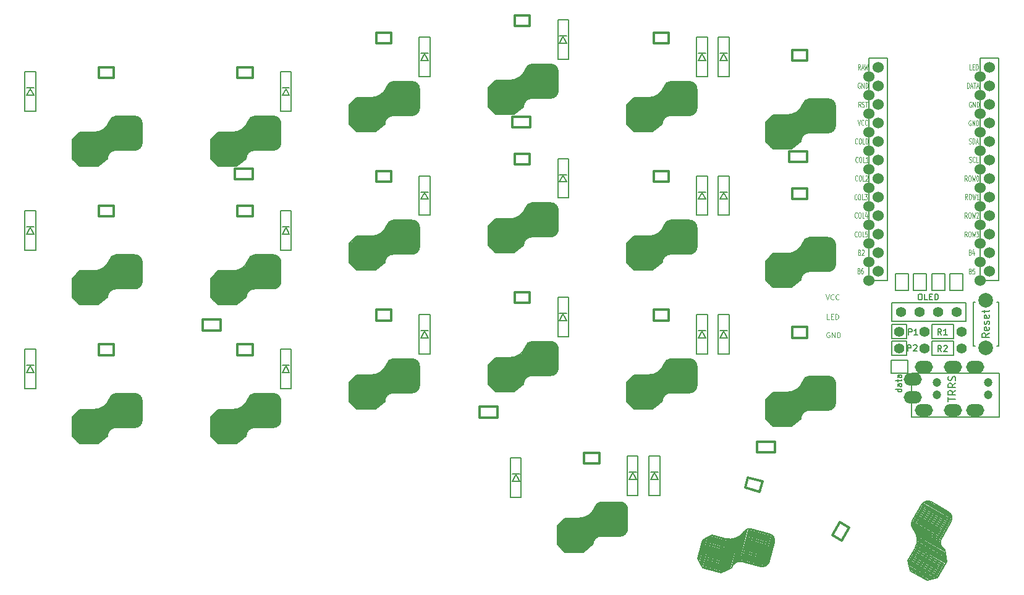
<source format=gbr>
G04 #@! TF.GenerationSoftware,KiCad,Pcbnew,7.0.7*
G04 #@! TF.CreationDate,2023-09-12T18:14:10+01:00*
G04 #@! TF.ProjectId,corne_dark,636f726e-655f-4646-9172-6b2e6b696361,1.0*
G04 #@! TF.SameCoordinates,Original*
G04 #@! TF.FileFunction,Legend,Top*
G04 #@! TF.FilePolarity,Positive*
%FSLAX46Y46*%
G04 Gerber Fmt 4.6, Leading zero omitted, Abs format (unit mm)*
G04 Created by KiCad (PCBNEW 7.0.7) date 2023-09-12 18:14:10*
%MOMM*%
%LPD*%
G01*
G04 APERTURE LIST*
%ADD10C,0.125000*%
%ADD11C,0.150000*%
%ADD12C,0.152400*%
%ADD13C,0.300000*%
%ADD14C,1.524000*%
%ADD15C,1.397000*%
%ADD16C,1.200000*%
%ADD17O,2.500000X1.700000*%
%ADD18C,2.000000*%
G04 APERTURE END LIST*
D10*
X171450000Y-106317333D02*
X171116666Y-106317333D01*
X171116666Y-106317333D02*
X171116666Y-105617333D01*
X171683333Y-105950666D02*
X171916667Y-105950666D01*
X172016667Y-106317333D02*
X171683333Y-106317333D01*
X171683333Y-106317333D02*
X171683333Y-105617333D01*
X171683333Y-105617333D02*
X172016667Y-105617333D01*
X172316666Y-106317333D02*
X172316666Y-105617333D01*
X172316666Y-105617333D02*
X172483333Y-105617333D01*
X172483333Y-105617333D02*
X172583333Y-105650666D01*
X172583333Y-105650666D02*
X172650000Y-105717333D01*
X172650000Y-105717333D02*
X172683333Y-105784000D01*
X172683333Y-105784000D02*
X172716666Y-105917333D01*
X172716666Y-105917333D02*
X172716666Y-106017333D01*
X172716666Y-106017333D02*
X172683333Y-106150666D01*
X172683333Y-106150666D02*
X172650000Y-106217333D01*
X172650000Y-106217333D02*
X172583333Y-106284000D01*
X172583333Y-106284000D02*
X172483333Y-106317333D01*
X172483333Y-106317333D02*
X172316666Y-106317333D01*
X171466667Y-108150666D02*
X171400000Y-108117333D01*
X171400000Y-108117333D02*
X171300000Y-108117333D01*
X171300000Y-108117333D02*
X171200000Y-108150666D01*
X171200000Y-108150666D02*
X171133334Y-108217333D01*
X171133334Y-108217333D02*
X171100000Y-108284000D01*
X171100000Y-108284000D02*
X171066667Y-108417333D01*
X171066667Y-108417333D02*
X171066667Y-108517333D01*
X171066667Y-108517333D02*
X171100000Y-108650666D01*
X171100000Y-108650666D02*
X171133334Y-108717333D01*
X171133334Y-108717333D02*
X171200000Y-108784000D01*
X171200000Y-108784000D02*
X171300000Y-108817333D01*
X171300000Y-108817333D02*
X171366667Y-108817333D01*
X171366667Y-108817333D02*
X171466667Y-108784000D01*
X171466667Y-108784000D02*
X171500000Y-108750666D01*
X171500000Y-108750666D02*
X171500000Y-108517333D01*
X171500000Y-108517333D02*
X171366667Y-108517333D01*
X171800000Y-108817333D02*
X171800000Y-108117333D01*
X171800000Y-108117333D02*
X172200000Y-108817333D01*
X172200000Y-108817333D02*
X172200000Y-108117333D01*
X172533333Y-108817333D02*
X172533333Y-108117333D01*
X172533333Y-108117333D02*
X172700000Y-108117333D01*
X172700000Y-108117333D02*
X172800000Y-108150666D01*
X172800000Y-108150666D02*
X172866667Y-108217333D01*
X172866667Y-108217333D02*
X172900000Y-108284000D01*
X172900000Y-108284000D02*
X172933333Y-108417333D01*
X172933333Y-108417333D02*
X172933333Y-108517333D01*
X172933333Y-108517333D02*
X172900000Y-108650666D01*
X172900000Y-108650666D02*
X172866667Y-108717333D01*
X172866667Y-108717333D02*
X172800000Y-108784000D01*
X172800000Y-108784000D02*
X172700000Y-108817333D01*
X172700000Y-108817333D02*
X172533333Y-108817333D01*
X170966666Y-102917333D02*
X171200000Y-103617333D01*
X171200000Y-103617333D02*
X171433333Y-102917333D01*
X172066666Y-103550666D02*
X172033333Y-103584000D01*
X172033333Y-103584000D02*
X171933333Y-103617333D01*
X171933333Y-103617333D02*
X171866666Y-103617333D01*
X171866666Y-103617333D02*
X171766666Y-103584000D01*
X171766666Y-103584000D02*
X171700000Y-103517333D01*
X171700000Y-103517333D02*
X171666666Y-103450666D01*
X171666666Y-103450666D02*
X171633333Y-103317333D01*
X171633333Y-103317333D02*
X171633333Y-103217333D01*
X171633333Y-103217333D02*
X171666666Y-103084000D01*
X171666666Y-103084000D02*
X171700000Y-103017333D01*
X171700000Y-103017333D02*
X171766666Y-102950666D01*
X171766666Y-102950666D02*
X171866666Y-102917333D01*
X171866666Y-102917333D02*
X171933333Y-102917333D01*
X171933333Y-102917333D02*
X172033333Y-102950666D01*
X172033333Y-102950666D02*
X172066666Y-102984000D01*
X172766666Y-103550666D02*
X172733333Y-103584000D01*
X172733333Y-103584000D02*
X172633333Y-103617333D01*
X172633333Y-103617333D02*
X172566666Y-103617333D01*
X172566666Y-103617333D02*
X172466666Y-103584000D01*
X172466666Y-103584000D02*
X172400000Y-103517333D01*
X172400000Y-103517333D02*
X172366666Y-103450666D01*
X172366666Y-103450666D02*
X172333333Y-103317333D01*
X172333333Y-103317333D02*
X172333333Y-103217333D01*
X172333333Y-103217333D02*
X172366666Y-103084000D01*
X172366666Y-103084000D02*
X172400000Y-103017333D01*
X172400000Y-103017333D02*
X172466666Y-102950666D01*
X172466666Y-102950666D02*
X172566666Y-102917333D01*
X172566666Y-102917333D02*
X172633333Y-102917333D01*
X172633333Y-102917333D02*
X172733333Y-102950666D01*
X172733333Y-102950666D02*
X172766666Y-102984000D01*
D11*
D10*
X175302380Y-82219035D02*
X175278571Y-82254750D01*
X175278571Y-82254750D02*
X175207142Y-82290464D01*
X175207142Y-82290464D02*
X175159523Y-82290464D01*
X175159523Y-82290464D02*
X175088095Y-82254750D01*
X175088095Y-82254750D02*
X175040476Y-82183321D01*
X175040476Y-82183321D02*
X175016666Y-82111892D01*
X175016666Y-82111892D02*
X174992857Y-81969035D01*
X174992857Y-81969035D02*
X174992857Y-81861892D01*
X174992857Y-81861892D02*
X175016666Y-81719035D01*
X175016666Y-81719035D02*
X175040476Y-81647607D01*
X175040476Y-81647607D02*
X175088095Y-81576178D01*
X175088095Y-81576178D02*
X175159523Y-81540464D01*
X175159523Y-81540464D02*
X175207142Y-81540464D01*
X175207142Y-81540464D02*
X175278571Y-81576178D01*
X175278571Y-81576178D02*
X175302380Y-81611892D01*
X175611904Y-81540464D02*
X175707142Y-81540464D01*
X175707142Y-81540464D02*
X175754761Y-81576178D01*
X175754761Y-81576178D02*
X175802380Y-81647607D01*
X175802380Y-81647607D02*
X175826190Y-81790464D01*
X175826190Y-81790464D02*
X175826190Y-82040464D01*
X175826190Y-82040464D02*
X175802380Y-82183321D01*
X175802380Y-82183321D02*
X175754761Y-82254750D01*
X175754761Y-82254750D02*
X175707142Y-82290464D01*
X175707142Y-82290464D02*
X175611904Y-82290464D01*
X175611904Y-82290464D02*
X175564285Y-82254750D01*
X175564285Y-82254750D02*
X175516666Y-82183321D01*
X175516666Y-82183321D02*
X175492857Y-82040464D01*
X175492857Y-82040464D02*
X175492857Y-81790464D01*
X175492857Y-81790464D02*
X175516666Y-81647607D01*
X175516666Y-81647607D02*
X175564285Y-81576178D01*
X175564285Y-81576178D02*
X175611904Y-81540464D01*
X176278571Y-82290464D02*
X176040476Y-82290464D01*
X176040476Y-82290464D02*
X176040476Y-81540464D01*
X176540476Y-81540464D02*
X176588095Y-81540464D01*
X176588095Y-81540464D02*
X176635714Y-81576178D01*
X176635714Y-81576178D02*
X176659524Y-81611892D01*
X176659524Y-81611892D02*
X176683333Y-81683321D01*
X176683333Y-81683321D02*
X176707143Y-81826178D01*
X176707143Y-81826178D02*
X176707143Y-82004750D01*
X176707143Y-82004750D02*
X176683333Y-82147607D01*
X176683333Y-82147607D02*
X176659524Y-82219035D01*
X176659524Y-82219035D02*
X176635714Y-82254750D01*
X176635714Y-82254750D02*
X176588095Y-82290464D01*
X176588095Y-82290464D02*
X176540476Y-82290464D01*
X176540476Y-82290464D02*
X176492857Y-82254750D01*
X176492857Y-82254750D02*
X176469048Y-82219035D01*
X176469048Y-82219035D02*
X176445238Y-82147607D01*
X176445238Y-82147607D02*
X176421429Y-82004750D01*
X176421429Y-82004750D02*
X176421429Y-81826178D01*
X176421429Y-81826178D02*
X176445238Y-81683321D01*
X176445238Y-81683321D02*
X176469048Y-81611892D01*
X176469048Y-81611892D02*
X176492857Y-81576178D01*
X176492857Y-81576178D02*
X176540476Y-81540464D01*
X190319047Y-87390464D02*
X190152381Y-87033321D01*
X190033333Y-87390464D02*
X190033333Y-86640464D01*
X190033333Y-86640464D02*
X190223809Y-86640464D01*
X190223809Y-86640464D02*
X190271428Y-86676178D01*
X190271428Y-86676178D02*
X190295238Y-86711892D01*
X190295238Y-86711892D02*
X190319047Y-86783321D01*
X190319047Y-86783321D02*
X190319047Y-86890464D01*
X190319047Y-86890464D02*
X190295238Y-86961892D01*
X190295238Y-86961892D02*
X190271428Y-86997607D01*
X190271428Y-86997607D02*
X190223809Y-87033321D01*
X190223809Y-87033321D02*
X190033333Y-87033321D01*
X190628571Y-86640464D02*
X190723809Y-86640464D01*
X190723809Y-86640464D02*
X190771428Y-86676178D01*
X190771428Y-86676178D02*
X190819047Y-86747607D01*
X190819047Y-86747607D02*
X190842857Y-86890464D01*
X190842857Y-86890464D02*
X190842857Y-87140464D01*
X190842857Y-87140464D02*
X190819047Y-87283321D01*
X190819047Y-87283321D02*
X190771428Y-87354750D01*
X190771428Y-87354750D02*
X190723809Y-87390464D01*
X190723809Y-87390464D02*
X190628571Y-87390464D01*
X190628571Y-87390464D02*
X190580952Y-87354750D01*
X190580952Y-87354750D02*
X190533333Y-87283321D01*
X190533333Y-87283321D02*
X190509524Y-87140464D01*
X190509524Y-87140464D02*
X190509524Y-86890464D01*
X190509524Y-86890464D02*
X190533333Y-86747607D01*
X190533333Y-86747607D02*
X190580952Y-86676178D01*
X190580952Y-86676178D02*
X190628571Y-86640464D01*
X191009524Y-86640464D02*
X191128572Y-87390464D01*
X191128572Y-87390464D02*
X191223810Y-86854750D01*
X191223810Y-86854750D02*
X191319048Y-87390464D01*
X191319048Y-87390464D02*
X191438096Y-86640464D01*
X191723810Y-86640464D02*
X191771429Y-86640464D01*
X191771429Y-86640464D02*
X191819048Y-86676178D01*
X191819048Y-86676178D02*
X191842858Y-86711892D01*
X191842858Y-86711892D02*
X191866667Y-86783321D01*
X191866667Y-86783321D02*
X191890477Y-86926178D01*
X191890477Y-86926178D02*
X191890477Y-87104750D01*
X191890477Y-87104750D02*
X191866667Y-87247607D01*
X191866667Y-87247607D02*
X191842858Y-87319035D01*
X191842858Y-87319035D02*
X191819048Y-87354750D01*
X191819048Y-87354750D02*
X191771429Y-87390464D01*
X191771429Y-87390464D02*
X191723810Y-87390464D01*
X191723810Y-87390464D02*
X191676191Y-87354750D01*
X191676191Y-87354750D02*
X191652382Y-87319035D01*
X191652382Y-87319035D02*
X191628572Y-87247607D01*
X191628572Y-87247607D02*
X191604763Y-87104750D01*
X191604763Y-87104750D02*
X191604763Y-86926178D01*
X191604763Y-86926178D02*
X191628572Y-86783321D01*
X191628572Y-86783321D02*
X191652382Y-86711892D01*
X191652382Y-86711892D02*
X191676191Y-86676178D01*
X191676191Y-86676178D02*
X191723810Y-86640464D01*
X175689261Y-72112464D02*
X175522595Y-71755321D01*
X175403547Y-72112464D02*
X175403547Y-71362464D01*
X175403547Y-71362464D02*
X175594023Y-71362464D01*
X175594023Y-71362464D02*
X175641642Y-71398178D01*
X175641642Y-71398178D02*
X175665452Y-71433892D01*
X175665452Y-71433892D02*
X175689261Y-71505321D01*
X175689261Y-71505321D02*
X175689261Y-71612464D01*
X175689261Y-71612464D02*
X175665452Y-71683892D01*
X175665452Y-71683892D02*
X175641642Y-71719607D01*
X175641642Y-71719607D02*
X175594023Y-71755321D01*
X175594023Y-71755321D02*
X175403547Y-71755321D01*
X175879738Y-71898178D02*
X176117833Y-71898178D01*
X175832119Y-72112464D02*
X175998785Y-71362464D01*
X175998785Y-71362464D02*
X176165452Y-72112464D01*
X176284499Y-71362464D02*
X176403547Y-72112464D01*
X176403547Y-72112464D02*
X176498785Y-71576750D01*
X176498785Y-71576750D02*
X176594023Y-72112464D01*
X176594023Y-72112464D02*
X176713071Y-71362464D01*
X175302380Y-87281035D02*
X175278571Y-87316750D01*
X175278571Y-87316750D02*
X175207142Y-87352464D01*
X175207142Y-87352464D02*
X175159523Y-87352464D01*
X175159523Y-87352464D02*
X175088095Y-87316750D01*
X175088095Y-87316750D02*
X175040476Y-87245321D01*
X175040476Y-87245321D02*
X175016666Y-87173892D01*
X175016666Y-87173892D02*
X174992857Y-87031035D01*
X174992857Y-87031035D02*
X174992857Y-86923892D01*
X174992857Y-86923892D02*
X175016666Y-86781035D01*
X175016666Y-86781035D02*
X175040476Y-86709607D01*
X175040476Y-86709607D02*
X175088095Y-86638178D01*
X175088095Y-86638178D02*
X175159523Y-86602464D01*
X175159523Y-86602464D02*
X175207142Y-86602464D01*
X175207142Y-86602464D02*
X175278571Y-86638178D01*
X175278571Y-86638178D02*
X175302380Y-86673892D01*
X175611904Y-86602464D02*
X175707142Y-86602464D01*
X175707142Y-86602464D02*
X175754761Y-86638178D01*
X175754761Y-86638178D02*
X175802380Y-86709607D01*
X175802380Y-86709607D02*
X175826190Y-86852464D01*
X175826190Y-86852464D02*
X175826190Y-87102464D01*
X175826190Y-87102464D02*
X175802380Y-87245321D01*
X175802380Y-87245321D02*
X175754761Y-87316750D01*
X175754761Y-87316750D02*
X175707142Y-87352464D01*
X175707142Y-87352464D02*
X175611904Y-87352464D01*
X175611904Y-87352464D02*
X175564285Y-87316750D01*
X175564285Y-87316750D02*
X175516666Y-87245321D01*
X175516666Y-87245321D02*
X175492857Y-87102464D01*
X175492857Y-87102464D02*
X175492857Y-86852464D01*
X175492857Y-86852464D02*
X175516666Y-86709607D01*
X175516666Y-86709607D02*
X175564285Y-86638178D01*
X175564285Y-86638178D02*
X175611904Y-86602464D01*
X176278571Y-87352464D02*
X176040476Y-87352464D01*
X176040476Y-87352464D02*
X176040476Y-86602464D01*
X176421429Y-86673892D02*
X176445238Y-86638178D01*
X176445238Y-86638178D02*
X176492857Y-86602464D01*
X176492857Y-86602464D02*
X176611905Y-86602464D01*
X176611905Y-86602464D02*
X176659524Y-86638178D01*
X176659524Y-86638178D02*
X176683333Y-86673892D01*
X176683333Y-86673892D02*
X176707143Y-86745321D01*
X176707143Y-86745321D02*
X176707143Y-86816750D01*
X176707143Y-86816750D02*
X176683333Y-86923892D01*
X176683333Y-86923892D02*
X176397619Y-87352464D01*
X176397619Y-87352464D02*
X176707143Y-87352464D01*
X190319047Y-92440464D02*
X190152381Y-92083321D01*
X190033333Y-92440464D02*
X190033333Y-91690464D01*
X190033333Y-91690464D02*
X190223809Y-91690464D01*
X190223809Y-91690464D02*
X190271428Y-91726178D01*
X190271428Y-91726178D02*
X190295238Y-91761892D01*
X190295238Y-91761892D02*
X190319047Y-91833321D01*
X190319047Y-91833321D02*
X190319047Y-91940464D01*
X190319047Y-91940464D02*
X190295238Y-92011892D01*
X190295238Y-92011892D02*
X190271428Y-92047607D01*
X190271428Y-92047607D02*
X190223809Y-92083321D01*
X190223809Y-92083321D02*
X190033333Y-92083321D01*
X190628571Y-91690464D02*
X190723809Y-91690464D01*
X190723809Y-91690464D02*
X190771428Y-91726178D01*
X190771428Y-91726178D02*
X190819047Y-91797607D01*
X190819047Y-91797607D02*
X190842857Y-91940464D01*
X190842857Y-91940464D02*
X190842857Y-92190464D01*
X190842857Y-92190464D02*
X190819047Y-92333321D01*
X190819047Y-92333321D02*
X190771428Y-92404750D01*
X190771428Y-92404750D02*
X190723809Y-92440464D01*
X190723809Y-92440464D02*
X190628571Y-92440464D01*
X190628571Y-92440464D02*
X190580952Y-92404750D01*
X190580952Y-92404750D02*
X190533333Y-92333321D01*
X190533333Y-92333321D02*
X190509524Y-92190464D01*
X190509524Y-92190464D02*
X190509524Y-91940464D01*
X190509524Y-91940464D02*
X190533333Y-91797607D01*
X190533333Y-91797607D02*
X190580952Y-91726178D01*
X190580952Y-91726178D02*
X190628571Y-91690464D01*
X191009524Y-91690464D02*
X191128572Y-92440464D01*
X191128572Y-92440464D02*
X191223810Y-91904750D01*
X191223810Y-91904750D02*
X191319048Y-92440464D01*
X191319048Y-92440464D02*
X191438096Y-91690464D01*
X191604763Y-91761892D02*
X191628572Y-91726178D01*
X191628572Y-91726178D02*
X191676191Y-91690464D01*
X191676191Y-91690464D02*
X191795239Y-91690464D01*
X191795239Y-91690464D02*
X191842858Y-91726178D01*
X191842858Y-91726178D02*
X191866667Y-91761892D01*
X191866667Y-91761892D02*
X191890477Y-91833321D01*
X191890477Y-91833321D02*
X191890477Y-91904750D01*
X191890477Y-91904750D02*
X191866667Y-92011892D01*
X191866667Y-92011892D02*
X191580953Y-92440464D01*
X191580953Y-92440464D02*
X191890477Y-92440464D01*
X175252380Y-92369035D02*
X175228571Y-92404750D01*
X175228571Y-92404750D02*
X175157142Y-92440464D01*
X175157142Y-92440464D02*
X175109523Y-92440464D01*
X175109523Y-92440464D02*
X175038095Y-92404750D01*
X175038095Y-92404750D02*
X174990476Y-92333321D01*
X174990476Y-92333321D02*
X174966666Y-92261892D01*
X174966666Y-92261892D02*
X174942857Y-92119035D01*
X174942857Y-92119035D02*
X174942857Y-92011892D01*
X174942857Y-92011892D02*
X174966666Y-91869035D01*
X174966666Y-91869035D02*
X174990476Y-91797607D01*
X174990476Y-91797607D02*
X175038095Y-91726178D01*
X175038095Y-91726178D02*
X175109523Y-91690464D01*
X175109523Y-91690464D02*
X175157142Y-91690464D01*
X175157142Y-91690464D02*
X175228571Y-91726178D01*
X175228571Y-91726178D02*
X175252380Y-91761892D01*
X175561904Y-91690464D02*
X175657142Y-91690464D01*
X175657142Y-91690464D02*
X175704761Y-91726178D01*
X175704761Y-91726178D02*
X175752380Y-91797607D01*
X175752380Y-91797607D02*
X175776190Y-91940464D01*
X175776190Y-91940464D02*
X175776190Y-92190464D01*
X175776190Y-92190464D02*
X175752380Y-92333321D01*
X175752380Y-92333321D02*
X175704761Y-92404750D01*
X175704761Y-92404750D02*
X175657142Y-92440464D01*
X175657142Y-92440464D02*
X175561904Y-92440464D01*
X175561904Y-92440464D02*
X175514285Y-92404750D01*
X175514285Y-92404750D02*
X175466666Y-92333321D01*
X175466666Y-92333321D02*
X175442857Y-92190464D01*
X175442857Y-92190464D02*
X175442857Y-91940464D01*
X175442857Y-91940464D02*
X175466666Y-91797607D01*
X175466666Y-91797607D02*
X175514285Y-91726178D01*
X175514285Y-91726178D02*
X175561904Y-91690464D01*
X176228571Y-92440464D02*
X175990476Y-92440464D01*
X175990476Y-92440464D02*
X175990476Y-91690464D01*
X176609524Y-91940464D02*
X176609524Y-92440464D01*
X176490476Y-91654750D02*
X176371429Y-92190464D01*
X176371429Y-92190464D02*
X176680952Y-92190464D01*
X190893547Y-76541678D02*
X190845928Y-76505964D01*
X190845928Y-76505964D02*
X190774499Y-76505964D01*
X190774499Y-76505964D02*
X190703071Y-76541678D01*
X190703071Y-76541678D02*
X190655452Y-76613107D01*
X190655452Y-76613107D02*
X190631642Y-76684535D01*
X190631642Y-76684535D02*
X190607833Y-76827392D01*
X190607833Y-76827392D02*
X190607833Y-76934535D01*
X190607833Y-76934535D02*
X190631642Y-77077392D01*
X190631642Y-77077392D02*
X190655452Y-77148821D01*
X190655452Y-77148821D02*
X190703071Y-77220250D01*
X190703071Y-77220250D02*
X190774499Y-77255964D01*
X190774499Y-77255964D02*
X190822118Y-77255964D01*
X190822118Y-77255964D02*
X190893547Y-77220250D01*
X190893547Y-77220250D02*
X190917356Y-77184535D01*
X190917356Y-77184535D02*
X190917356Y-76934535D01*
X190917356Y-76934535D02*
X190822118Y-76934535D01*
X191131642Y-77255964D02*
X191131642Y-76505964D01*
X191131642Y-76505964D02*
X191417356Y-77255964D01*
X191417356Y-77255964D02*
X191417356Y-76505964D01*
X191655452Y-77255964D02*
X191655452Y-76505964D01*
X191655452Y-76505964D02*
X191774500Y-76505964D01*
X191774500Y-76505964D02*
X191845928Y-76541678D01*
X191845928Y-76541678D02*
X191893547Y-76613107D01*
X191893547Y-76613107D02*
X191917357Y-76684535D01*
X191917357Y-76684535D02*
X191941166Y-76827392D01*
X191941166Y-76827392D02*
X191941166Y-76934535D01*
X191941166Y-76934535D02*
X191917357Y-77077392D01*
X191917357Y-77077392D02*
X191893547Y-77148821D01*
X191893547Y-77148821D02*
X191845928Y-77220250D01*
X191845928Y-77220250D02*
X191774500Y-77255964D01*
X191774500Y-77255964D02*
X191655452Y-77255964D01*
X190747619Y-99723107D02*
X190819047Y-99758821D01*
X190819047Y-99758821D02*
X190842857Y-99794535D01*
X190842857Y-99794535D02*
X190866666Y-99865964D01*
X190866666Y-99865964D02*
X190866666Y-99973107D01*
X190866666Y-99973107D02*
X190842857Y-100044535D01*
X190842857Y-100044535D02*
X190819047Y-100080250D01*
X190819047Y-100080250D02*
X190771428Y-100115964D01*
X190771428Y-100115964D02*
X190580952Y-100115964D01*
X190580952Y-100115964D02*
X190580952Y-99365964D01*
X190580952Y-99365964D02*
X190747619Y-99365964D01*
X190747619Y-99365964D02*
X190795238Y-99401678D01*
X190795238Y-99401678D02*
X190819047Y-99437392D01*
X190819047Y-99437392D02*
X190842857Y-99508821D01*
X190842857Y-99508821D02*
X190842857Y-99580250D01*
X190842857Y-99580250D02*
X190819047Y-99651678D01*
X190819047Y-99651678D02*
X190795238Y-99687392D01*
X190795238Y-99687392D02*
X190747619Y-99723107D01*
X190747619Y-99723107D02*
X190580952Y-99723107D01*
X191319047Y-99365964D02*
X191080952Y-99365964D01*
X191080952Y-99365964D02*
X191057143Y-99723107D01*
X191057143Y-99723107D02*
X191080952Y-99687392D01*
X191080952Y-99687392D02*
X191128571Y-99651678D01*
X191128571Y-99651678D02*
X191247619Y-99651678D01*
X191247619Y-99651678D02*
X191295238Y-99687392D01*
X191295238Y-99687392D02*
X191319047Y-99723107D01*
X191319047Y-99723107D02*
X191342857Y-99794535D01*
X191342857Y-99794535D02*
X191342857Y-99973107D01*
X191342857Y-99973107D02*
X191319047Y-100044535D01*
X191319047Y-100044535D02*
X191295238Y-100080250D01*
X191295238Y-100080250D02*
X191247619Y-100115964D01*
X191247619Y-100115964D02*
X191128571Y-100115964D01*
X191128571Y-100115964D02*
X191080952Y-100080250D01*
X191080952Y-100080250D02*
X191057143Y-100044535D01*
X175497619Y-99697607D02*
X175569047Y-99733321D01*
X175569047Y-99733321D02*
X175592857Y-99769035D01*
X175592857Y-99769035D02*
X175616666Y-99840464D01*
X175616666Y-99840464D02*
X175616666Y-99947607D01*
X175616666Y-99947607D02*
X175592857Y-100019035D01*
X175592857Y-100019035D02*
X175569047Y-100054750D01*
X175569047Y-100054750D02*
X175521428Y-100090464D01*
X175521428Y-100090464D02*
X175330952Y-100090464D01*
X175330952Y-100090464D02*
X175330952Y-99340464D01*
X175330952Y-99340464D02*
X175497619Y-99340464D01*
X175497619Y-99340464D02*
X175545238Y-99376178D01*
X175545238Y-99376178D02*
X175569047Y-99411892D01*
X175569047Y-99411892D02*
X175592857Y-99483321D01*
X175592857Y-99483321D02*
X175592857Y-99554750D01*
X175592857Y-99554750D02*
X175569047Y-99626178D01*
X175569047Y-99626178D02*
X175545238Y-99661892D01*
X175545238Y-99661892D02*
X175497619Y-99697607D01*
X175497619Y-99697607D02*
X175330952Y-99697607D01*
X176045238Y-99340464D02*
X175950000Y-99340464D01*
X175950000Y-99340464D02*
X175902381Y-99376178D01*
X175902381Y-99376178D02*
X175878571Y-99411892D01*
X175878571Y-99411892D02*
X175830952Y-99519035D01*
X175830952Y-99519035D02*
X175807143Y-99661892D01*
X175807143Y-99661892D02*
X175807143Y-99947607D01*
X175807143Y-99947607D02*
X175830952Y-100019035D01*
X175830952Y-100019035D02*
X175854762Y-100054750D01*
X175854762Y-100054750D02*
X175902381Y-100090464D01*
X175902381Y-100090464D02*
X175997619Y-100090464D01*
X175997619Y-100090464D02*
X176045238Y-100054750D01*
X176045238Y-100054750D02*
X176069047Y-100019035D01*
X176069047Y-100019035D02*
X176092857Y-99947607D01*
X176092857Y-99947607D02*
X176092857Y-99769035D01*
X176092857Y-99769035D02*
X176069047Y-99697607D01*
X176069047Y-99697607D02*
X176045238Y-99661892D01*
X176045238Y-99661892D02*
X175997619Y-99626178D01*
X175997619Y-99626178D02*
X175902381Y-99626178D01*
X175902381Y-99626178D02*
X175854762Y-99661892D01*
X175854762Y-99661892D02*
X175830952Y-99697607D01*
X175830952Y-99697607D02*
X175807143Y-99769035D01*
X190747619Y-97119607D02*
X190819047Y-97155321D01*
X190819047Y-97155321D02*
X190842857Y-97191035D01*
X190842857Y-97191035D02*
X190866666Y-97262464D01*
X190866666Y-97262464D02*
X190866666Y-97369607D01*
X190866666Y-97369607D02*
X190842857Y-97441035D01*
X190842857Y-97441035D02*
X190819047Y-97476750D01*
X190819047Y-97476750D02*
X190771428Y-97512464D01*
X190771428Y-97512464D02*
X190580952Y-97512464D01*
X190580952Y-97512464D02*
X190580952Y-96762464D01*
X190580952Y-96762464D02*
X190747619Y-96762464D01*
X190747619Y-96762464D02*
X190795238Y-96798178D01*
X190795238Y-96798178D02*
X190819047Y-96833892D01*
X190819047Y-96833892D02*
X190842857Y-96905321D01*
X190842857Y-96905321D02*
X190842857Y-96976750D01*
X190842857Y-96976750D02*
X190819047Y-97048178D01*
X190819047Y-97048178D02*
X190795238Y-97083892D01*
X190795238Y-97083892D02*
X190747619Y-97119607D01*
X190747619Y-97119607D02*
X190580952Y-97119607D01*
X191295238Y-97012464D02*
X191295238Y-97512464D01*
X191176190Y-96726750D02*
X191057143Y-97262464D01*
X191057143Y-97262464D02*
X191366666Y-97262464D01*
X175597619Y-97147607D02*
X175669047Y-97183321D01*
X175669047Y-97183321D02*
X175692857Y-97219035D01*
X175692857Y-97219035D02*
X175716666Y-97290464D01*
X175716666Y-97290464D02*
X175716666Y-97397607D01*
X175716666Y-97397607D02*
X175692857Y-97469035D01*
X175692857Y-97469035D02*
X175669047Y-97504750D01*
X175669047Y-97504750D02*
X175621428Y-97540464D01*
X175621428Y-97540464D02*
X175430952Y-97540464D01*
X175430952Y-97540464D02*
X175430952Y-96790464D01*
X175430952Y-96790464D02*
X175597619Y-96790464D01*
X175597619Y-96790464D02*
X175645238Y-96826178D01*
X175645238Y-96826178D02*
X175669047Y-96861892D01*
X175669047Y-96861892D02*
X175692857Y-96933321D01*
X175692857Y-96933321D02*
X175692857Y-97004750D01*
X175692857Y-97004750D02*
X175669047Y-97076178D01*
X175669047Y-97076178D02*
X175645238Y-97111892D01*
X175645238Y-97111892D02*
X175597619Y-97147607D01*
X175597619Y-97147607D02*
X175430952Y-97147607D01*
X175907143Y-96861892D02*
X175930952Y-96826178D01*
X175930952Y-96826178D02*
X175978571Y-96790464D01*
X175978571Y-96790464D02*
X176097619Y-96790464D01*
X176097619Y-96790464D02*
X176145238Y-96826178D01*
X176145238Y-96826178D02*
X176169047Y-96861892D01*
X176169047Y-96861892D02*
X176192857Y-96933321D01*
X176192857Y-96933321D02*
X176192857Y-97004750D01*
X176192857Y-97004750D02*
X176169047Y-97111892D01*
X176169047Y-97111892D02*
X175883333Y-97540464D01*
X175883333Y-97540464D02*
X176192857Y-97540464D01*
X190615762Y-84776750D02*
X190687190Y-84812464D01*
X190687190Y-84812464D02*
X190806238Y-84812464D01*
X190806238Y-84812464D02*
X190853857Y-84776750D01*
X190853857Y-84776750D02*
X190877666Y-84741035D01*
X190877666Y-84741035D02*
X190901476Y-84669607D01*
X190901476Y-84669607D02*
X190901476Y-84598178D01*
X190901476Y-84598178D02*
X190877666Y-84526750D01*
X190877666Y-84526750D02*
X190853857Y-84491035D01*
X190853857Y-84491035D02*
X190806238Y-84455321D01*
X190806238Y-84455321D02*
X190711000Y-84419607D01*
X190711000Y-84419607D02*
X190663381Y-84383892D01*
X190663381Y-84383892D02*
X190639571Y-84348178D01*
X190639571Y-84348178D02*
X190615762Y-84276750D01*
X190615762Y-84276750D02*
X190615762Y-84205321D01*
X190615762Y-84205321D02*
X190639571Y-84133892D01*
X190639571Y-84133892D02*
X190663381Y-84098178D01*
X190663381Y-84098178D02*
X190711000Y-84062464D01*
X190711000Y-84062464D02*
X190830047Y-84062464D01*
X190830047Y-84062464D02*
X190901476Y-84098178D01*
X191401475Y-84741035D02*
X191377666Y-84776750D01*
X191377666Y-84776750D02*
X191306237Y-84812464D01*
X191306237Y-84812464D02*
X191258618Y-84812464D01*
X191258618Y-84812464D02*
X191187190Y-84776750D01*
X191187190Y-84776750D02*
X191139571Y-84705321D01*
X191139571Y-84705321D02*
X191115761Y-84633892D01*
X191115761Y-84633892D02*
X191091952Y-84491035D01*
X191091952Y-84491035D02*
X191091952Y-84383892D01*
X191091952Y-84383892D02*
X191115761Y-84241035D01*
X191115761Y-84241035D02*
X191139571Y-84169607D01*
X191139571Y-84169607D02*
X191187190Y-84098178D01*
X191187190Y-84098178D02*
X191258618Y-84062464D01*
X191258618Y-84062464D02*
X191306237Y-84062464D01*
X191306237Y-84062464D02*
X191377666Y-84098178D01*
X191377666Y-84098178D02*
X191401475Y-84133892D01*
X191853856Y-84812464D02*
X191615761Y-84812464D01*
X191615761Y-84812464D02*
X191615761Y-84062464D01*
X190928571Y-72112464D02*
X190690476Y-72112464D01*
X190690476Y-72112464D02*
X190690476Y-71362464D01*
X191095238Y-71719607D02*
X191261905Y-71719607D01*
X191333333Y-72112464D02*
X191095238Y-72112464D01*
X191095238Y-72112464D02*
X191095238Y-71362464D01*
X191095238Y-71362464D02*
X191333333Y-71362464D01*
X191547619Y-72112464D02*
X191547619Y-71362464D01*
X191547619Y-71362464D02*
X191666667Y-71362464D01*
X191666667Y-71362464D02*
X191738095Y-71398178D01*
X191738095Y-71398178D02*
X191785714Y-71469607D01*
X191785714Y-71469607D02*
X191809524Y-71541035D01*
X191809524Y-71541035D02*
X191833333Y-71683892D01*
X191833333Y-71683892D02*
X191833333Y-71791035D01*
X191833333Y-71791035D02*
X191809524Y-71933892D01*
X191809524Y-71933892D02*
X191785714Y-72005321D01*
X191785714Y-72005321D02*
X191738095Y-72076750D01*
X191738095Y-72076750D02*
X191666667Y-72112464D01*
X191666667Y-72112464D02*
X191547619Y-72112464D01*
X175367834Y-78982464D02*
X175534500Y-79732464D01*
X175534500Y-79732464D02*
X175701167Y-78982464D01*
X176153547Y-79661035D02*
X176129738Y-79696750D01*
X176129738Y-79696750D02*
X176058309Y-79732464D01*
X176058309Y-79732464D02*
X176010690Y-79732464D01*
X176010690Y-79732464D02*
X175939262Y-79696750D01*
X175939262Y-79696750D02*
X175891643Y-79625321D01*
X175891643Y-79625321D02*
X175867833Y-79553892D01*
X175867833Y-79553892D02*
X175844024Y-79411035D01*
X175844024Y-79411035D02*
X175844024Y-79303892D01*
X175844024Y-79303892D02*
X175867833Y-79161035D01*
X175867833Y-79161035D02*
X175891643Y-79089607D01*
X175891643Y-79089607D02*
X175939262Y-79018178D01*
X175939262Y-79018178D02*
X176010690Y-78982464D01*
X176010690Y-78982464D02*
X176058309Y-78982464D01*
X176058309Y-78982464D02*
X176129738Y-79018178D01*
X176129738Y-79018178D02*
X176153547Y-79053892D01*
X176653547Y-79661035D02*
X176629738Y-79696750D01*
X176629738Y-79696750D02*
X176558309Y-79732464D01*
X176558309Y-79732464D02*
X176510690Y-79732464D01*
X176510690Y-79732464D02*
X176439262Y-79696750D01*
X176439262Y-79696750D02*
X176391643Y-79625321D01*
X176391643Y-79625321D02*
X176367833Y-79553892D01*
X176367833Y-79553892D02*
X176344024Y-79411035D01*
X176344024Y-79411035D02*
X176344024Y-79303892D01*
X176344024Y-79303892D02*
X176367833Y-79161035D01*
X176367833Y-79161035D02*
X176391643Y-79089607D01*
X176391643Y-79089607D02*
X176439262Y-79018178D01*
X176439262Y-79018178D02*
X176510690Y-78982464D01*
X176510690Y-78982464D02*
X176558309Y-78982464D01*
X176558309Y-78982464D02*
X176629738Y-79018178D01*
X176629738Y-79018178D02*
X176653547Y-79053892D01*
X190319047Y-95035964D02*
X190152381Y-94678821D01*
X190033333Y-95035964D02*
X190033333Y-94285964D01*
X190033333Y-94285964D02*
X190223809Y-94285964D01*
X190223809Y-94285964D02*
X190271428Y-94321678D01*
X190271428Y-94321678D02*
X190295238Y-94357392D01*
X190295238Y-94357392D02*
X190319047Y-94428821D01*
X190319047Y-94428821D02*
X190319047Y-94535964D01*
X190319047Y-94535964D02*
X190295238Y-94607392D01*
X190295238Y-94607392D02*
X190271428Y-94643107D01*
X190271428Y-94643107D02*
X190223809Y-94678821D01*
X190223809Y-94678821D02*
X190033333Y-94678821D01*
X190628571Y-94285964D02*
X190723809Y-94285964D01*
X190723809Y-94285964D02*
X190771428Y-94321678D01*
X190771428Y-94321678D02*
X190819047Y-94393107D01*
X190819047Y-94393107D02*
X190842857Y-94535964D01*
X190842857Y-94535964D02*
X190842857Y-94785964D01*
X190842857Y-94785964D02*
X190819047Y-94928821D01*
X190819047Y-94928821D02*
X190771428Y-95000250D01*
X190771428Y-95000250D02*
X190723809Y-95035964D01*
X190723809Y-95035964D02*
X190628571Y-95035964D01*
X190628571Y-95035964D02*
X190580952Y-95000250D01*
X190580952Y-95000250D02*
X190533333Y-94928821D01*
X190533333Y-94928821D02*
X190509524Y-94785964D01*
X190509524Y-94785964D02*
X190509524Y-94535964D01*
X190509524Y-94535964D02*
X190533333Y-94393107D01*
X190533333Y-94393107D02*
X190580952Y-94321678D01*
X190580952Y-94321678D02*
X190628571Y-94285964D01*
X191009524Y-94285964D02*
X191128572Y-95035964D01*
X191128572Y-95035964D02*
X191223810Y-94500250D01*
X191223810Y-94500250D02*
X191319048Y-95035964D01*
X191319048Y-95035964D02*
X191438096Y-94285964D01*
X191580953Y-94285964D02*
X191890477Y-94285964D01*
X191890477Y-94285964D02*
X191723810Y-94571678D01*
X191723810Y-94571678D02*
X191795239Y-94571678D01*
X191795239Y-94571678D02*
X191842858Y-94607392D01*
X191842858Y-94607392D02*
X191866667Y-94643107D01*
X191866667Y-94643107D02*
X191890477Y-94714535D01*
X191890477Y-94714535D02*
X191890477Y-94893107D01*
X191890477Y-94893107D02*
X191866667Y-94964535D01*
X191866667Y-94964535D02*
X191842858Y-95000250D01*
X191842858Y-95000250D02*
X191795239Y-95035964D01*
X191795239Y-95035964D02*
X191652382Y-95035964D01*
X191652382Y-95035964D02*
X191604763Y-95000250D01*
X191604763Y-95000250D02*
X191580953Y-94964535D01*
X190603858Y-82236750D02*
X190675286Y-82272464D01*
X190675286Y-82272464D02*
X190794334Y-82272464D01*
X190794334Y-82272464D02*
X190841953Y-82236750D01*
X190841953Y-82236750D02*
X190865762Y-82201035D01*
X190865762Y-82201035D02*
X190889572Y-82129607D01*
X190889572Y-82129607D02*
X190889572Y-82058178D01*
X190889572Y-82058178D02*
X190865762Y-81986750D01*
X190865762Y-81986750D02*
X190841953Y-81951035D01*
X190841953Y-81951035D02*
X190794334Y-81915321D01*
X190794334Y-81915321D02*
X190699096Y-81879607D01*
X190699096Y-81879607D02*
X190651477Y-81843892D01*
X190651477Y-81843892D02*
X190627667Y-81808178D01*
X190627667Y-81808178D02*
X190603858Y-81736750D01*
X190603858Y-81736750D02*
X190603858Y-81665321D01*
X190603858Y-81665321D02*
X190627667Y-81593892D01*
X190627667Y-81593892D02*
X190651477Y-81558178D01*
X190651477Y-81558178D02*
X190699096Y-81522464D01*
X190699096Y-81522464D02*
X190818143Y-81522464D01*
X190818143Y-81522464D02*
X190889572Y-81558178D01*
X191103857Y-82272464D02*
X191103857Y-81522464D01*
X191103857Y-81522464D02*
X191222905Y-81522464D01*
X191222905Y-81522464D02*
X191294333Y-81558178D01*
X191294333Y-81558178D02*
X191341952Y-81629607D01*
X191341952Y-81629607D02*
X191365762Y-81701035D01*
X191365762Y-81701035D02*
X191389571Y-81843892D01*
X191389571Y-81843892D02*
X191389571Y-81951035D01*
X191389571Y-81951035D02*
X191365762Y-82093892D01*
X191365762Y-82093892D02*
X191341952Y-82165321D01*
X191341952Y-82165321D02*
X191294333Y-82236750D01*
X191294333Y-82236750D02*
X191222905Y-82272464D01*
X191222905Y-82272464D02*
X191103857Y-82272464D01*
X191580048Y-82058178D02*
X191818143Y-82058178D01*
X191532429Y-82272464D02*
X191699095Y-81522464D01*
X191699095Y-81522464D02*
X191865762Y-82272464D01*
X175202380Y-89869035D02*
X175178571Y-89904750D01*
X175178571Y-89904750D02*
X175107142Y-89940464D01*
X175107142Y-89940464D02*
X175059523Y-89940464D01*
X175059523Y-89940464D02*
X174988095Y-89904750D01*
X174988095Y-89904750D02*
X174940476Y-89833321D01*
X174940476Y-89833321D02*
X174916666Y-89761892D01*
X174916666Y-89761892D02*
X174892857Y-89619035D01*
X174892857Y-89619035D02*
X174892857Y-89511892D01*
X174892857Y-89511892D02*
X174916666Y-89369035D01*
X174916666Y-89369035D02*
X174940476Y-89297607D01*
X174940476Y-89297607D02*
X174988095Y-89226178D01*
X174988095Y-89226178D02*
X175059523Y-89190464D01*
X175059523Y-89190464D02*
X175107142Y-89190464D01*
X175107142Y-89190464D02*
X175178571Y-89226178D01*
X175178571Y-89226178D02*
X175202380Y-89261892D01*
X175511904Y-89190464D02*
X175607142Y-89190464D01*
X175607142Y-89190464D02*
X175654761Y-89226178D01*
X175654761Y-89226178D02*
X175702380Y-89297607D01*
X175702380Y-89297607D02*
X175726190Y-89440464D01*
X175726190Y-89440464D02*
X175726190Y-89690464D01*
X175726190Y-89690464D02*
X175702380Y-89833321D01*
X175702380Y-89833321D02*
X175654761Y-89904750D01*
X175654761Y-89904750D02*
X175607142Y-89940464D01*
X175607142Y-89940464D02*
X175511904Y-89940464D01*
X175511904Y-89940464D02*
X175464285Y-89904750D01*
X175464285Y-89904750D02*
X175416666Y-89833321D01*
X175416666Y-89833321D02*
X175392857Y-89690464D01*
X175392857Y-89690464D02*
X175392857Y-89440464D01*
X175392857Y-89440464D02*
X175416666Y-89297607D01*
X175416666Y-89297607D02*
X175464285Y-89226178D01*
X175464285Y-89226178D02*
X175511904Y-89190464D01*
X176178571Y-89940464D02*
X175940476Y-89940464D01*
X175940476Y-89940464D02*
X175940476Y-89190464D01*
X176297619Y-89190464D02*
X176607143Y-89190464D01*
X176607143Y-89190464D02*
X176440476Y-89476178D01*
X176440476Y-89476178D02*
X176511905Y-89476178D01*
X176511905Y-89476178D02*
X176559524Y-89511892D01*
X176559524Y-89511892D02*
X176583333Y-89547607D01*
X176583333Y-89547607D02*
X176607143Y-89619035D01*
X176607143Y-89619035D02*
X176607143Y-89797607D01*
X176607143Y-89797607D02*
X176583333Y-89869035D01*
X176583333Y-89869035D02*
X176559524Y-89904750D01*
X176559524Y-89904750D02*
X176511905Y-89940464D01*
X176511905Y-89940464D02*
X176369048Y-89940464D01*
X176369048Y-89940464D02*
X176321429Y-89904750D01*
X176321429Y-89904750D02*
X176297619Y-89869035D01*
X175352380Y-84741035D02*
X175328571Y-84776750D01*
X175328571Y-84776750D02*
X175257142Y-84812464D01*
X175257142Y-84812464D02*
X175209523Y-84812464D01*
X175209523Y-84812464D02*
X175138095Y-84776750D01*
X175138095Y-84776750D02*
X175090476Y-84705321D01*
X175090476Y-84705321D02*
X175066666Y-84633892D01*
X175066666Y-84633892D02*
X175042857Y-84491035D01*
X175042857Y-84491035D02*
X175042857Y-84383892D01*
X175042857Y-84383892D02*
X175066666Y-84241035D01*
X175066666Y-84241035D02*
X175090476Y-84169607D01*
X175090476Y-84169607D02*
X175138095Y-84098178D01*
X175138095Y-84098178D02*
X175209523Y-84062464D01*
X175209523Y-84062464D02*
X175257142Y-84062464D01*
X175257142Y-84062464D02*
X175328571Y-84098178D01*
X175328571Y-84098178D02*
X175352380Y-84133892D01*
X175661904Y-84062464D02*
X175757142Y-84062464D01*
X175757142Y-84062464D02*
X175804761Y-84098178D01*
X175804761Y-84098178D02*
X175852380Y-84169607D01*
X175852380Y-84169607D02*
X175876190Y-84312464D01*
X175876190Y-84312464D02*
X175876190Y-84562464D01*
X175876190Y-84562464D02*
X175852380Y-84705321D01*
X175852380Y-84705321D02*
X175804761Y-84776750D01*
X175804761Y-84776750D02*
X175757142Y-84812464D01*
X175757142Y-84812464D02*
X175661904Y-84812464D01*
X175661904Y-84812464D02*
X175614285Y-84776750D01*
X175614285Y-84776750D02*
X175566666Y-84705321D01*
X175566666Y-84705321D02*
X175542857Y-84562464D01*
X175542857Y-84562464D02*
X175542857Y-84312464D01*
X175542857Y-84312464D02*
X175566666Y-84169607D01*
X175566666Y-84169607D02*
X175614285Y-84098178D01*
X175614285Y-84098178D02*
X175661904Y-84062464D01*
X176328571Y-84812464D02*
X176090476Y-84812464D01*
X176090476Y-84812464D02*
X176090476Y-84062464D01*
X176757143Y-84812464D02*
X176471429Y-84812464D01*
X176614286Y-84812464D02*
X176614286Y-84062464D01*
X176614286Y-84062464D02*
X176566667Y-84169607D01*
X176566667Y-84169607D02*
X176519048Y-84241035D01*
X176519048Y-84241035D02*
X176471429Y-84276750D01*
X175653547Y-73938178D02*
X175605928Y-73902464D01*
X175605928Y-73902464D02*
X175534499Y-73902464D01*
X175534499Y-73902464D02*
X175463071Y-73938178D01*
X175463071Y-73938178D02*
X175415452Y-74009607D01*
X175415452Y-74009607D02*
X175391642Y-74081035D01*
X175391642Y-74081035D02*
X175367833Y-74223892D01*
X175367833Y-74223892D02*
X175367833Y-74331035D01*
X175367833Y-74331035D02*
X175391642Y-74473892D01*
X175391642Y-74473892D02*
X175415452Y-74545321D01*
X175415452Y-74545321D02*
X175463071Y-74616750D01*
X175463071Y-74616750D02*
X175534499Y-74652464D01*
X175534499Y-74652464D02*
X175582118Y-74652464D01*
X175582118Y-74652464D02*
X175653547Y-74616750D01*
X175653547Y-74616750D02*
X175677356Y-74581035D01*
X175677356Y-74581035D02*
X175677356Y-74331035D01*
X175677356Y-74331035D02*
X175582118Y-74331035D01*
X175891642Y-74652464D02*
X175891642Y-73902464D01*
X175891642Y-73902464D02*
X176177356Y-74652464D01*
X176177356Y-74652464D02*
X176177356Y-73902464D01*
X176415452Y-74652464D02*
X176415452Y-73902464D01*
X176415452Y-73902464D02*
X176534500Y-73902464D01*
X176534500Y-73902464D02*
X176605928Y-73938178D01*
X176605928Y-73938178D02*
X176653547Y-74009607D01*
X176653547Y-74009607D02*
X176677357Y-74081035D01*
X176677357Y-74081035D02*
X176701166Y-74223892D01*
X176701166Y-74223892D02*
X176701166Y-74331035D01*
X176701166Y-74331035D02*
X176677357Y-74473892D01*
X176677357Y-74473892D02*
X176653547Y-74545321D01*
X176653547Y-74545321D02*
X176605928Y-74616750D01*
X176605928Y-74616750D02*
X176534500Y-74652464D01*
X176534500Y-74652464D02*
X176415452Y-74652464D01*
X175252380Y-94964535D02*
X175228571Y-95000250D01*
X175228571Y-95000250D02*
X175157142Y-95035964D01*
X175157142Y-95035964D02*
X175109523Y-95035964D01*
X175109523Y-95035964D02*
X175038095Y-95000250D01*
X175038095Y-95000250D02*
X174990476Y-94928821D01*
X174990476Y-94928821D02*
X174966666Y-94857392D01*
X174966666Y-94857392D02*
X174942857Y-94714535D01*
X174942857Y-94714535D02*
X174942857Y-94607392D01*
X174942857Y-94607392D02*
X174966666Y-94464535D01*
X174966666Y-94464535D02*
X174990476Y-94393107D01*
X174990476Y-94393107D02*
X175038095Y-94321678D01*
X175038095Y-94321678D02*
X175109523Y-94285964D01*
X175109523Y-94285964D02*
X175157142Y-94285964D01*
X175157142Y-94285964D02*
X175228571Y-94321678D01*
X175228571Y-94321678D02*
X175252380Y-94357392D01*
X175561904Y-94285964D02*
X175657142Y-94285964D01*
X175657142Y-94285964D02*
X175704761Y-94321678D01*
X175704761Y-94321678D02*
X175752380Y-94393107D01*
X175752380Y-94393107D02*
X175776190Y-94535964D01*
X175776190Y-94535964D02*
X175776190Y-94785964D01*
X175776190Y-94785964D02*
X175752380Y-94928821D01*
X175752380Y-94928821D02*
X175704761Y-95000250D01*
X175704761Y-95000250D02*
X175657142Y-95035964D01*
X175657142Y-95035964D02*
X175561904Y-95035964D01*
X175561904Y-95035964D02*
X175514285Y-95000250D01*
X175514285Y-95000250D02*
X175466666Y-94928821D01*
X175466666Y-94928821D02*
X175442857Y-94785964D01*
X175442857Y-94785964D02*
X175442857Y-94535964D01*
X175442857Y-94535964D02*
X175466666Y-94393107D01*
X175466666Y-94393107D02*
X175514285Y-94321678D01*
X175514285Y-94321678D02*
X175561904Y-94285964D01*
X176228571Y-95035964D02*
X175990476Y-95035964D01*
X175990476Y-95035964D02*
X175990476Y-94285964D01*
X176633333Y-94285964D02*
X176395238Y-94285964D01*
X176395238Y-94285964D02*
X176371429Y-94643107D01*
X176371429Y-94643107D02*
X176395238Y-94607392D01*
X176395238Y-94607392D02*
X176442857Y-94571678D01*
X176442857Y-94571678D02*
X176561905Y-94571678D01*
X176561905Y-94571678D02*
X176609524Y-94607392D01*
X176609524Y-94607392D02*
X176633333Y-94643107D01*
X176633333Y-94643107D02*
X176657143Y-94714535D01*
X176657143Y-94714535D02*
X176657143Y-94893107D01*
X176657143Y-94893107D02*
X176633333Y-94964535D01*
X176633333Y-94964535D02*
X176609524Y-95000250D01*
X176609524Y-95000250D02*
X176561905Y-95035964D01*
X176561905Y-95035964D02*
X176442857Y-95035964D01*
X176442857Y-95035964D02*
X176395238Y-95000250D01*
X176395238Y-95000250D02*
X176371429Y-94964535D01*
X190369047Y-89892464D02*
X190202381Y-89535321D01*
X190083333Y-89892464D02*
X190083333Y-89142464D01*
X190083333Y-89142464D02*
X190273809Y-89142464D01*
X190273809Y-89142464D02*
X190321428Y-89178178D01*
X190321428Y-89178178D02*
X190345238Y-89213892D01*
X190345238Y-89213892D02*
X190369047Y-89285321D01*
X190369047Y-89285321D02*
X190369047Y-89392464D01*
X190369047Y-89392464D02*
X190345238Y-89463892D01*
X190345238Y-89463892D02*
X190321428Y-89499607D01*
X190321428Y-89499607D02*
X190273809Y-89535321D01*
X190273809Y-89535321D02*
X190083333Y-89535321D01*
X190678571Y-89142464D02*
X190773809Y-89142464D01*
X190773809Y-89142464D02*
X190821428Y-89178178D01*
X190821428Y-89178178D02*
X190869047Y-89249607D01*
X190869047Y-89249607D02*
X190892857Y-89392464D01*
X190892857Y-89392464D02*
X190892857Y-89642464D01*
X190892857Y-89642464D02*
X190869047Y-89785321D01*
X190869047Y-89785321D02*
X190821428Y-89856750D01*
X190821428Y-89856750D02*
X190773809Y-89892464D01*
X190773809Y-89892464D02*
X190678571Y-89892464D01*
X190678571Y-89892464D02*
X190630952Y-89856750D01*
X190630952Y-89856750D02*
X190583333Y-89785321D01*
X190583333Y-89785321D02*
X190559524Y-89642464D01*
X190559524Y-89642464D02*
X190559524Y-89392464D01*
X190559524Y-89392464D02*
X190583333Y-89249607D01*
X190583333Y-89249607D02*
X190630952Y-89178178D01*
X190630952Y-89178178D02*
X190678571Y-89142464D01*
X191059524Y-89142464D02*
X191178572Y-89892464D01*
X191178572Y-89892464D02*
X191273810Y-89356750D01*
X191273810Y-89356750D02*
X191369048Y-89892464D01*
X191369048Y-89892464D02*
X191488096Y-89142464D01*
X191940477Y-89892464D02*
X191654763Y-89892464D01*
X191797620Y-89892464D02*
X191797620Y-89142464D01*
X191797620Y-89142464D02*
X191750001Y-89249607D01*
X191750001Y-89249607D02*
X191702382Y-89321035D01*
X191702382Y-89321035D02*
X191654763Y-89356750D01*
X190350000Y-74640464D02*
X190350000Y-73890464D01*
X190350000Y-73890464D02*
X190469048Y-73890464D01*
X190469048Y-73890464D02*
X190540476Y-73926178D01*
X190540476Y-73926178D02*
X190588095Y-73997607D01*
X190588095Y-73997607D02*
X190611905Y-74069035D01*
X190611905Y-74069035D02*
X190635714Y-74211892D01*
X190635714Y-74211892D02*
X190635714Y-74319035D01*
X190635714Y-74319035D02*
X190611905Y-74461892D01*
X190611905Y-74461892D02*
X190588095Y-74533321D01*
X190588095Y-74533321D02*
X190540476Y-74604750D01*
X190540476Y-74604750D02*
X190469048Y-74640464D01*
X190469048Y-74640464D02*
X190350000Y-74640464D01*
X190826191Y-74426178D02*
X191064286Y-74426178D01*
X190778572Y-74640464D02*
X190945238Y-73890464D01*
X190945238Y-73890464D02*
X191111905Y-74640464D01*
X191207143Y-73890464D02*
X191492857Y-73890464D01*
X191350000Y-74640464D02*
X191350000Y-73890464D01*
X191635714Y-74426178D02*
X191873809Y-74426178D01*
X191588095Y-74640464D02*
X191754761Y-73890464D01*
X191754761Y-73890464D02*
X191921428Y-74640464D01*
X190830047Y-79081678D02*
X190782428Y-79045964D01*
X190782428Y-79045964D02*
X190710999Y-79045964D01*
X190710999Y-79045964D02*
X190639571Y-79081678D01*
X190639571Y-79081678D02*
X190591952Y-79153107D01*
X190591952Y-79153107D02*
X190568142Y-79224535D01*
X190568142Y-79224535D02*
X190544333Y-79367392D01*
X190544333Y-79367392D02*
X190544333Y-79474535D01*
X190544333Y-79474535D02*
X190568142Y-79617392D01*
X190568142Y-79617392D02*
X190591952Y-79688821D01*
X190591952Y-79688821D02*
X190639571Y-79760250D01*
X190639571Y-79760250D02*
X190710999Y-79795964D01*
X190710999Y-79795964D02*
X190758618Y-79795964D01*
X190758618Y-79795964D02*
X190830047Y-79760250D01*
X190830047Y-79760250D02*
X190853856Y-79724535D01*
X190853856Y-79724535D02*
X190853856Y-79474535D01*
X190853856Y-79474535D02*
X190758618Y-79474535D01*
X191068142Y-79795964D02*
X191068142Y-79045964D01*
X191068142Y-79045964D02*
X191353856Y-79795964D01*
X191353856Y-79795964D02*
X191353856Y-79045964D01*
X191591952Y-79795964D02*
X191591952Y-79045964D01*
X191591952Y-79045964D02*
X191711000Y-79045964D01*
X191711000Y-79045964D02*
X191782428Y-79081678D01*
X191782428Y-79081678D02*
X191830047Y-79153107D01*
X191830047Y-79153107D02*
X191853857Y-79224535D01*
X191853857Y-79224535D02*
X191877666Y-79367392D01*
X191877666Y-79367392D02*
X191877666Y-79474535D01*
X191877666Y-79474535D02*
X191853857Y-79617392D01*
X191853857Y-79617392D02*
X191830047Y-79688821D01*
X191830047Y-79688821D02*
X191782428Y-79760250D01*
X191782428Y-79760250D02*
X191711000Y-79795964D01*
X191711000Y-79795964D02*
X191591952Y-79795964D01*
X175760690Y-77255964D02*
X175594024Y-76898821D01*
X175474976Y-77255964D02*
X175474976Y-76505964D01*
X175474976Y-76505964D02*
X175665452Y-76505964D01*
X175665452Y-76505964D02*
X175713071Y-76541678D01*
X175713071Y-76541678D02*
X175736881Y-76577392D01*
X175736881Y-76577392D02*
X175760690Y-76648821D01*
X175760690Y-76648821D02*
X175760690Y-76755964D01*
X175760690Y-76755964D02*
X175736881Y-76827392D01*
X175736881Y-76827392D02*
X175713071Y-76863107D01*
X175713071Y-76863107D02*
X175665452Y-76898821D01*
X175665452Y-76898821D02*
X175474976Y-76898821D01*
X175951167Y-77220250D02*
X176022595Y-77255964D01*
X176022595Y-77255964D02*
X176141643Y-77255964D01*
X176141643Y-77255964D02*
X176189262Y-77220250D01*
X176189262Y-77220250D02*
X176213071Y-77184535D01*
X176213071Y-77184535D02*
X176236881Y-77113107D01*
X176236881Y-77113107D02*
X176236881Y-77041678D01*
X176236881Y-77041678D02*
X176213071Y-76970250D01*
X176213071Y-76970250D02*
X176189262Y-76934535D01*
X176189262Y-76934535D02*
X176141643Y-76898821D01*
X176141643Y-76898821D02*
X176046405Y-76863107D01*
X176046405Y-76863107D02*
X175998786Y-76827392D01*
X175998786Y-76827392D02*
X175974976Y-76791678D01*
X175974976Y-76791678D02*
X175951167Y-76720250D01*
X175951167Y-76720250D02*
X175951167Y-76648821D01*
X175951167Y-76648821D02*
X175974976Y-76577392D01*
X175974976Y-76577392D02*
X175998786Y-76541678D01*
X175998786Y-76541678D02*
X176046405Y-76505964D01*
X176046405Y-76505964D02*
X176165452Y-76505964D01*
X176165452Y-76505964D02*
X176236881Y-76541678D01*
X176379738Y-76505964D02*
X176665452Y-76505964D01*
X176522595Y-77255964D02*
X176522595Y-76505964D01*
D12*
X181368091Y-115893446D02*
X180555291Y-115893446D01*
X181329387Y-115893446D02*
X181368091Y-115970855D01*
X181368091Y-115970855D02*
X181368091Y-116125674D01*
X181368091Y-116125674D02*
X181329387Y-116203084D01*
X181329387Y-116203084D02*
X181290682Y-116241789D01*
X181290682Y-116241789D02*
X181213272Y-116280493D01*
X181213272Y-116280493D02*
X180981044Y-116280493D01*
X180981044Y-116280493D02*
X180903634Y-116241789D01*
X180903634Y-116241789D02*
X180864929Y-116203084D01*
X180864929Y-116203084D02*
X180826225Y-116125674D01*
X180826225Y-116125674D02*
X180826225Y-115970855D01*
X180826225Y-115970855D02*
X180864929Y-115893446D01*
X181368091Y-115158056D02*
X180942339Y-115158056D01*
X180942339Y-115158056D02*
X180864929Y-115196761D01*
X180864929Y-115196761D02*
X180826225Y-115274170D01*
X180826225Y-115274170D02*
X180826225Y-115428989D01*
X180826225Y-115428989D02*
X180864929Y-115506399D01*
X181329387Y-115158056D02*
X181368091Y-115235465D01*
X181368091Y-115235465D02*
X181368091Y-115428989D01*
X181368091Y-115428989D02*
X181329387Y-115506399D01*
X181329387Y-115506399D02*
X181251977Y-115545103D01*
X181251977Y-115545103D02*
X181174567Y-115545103D01*
X181174567Y-115545103D02*
X181097158Y-115506399D01*
X181097158Y-115506399D02*
X181058453Y-115428989D01*
X181058453Y-115428989D02*
X181058453Y-115235465D01*
X181058453Y-115235465D02*
X181019748Y-115158056D01*
X180826225Y-114887123D02*
X180826225Y-114577485D01*
X180555291Y-114771009D02*
X181251977Y-114771009D01*
X181251977Y-114771009D02*
X181329387Y-114732304D01*
X181329387Y-114732304D02*
X181368091Y-114654894D01*
X181368091Y-114654894D02*
X181368091Y-114577485D01*
X181368091Y-113958209D02*
X180942339Y-113958209D01*
X180942339Y-113958209D02*
X180864929Y-113996914D01*
X180864929Y-113996914D02*
X180826225Y-114074323D01*
X180826225Y-114074323D02*
X180826225Y-114229142D01*
X180826225Y-114229142D02*
X180864929Y-114306552D01*
X181329387Y-113958209D02*
X181368091Y-114035618D01*
X181368091Y-114035618D02*
X181368091Y-114229142D01*
X181368091Y-114229142D02*
X181329387Y-114306552D01*
X181329387Y-114306552D02*
X181251977Y-114345256D01*
X181251977Y-114345256D02*
X181174567Y-114345256D01*
X181174567Y-114345256D02*
X181097158Y-114306552D01*
X181097158Y-114306552D02*
X181058453Y-114229142D01*
X181058453Y-114229142D02*
X181058453Y-114035618D01*
X181058453Y-114035618D02*
X181019748Y-113958209D01*
D11*
X183819504Y-102855416D02*
X183974323Y-102855416D01*
X183974323Y-102855416D02*
X184051733Y-102894121D01*
X184051733Y-102894121D02*
X184129142Y-102971531D01*
X184129142Y-102971531D02*
X184167847Y-103126350D01*
X184167847Y-103126350D02*
X184167847Y-103397283D01*
X184167847Y-103397283D02*
X184129142Y-103552102D01*
X184129142Y-103552102D02*
X184051733Y-103629512D01*
X184051733Y-103629512D02*
X183974323Y-103668216D01*
X183974323Y-103668216D02*
X183819504Y-103668216D01*
X183819504Y-103668216D02*
X183742095Y-103629512D01*
X183742095Y-103629512D02*
X183664685Y-103552102D01*
X183664685Y-103552102D02*
X183625981Y-103397283D01*
X183625981Y-103397283D02*
X183625981Y-103126350D01*
X183625981Y-103126350D02*
X183664685Y-102971531D01*
X183664685Y-102971531D02*
X183742095Y-102894121D01*
X183742095Y-102894121D02*
X183819504Y-102855416D01*
X184903238Y-103668216D02*
X184516190Y-103668216D01*
X184516190Y-103668216D02*
X184516190Y-102855416D01*
X185174171Y-103242464D02*
X185445105Y-103242464D01*
X185561219Y-103668216D02*
X185174171Y-103668216D01*
X185174171Y-103668216D02*
X185174171Y-102855416D01*
X185174171Y-102855416D02*
X185561219Y-102855416D01*
X185909561Y-103668216D02*
X185909561Y-102855416D01*
X185909561Y-102855416D02*
X186103085Y-102855416D01*
X186103085Y-102855416D02*
X186219199Y-102894121D01*
X186219199Y-102894121D02*
X186296609Y-102971531D01*
X186296609Y-102971531D02*
X186335314Y-103048940D01*
X186335314Y-103048940D02*
X186374018Y-103203759D01*
X186374018Y-103203759D02*
X186374018Y-103319873D01*
X186374018Y-103319873D02*
X186335314Y-103474692D01*
X186335314Y-103474692D02*
X186296609Y-103552102D01*
X186296609Y-103552102D02*
X186219199Y-103629512D01*
X186219199Y-103629512D02*
X186103085Y-103668216D01*
X186103085Y-103668216D02*
X185909561Y-103668216D01*
X187741319Y-117572904D02*
X187741319Y-117001476D01*
X188741319Y-117287190D02*
X187741319Y-117287190D01*
X188741319Y-116096714D02*
X188265128Y-116430047D01*
X188741319Y-116668142D02*
X187741319Y-116668142D01*
X187741319Y-116668142D02*
X187741319Y-116287190D01*
X187741319Y-116287190D02*
X187788938Y-116191952D01*
X187788938Y-116191952D02*
X187836557Y-116144333D01*
X187836557Y-116144333D02*
X187931795Y-116096714D01*
X187931795Y-116096714D02*
X188074652Y-116096714D01*
X188074652Y-116096714D02*
X188169890Y-116144333D01*
X188169890Y-116144333D02*
X188217509Y-116191952D01*
X188217509Y-116191952D02*
X188265128Y-116287190D01*
X188265128Y-116287190D02*
X188265128Y-116668142D01*
X188741319Y-115096714D02*
X188265128Y-115430047D01*
X188741319Y-115668142D02*
X187741319Y-115668142D01*
X187741319Y-115668142D02*
X187741319Y-115287190D01*
X187741319Y-115287190D02*
X187788938Y-115191952D01*
X187788938Y-115191952D02*
X187836557Y-115144333D01*
X187836557Y-115144333D02*
X187931795Y-115096714D01*
X187931795Y-115096714D02*
X188074652Y-115096714D01*
X188074652Y-115096714D02*
X188169890Y-115144333D01*
X188169890Y-115144333D02*
X188217509Y-115191952D01*
X188217509Y-115191952D02*
X188265128Y-115287190D01*
X188265128Y-115287190D02*
X188265128Y-115668142D01*
X188693700Y-114715761D02*
X188741319Y-114572904D01*
X188741319Y-114572904D02*
X188741319Y-114334809D01*
X188741319Y-114334809D02*
X188693700Y-114239571D01*
X188693700Y-114239571D02*
X188646080Y-114191952D01*
X188646080Y-114191952D02*
X188550842Y-114144333D01*
X188550842Y-114144333D02*
X188455604Y-114144333D01*
X188455604Y-114144333D02*
X188360366Y-114191952D01*
X188360366Y-114191952D02*
X188312747Y-114239571D01*
X188312747Y-114239571D02*
X188265128Y-114334809D01*
X188265128Y-114334809D02*
X188217509Y-114525285D01*
X188217509Y-114525285D02*
X188169890Y-114620523D01*
X188169890Y-114620523D02*
X188122271Y-114668142D01*
X188122271Y-114668142D02*
X188027033Y-114715761D01*
X188027033Y-114715761D02*
X187931795Y-114715761D01*
X187931795Y-114715761D02*
X187836557Y-114668142D01*
X187836557Y-114668142D02*
X187788938Y-114620523D01*
X187788938Y-114620523D02*
X187741319Y-114525285D01*
X187741319Y-114525285D02*
X187741319Y-114287190D01*
X187741319Y-114287190D02*
X187788938Y-114144333D01*
X193354819Y-108238095D02*
X192878628Y-108571428D01*
X193354819Y-108809523D02*
X192354819Y-108809523D01*
X192354819Y-108809523D02*
X192354819Y-108428571D01*
X192354819Y-108428571D02*
X192402438Y-108333333D01*
X192402438Y-108333333D02*
X192450057Y-108285714D01*
X192450057Y-108285714D02*
X192545295Y-108238095D01*
X192545295Y-108238095D02*
X192688152Y-108238095D01*
X192688152Y-108238095D02*
X192783390Y-108285714D01*
X192783390Y-108285714D02*
X192831009Y-108333333D01*
X192831009Y-108333333D02*
X192878628Y-108428571D01*
X192878628Y-108428571D02*
X192878628Y-108809523D01*
X193307200Y-107428571D02*
X193354819Y-107523809D01*
X193354819Y-107523809D02*
X193354819Y-107714285D01*
X193354819Y-107714285D02*
X193307200Y-107809523D01*
X193307200Y-107809523D02*
X193211961Y-107857142D01*
X193211961Y-107857142D02*
X192831009Y-107857142D01*
X192831009Y-107857142D02*
X192735771Y-107809523D01*
X192735771Y-107809523D02*
X192688152Y-107714285D01*
X192688152Y-107714285D02*
X192688152Y-107523809D01*
X192688152Y-107523809D02*
X192735771Y-107428571D01*
X192735771Y-107428571D02*
X192831009Y-107380952D01*
X192831009Y-107380952D02*
X192926247Y-107380952D01*
X192926247Y-107380952D02*
X193021485Y-107857142D01*
X193307200Y-106999999D02*
X193354819Y-106904761D01*
X193354819Y-106904761D02*
X193354819Y-106714285D01*
X193354819Y-106714285D02*
X193307200Y-106619047D01*
X193307200Y-106619047D02*
X193211961Y-106571428D01*
X193211961Y-106571428D02*
X193164342Y-106571428D01*
X193164342Y-106571428D02*
X193069104Y-106619047D01*
X193069104Y-106619047D02*
X193021485Y-106714285D01*
X193021485Y-106714285D02*
X193021485Y-106857142D01*
X193021485Y-106857142D02*
X192973866Y-106952380D01*
X192973866Y-106952380D02*
X192878628Y-106999999D01*
X192878628Y-106999999D02*
X192831009Y-106999999D01*
X192831009Y-106999999D02*
X192735771Y-106952380D01*
X192735771Y-106952380D02*
X192688152Y-106857142D01*
X192688152Y-106857142D02*
X192688152Y-106714285D01*
X192688152Y-106714285D02*
X192735771Y-106619047D01*
X193307200Y-105761904D02*
X193354819Y-105857142D01*
X193354819Y-105857142D02*
X193354819Y-106047618D01*
X193354819Y-106047618D02*
X193307200Y-106142856D01*
X193307200Y-106142856D02*
X193211961Y-106190475D01*
X193211961Y-106190475D02*
X192831009Y-106190475D01*
X192831009Y-106190475D02*
X192735771Y-106142856D01*
X192735771Y-106142856D02*
X192688152Y-106047618D01*
X192688152Y-106047618D02*
X192688152Y-105857142D01*
X192688152Y-105857142D02*
X192735771Y-105761904D01*
X192735771Y-105761904D02*
X192831009Y-105714285D01*
X192831009Y-105714285D02*
X192926247Y-105714285D01*
X192926247Y-105714285D02*
X193021485Y-106190475D01*
X192688152Y-105428570D02*
X192688152Y-105047618D01*
X192354819Y-105285713D02*
X193211961Y-105285713D01*
X193211961Y-105285713D02*
X193307200Y-105238094D01*
X193307200Y-105238094D02*
X193354819Y-105142856D01*
X193354819Y-105142856D02*
X193354819Y-105047618D01*
X186814533Y-110748216D02*
X186543600Y-110361169D01*
X186350076Y-110748216D02*
X186350076Y-109935416D01*
X186350076Y-109935416D02*
X186659714Y-109935416D01*
X186659714Y-109935416D02*
X186737124Y-109974121D01*
X186737124Y-109974121D02*
X186775829Y-110012826D01*
X186775829Y-110012826D02*
X186814533Y-110090235D01*
X186814533Y-110090235D02*
X186814533Y-110206350D01*
X186814533Y-110206350D02*
X186775829Y-110283759D01*
X186775829Y-110283759D02*
X186737124Y-110322464D01*
X186737124Y-110322464D02*
X186659714Y-110361169D01*
X186659714Y-110361169D02*
X186350076Y-110361169D01*
X187124172Y-110012826D02*
X187162876Y-109974121D01*
X187162876Y-109974121D02*
X187240286Y-109935416D01*
X187240286Y-109935416D02*
X187433810Y-109935416D01*
X187433810Y-109935416D02*
X187511219Y-109974121D01*
X187511219Y-109974121D02*
X187549924Y-110012826D01*
X187549924Y-110012826D02*
X187588629Y-110090235D01*
X187588629Y-110090235D02*
X187588629Y-110167645D01*
X187588629Y-110167645D02*
X187549924Y-110283759D01*
X187549924Y-110283759D02*
X187085467Y-110748216D01*
X187085467Y-110748216D02*
X187588629Y-110748216D01*
X186814533Y-108448216D02*
X186543600Y-108061169D01*
X186350076Y-108448216D02*
X186350076Y-107635416D01*
X186350076Y-107635416D02*
X186659714Y-107635416D01*
X186659714Y-107635416D02*
X186737124Y-107674121D01*
X186737124Y-107674121D02*
X186775829Y-107712826D01*
X186775829Y-107712826D02*
X186814533Y-107790235D01*
X186814533Y-107790235D02*
X186814533Y-107906350D01*
X186814533Y-107906350D02*
X186775829Y-107983759D01*
X186775829Y-107983759D02*
X186737124Y-108022464D01*
X186737124Y-108022464D02*
X186659714Y-108061169D01*
X186659714Y-108061169D02*
X186350076Y-108061169D01*
X187588629Y-108448216D02*
X187124172Y-108448216D01*
X187356400Y-108448216D02*
X187356400Y-107635416D01*
X187356400Y-107635416D02*
X187278991Y-107751531D01*
X187278991Y-107751531D02*
X187201581Y-107828940D01*
X187201581Y-107828940D02*
X187124172Y-107867645D01*
X182300076Y-108468216D02*
X182300076Y-107655416D01*
X182300076Y-107655416D02*
X182609714Y-107655416D01*
X182609714Y-107655416D02*
X182687124Y-107694121D01*
X182687124Y-107694121D02*
X182725829Y-107732826D01*
X182725829Y-107732826D02*
X182764533Y-107810235D01*
X182764533Y-107810235D02*
X182764533Y-107926350D01*
X182764533Y-107926350D02*
X182725829Y-108003759D01*
X182725829Y-108003759D02*
X182687124Y-108042464D01*
X182687124Y-108042464D02*
X182609714Y-108081169D01*
X182609714Y-108081169D02*
X182300076Y-108081169D01*
X183538629Y-108468216D02*
X183074172Y-108468216D01*
X183306400Y-108468216D02*
X183306400Y-107655416D01*
X183306400Y-107655416D02*
X183228991Y-107771531D01*
X183228991Y-107771531D02*
X183151581Y-107848940D01*
X183151581Y-107848940D02*
X183074172Y-107887645D01*
X182200076Y-110668216D02*
X182200076Y-109855416D01*
X182200076Y-109855416D02*
X182509714Y-109855416D01*
X182509714Y-109855416D02*
X182587124Y-109894121D01*
X182587124Y-109894121D02*
X182625829Y-109932826D01*
X182625829Y-109932826D02*
X182664533Y-110010235D01*
X182664533Y-110010235D02*
X182664533Y-110126350D01*
X182664533Y-110126350D02*
X182625829Y-110203759D01*
X182625829Y-110203759D02*
X182587124Y-110242464D01*
X182587124Y-110242464D02*
X182509714Y-110281169D01*
X182509714Y-110281169D02*
X182200076Y-110281169D01*
X182974172Y-109932826D02*
X183012876Y-109894121D01*
X183012876Y-109894121D02*
X183090286Y-109855416D01*
X183090286Y-109855416D02*
X183283810Y-109855416D01*
X183283810Y-109855416D02*
X183361219Y-109894121D01*
X183361219Y-109894121D02*
X183399924Y-109932826D01*
X183399924Y-109932826D02*
X183438629Y-110010235D01*
X183438629Y-110010235D02*
X183438629Y-110087645D01*
X183438629Y-110087645D02*
X183399924Y-110203759D01*
X183399924Y-110203759D02*
X182935467Y-110668216D01*
X182935467Y-110668216D02*
X183438629Y-110668216D01*
X62750000Y-72425000D02*
X61250000Y-72425000D01*
X61250000Y-72425000D02*
X61250000Y-77825000D01*
X62500000Y-74625000D02*
X61500000Y-74625000D01*
X62000000Y-74725000D02*
X62500000Y-75625000D01*
X62500000Y-75625000D02*
X61500000Y-75625000D01*
X61500000Y-75625000D02*
X62000000Y-74725000D01*
X62750000Y-77825000D02*
X62750000Y-72425000D01*
X62750000Y-77825000D02*
X61250000Y-77825000D01*
X97750000Y-72425000D02*
X96250000Y-72425000D01*
X96250000Y-72425000D02*
X96250000Y-77825000D01*
X97500000Y-74625000D02*
X96500000Y-74625000D01*
X97000000Y-74725000D02*
X97500000Y-75625000D01*
X97500000Y-75625000D02*
X96500000Y-75625000D01*
X96500000Y-75625000D02*
X97000000Y-74725000D01*
X97750000Y-77825000D02*
X97750000Y-72425000D01*
X97750000Y-77825000D02*
X96250000Y-77825000D01*
X116750000Y-67675000D02*
X115250000Y-67675000D01*
X115250000Y-67675000D02*
X115250000Y-73075000D01*
X116500000Y-69875000D02*
X115500000Y-69875000D01*
X116000000Y-69975000D02*
X116500000Y-70875000D01*
X116500000Y-70875000D02*
X115500000Y-70875000D01*
X115500000Y-70875000D02*
X116000000Y-69975000D01*
X116750000Y-73075000D02*
X116750000Y-67675000D01*
X116750000Y-73075000D02*
X115250000Y-73075000D01*
X135750000Y-65300000D02*
X134250000Y-65300000D01*
X134250000Y-65300000D02*
X134250000Y-70700000D01*
X135500000Y-67500000D02*
X134500000Y-67500000D01*
X135000000Y-67600000D02*
X135500000Y-68500000D01*
X135500000Y-68500000D02*
X134500000Y-68500000D01*
X134500000Y-68500000D02*
X135000000Y-67600000D01*
X135750000Y-70700000D02*
X135750000Y-65300000D01*
X135750000Y-70700000D02*
X134250000Y-70700000D01*
X154750000Y-67675000D02*
X153250000Y-67675000D01*
X153250000Y-67675000D02*
X153250000Y-73075000D01*
X154500000Y-69875000D02*
X153500000Y-69875000D01*
X154000000Y-69975000D02*
X154500000Y-70875000D01*
X154500000Y-70875000D02*
X153500000Y-70875000D01*
X153500000Y-70875000D02*
X154000000Y-69975000D01*
X154750000Y-73075000D02*
X154750000Y-67675000D01*
X154750000Y-73075000D02*
X153250000Y-73075000D01*
X157750000Y-67675000D02*
X156250000Y-67675000D01*
X156250000Y-67675000D02*
X156250000Y-73075000D01*
X157500000Y-69875000D02*
X156500000Y-69875000D01*
X157000000Y-69975000D02*
X157500000Y-70875000D01*
X157500000Y-70875000D02*
X156500000Y-70875000D01*
X156500000Y-70875000D02*
X157000000Y-69975000D01*
X157750000Y-73075000D02*
X157750000Y-67675000D01*
X157750000Y-73075000D02*
X156250000Y-73075000D01*
X62750000Y-91425000D02*
X61250000Y-91425000D01*
X61250000Y-91425000D02*
X61250000Y-96825000D01*
X62500000Y-93625000D02*
X61500000Y-93625000D01*
X62000000Y-93725000D02*
X62500000Y-94625000D01*
X62500000Y-94625000D02*
X61500000Y-94625000D01*
X61500000Y-94625000D02*
X62000000Y-93725000D01*
X62750000Y-96825000D02*
X62750000Y-91425000D01*
X62750000Y-96825000D02*
X61250000Y-96825000D01*
X97750000Y-91425000D02*
X96250000Y-91425000D01*
X96250000Y-91425000D02*
X96250000Y-96825000D01*
X97500000Y-93625000D02*
X96500000Y-93625000D01*
X97000000Y-93725000D02*
X97500000Y-94625000D01*
X97500000Y-94625000D02*
X96500000Y-94625000D01*
X96500000Y-94625000D02*
X97000000Y-93725000D01*
X97750000Y-96825000D02*
X97750000Y-91425000D01*
X97750000Y-96825000D02*
X96250000Y-96825000D01*
X116750000Y-86675000D02*
X115250000Y-86675000D01*
X115250000Y-86675000D02*
X115250000Y-92075000D01*
X116500000Y-88875000D02*
X115500000Y-88875000D01*
X116000000Y-88975000D02*
X116500000Y-89875000D01*
X116500000Y-89875000D02*
X115500000Y-89875000D01*
X115500000Y-89875000D02*
X116000000Y-88975000D01*
X116750000Y-92075000D02*
X116750000Y-86675000D01*
X116750000Y-92075000D02*
X115250000Y-92075000D01*
X135750000Y-84300000D02*
X134250000Y-84300000D01*
X134250000Y-84300000D02*
X134250000Y-89700000D01*
X135500000Y-86500000D02*
X134500000Y-86500000D01*
X135000000Y-86600000D02*
X135500000Y-87500000D01*
X135500000Y-87500000D02*
X134500000Y-87500000D01*
X134500000Y-87500000D02*
X135000000Y-86600000D01*
X135750000Y-89700000D02*
X135750000Y-84300000D01*
X135750000Y-89700000D02*
X134250000Y-89700000D01*
X154750000Y-86675000D02*
X153250000Y-86675000D01*
X153250000Y-86675000D02*
X153250000Y-92075000D01*
X154500000Y-88875000D02*
X153500000Y-88875000D01*
X154000000Y-88975000D02*
X154500000Y-89875000D01*
X154500000Y-89875000D02*
X153500000Y-89875000D01*
X153500000Y-89875000D02*
X154000000Y-88975000D01*
X154750000Y-92075000D02*
X154750000Y-86675000D01*
X154750000Y-92075000D02*
X153250000Y-92075000D01*
X157750000Y-86675000D02*
X156250000Y-86675000D01*
X156250000Y-86675000D02*
X156250000Y-92075000D01*
X157500000Y-88875000D02*
X156500000Y-88875000D01*
X157000000Y-88975000D02*
X157500000Y-89875000D01*
X157500000Y-89875000D02*
X156500000Y-89875000D01*
X156500000Y-89875000D02*
X157000000Y-88975000D01*
X157750000Y-92075000D02*
X157750000Y-86675000D01*
X157750000Y-92075000D02*
X156250000Y-92075000D01*
X62750000Y-110425000D02*
X61250000Y-110425000D01*
X61250000Y-110425000D02*
X61250000Y-115825000D01*
X62500000Y-112625000D02*
X61500000Y-112625000D01*
X62000000Y-112725000D02*
X62500000Y-113625000D01*
X62500000Y-113625000D02*
X61500000Y-113625000D01*
X61500000Y-113625000D02*
X62000000Y-112725000D01*
X62750000Y-115825000D02*
X62750000Y-110425000D01*
X62750000Y-115825000D02*
X61250000Y-115825000D01*
X97750000Y-110425000D02*
X96250000Y-110425000D01*
X96250000Y-110425000D02*
X96250000Y-115825000D01*
X97500000Y-112625000D02*
X96500000Y-112625000D01*
X97000000Y-112725000D02*
X97500000Y-113625000D01*
X97500000Y-113625000D02*
X96500000Y-113625000D01*
X96500000Y-113625000D02*
X97000000Y-112725000D01*
X97750000Y-115825000D02*
X97750000Y-110425000D01*
X97750000Y-115825000D02*
X96250000Y-115825000D01*
X116750000Y-105675000D02*
X115250000Y-105675000D01*
X115250000Y-105675000D02*
X115250000Y-111075000D01*
X116500000Y-107875000D02*
X115500000Y-107875000D01*
X116000000Y-107975000D02*
X116500000Y-108875000D01*
X116500000Y-108875000D02*
X115500000Y-108875000D01*
X115500000Y-108875000D02*
X116000000Y-107975000D01*
X116750000Y-111075000D02*
X116750000Y-105675000D01*
X116750000Y-111075000D02*
X115250000Y-111075000D01*
X135750000Y-103300000D02*
X134250000Y-103300000D01*
X134250000Y-103300000D02*
X134250000Y-108700000D01*
X135500000Y-105500000D02*
X134500000Y-105500000D01*
X135000000Y-105600000D02*
X135500000Y-106500000D01*
X135500000Y-106500000D02*
X134500000Y-106500000D01*
X134500000Y-106500000D02*
X135000000Y-105600000D01*
X135750000Y-108700000D02*
X135750000Y-103300000D01*
X135750000Y-108700000D02*
X134250000Y-108700000D01*
X154750000Y-105675000D02*
X153250000Y-105675000D01*
X153250000Y-105675000D02*
X153250000Y-111075000D01*
X154500000Y-107875000D02*
X153500000Y-107875000D01*
X154000000Y-107975000D02*
X154500000Y-108875000D01*
X154500000Y-108875000D02*
X153500000Y-108875000D01*
X153500000Y-108875000D02*
X154000000Y-107975000D01*
X154750000Y-111075000D02*
X154750000Y-105675000D01*
X154750000Y-111075000D02*
X153250000Y-111075000D01*
X157750000Y-105675000D02*
X156250000Y-105675000D01*
X156250000Y-105675000D02*
X156250000Y-111075000D01*
X157500000Y-107875000D02*
X156500000Y-107875000D01*
X157000000Y-107975000D02*
X157500000Y-108875000D01*
X157500000Y-108875000D02*
X156500000Y-108875000D01*
X156500000Y-108875000D02*
X157000000Y-107975000D01*
X157750000Y-111075000D02*
X157750000Y-105675000D01*
X157750000Y-111075000D02*
X156250000Y-111075000D01*
X129250000Y-125300000D02*
X127750000Y-125300000D01*
X127750000Y-125300000D02*
X127750000Y-130700000D01*
X129000000Y-127500000D02*
X128000000Y-127500000D01*
X128500000Y-127600000D02*
X129000000Y-128500000D01*
X129000000Y-128500000D02*
X128000000Y-128500000D01*
X128000000Y-128500000D02*
X128500000Y-127600000D01*
X129250000Y-130700000D02*
X129250000Y-125300000D01*
X129250000Y-130700000D02*
X127750000Y-130700000D01*
X145250000Y-125050000D02*
X143750000Y-125050000D01*
X143750000Y-125050000D02*
X143750000Y-130450000D01*
X145000000Y-127250000D02*
X144000000Y-127250000D01*
X144500000Y-127350000D02*
X145000000Y-128250000D01*
X145000000Y-128250000D02*
X144000000Y-128250000D01*
X144000000Y-128250000D02*
X144500000Y-127350000D01*
X145250000Y-130450000D02*
X145250000Y-125050000D01*
X145250000Y-130450000D02*
X143750000Y-130450000D01*
X148250000Y-125050000D02*
X146750000Y-125050000D01*
X146750000Y-125050000D02*
X146750000Y-130450000D01*
X148000000Y-127250000D02*
X147000000Y-127250000D01*
X147500000Y-127350000D02*
X148000000Y-128250000D01*
X148000000Y-128250000D02*
X147000000Y-128250000D01*
X147000000Y-128250000D02*
X147500000Y-127350000D01*
X148250000Y-130450000D02*
X148250000Y-125050000D01*
X148250000Y-130450000D02*
X146750000Y-130450000D01*
D13*
X71380000Y-71775000D02*
X73430000Y-71775000D01*
X71380000Y-73225000D02*
X71380000Y-71775000D01*
X73430000Y-71775000D02*
X73430000Y-73225000D01*
X73430000Y-73225000D02*
X71380000Y-73225000D01*
X90380000Y-71775000D02*
X92430000Y-71775000D01*
X90380000Y-73225000D02*
X90380000Y-71775000D01*
X92430000Y-71775000D02*
X92430000Y-73225000D01*
X92430000Y-73225000D02*
X90380000Y-73225000D01*
X109380000Y-67025000D02*
X111430000Y-67025000D01*
X109380000Y-68475000D02*
X109380000Y-67025000D01*
X111430000Y-67025000D02*
X111430000Y-68475000D01*
X111430000Y-68475000D02*
X109380000Y-68475000D01*
X128380000Y-64650000D02*
X130430000Y-64650000D01*
X128380000Y-66100000D02*
X128380000Y-64650000D01*
X130430000Y-64650000D02*
X130430000Y-66100000D01*
X130430000Y-66100000D02*
X128380000Y-66100000D01*
X147380000Y-67025000D02*
X149430000Y-67025000D01*
X147380000Y-68475000D02*
X147380000Y-67025000D01*
X149430000Y-67025000D02*
X149430000Y-68475000D01*
X149430000Y-68475000D02*
X147380000Y-68475000D01*
X166380000Y-69400000D02*
X168430000Y-69400000D01*
X166380000Y-70850000D02*
X166380000Y-69400000D01*
X168430000Y-69400000D02*
X168430000Y-70850000D01*
X168430000Y-70850000D02*
X166380000Y-70850000D01*
X71380000Y-90775000D02*
X73430000Y-90775000D01*
X71380000Y-92225000D02*
X71380000Y-90775000D01*
X73430000Y-90775000D02*
X73430000Y-92225000D01*
X73430000Y-92225000D02*
X71380000Y-92225000D01*
X90380000Y-90775000D02*
X92430000Y-90775000D01*
X90380000Y-92225000D02*
X90380000Y-90775000D01*
X92430000Y-90775000D02*
X92430000Y-92225000D01*
X92430000Y-92225000D02*
X90380000Y-92225000D01*
X109380000Y-86025000D02*
X111430000Y-86025000D01*
X109380000Y-87475000D02*
X109380000Y-86025000D01*
X111430000Y-86025000D02*
X111430000Y-87475000D01*
X111430000Y-87475000D02*
X109380000Y-87475000D01*
X128380000Y-83650000D02*
X130430000Y-83650000D01*
X128380000Y-85100000D02*
X128380000Y-83650000D01*
X130430000Y-83650000D02*
X130430000Y-85100000D01*
X130430000Y-85100000D02*
X128380000Y-85100000D01*
X147380000Y-86025000D02*
X149430000Y-86025000D01*
X147380000Y-87475000D02*
X147380000Y-86025000D01*
X149430000Y-86025000D02*
X149430000Y-87475000D01*
X149430000Y-87475000D02*
X147380000Y-87475000D01*
X166380000Y-88400000D02*
X168430000Y-88400000D01*
X166380000Y-89850000D02*
X166380000Y-88400000D01*
X168430000Y-88400000D02*
X168430000Y-89850000D01*
X168430000Y-89850000D02*
X166380000Y-89850000D01*
X71380000Y-109775000D02*
X73430000Y-109775000D01*
X71380000Y-111225000D02*
X71380000Y-109775000D01*
X73430000Y-109775000D02*
X73430000Y-111225000D01*
X73430000Y-111225000D02*
X71380000Y-111225000D01*
X90380000Y-109775000D02*
X92430000Y-109775000D01*
X90380000Y-111225000D02*
X90380000Y-109775000D01*
X92430000Y-109775000D02*
X92430000Y-111225000D01*
X92430000Y-111225000D02*
X90380000Y-111225000D01*
X109380000Y-105025000D02*
X111430000Y-105025000D01*
X109380000Y-106475000D02*
X109380000Y-105025000D01*
X111430000Y-105025000D02*
X111430000Y-106475000D01*
X111430000Y-106475000D02*
X109380000Y-106475000D01*
X128380000Y-102650000D02*
X130430000Y-102650000D01*
X128380000Y-104100000D02*
X128380000Y-102650000D01*
X130430000Y-102650000D02*
X130430000Y-104100000D01*
X130430000Y-104100000D02*
X128380000Y-104100000D01*
X147380000Y-105025000D02*
X149430000Y-105025000D01*
X147380000Y-106475000D02*
X147380000Y-105025000D01*
X149430000Y-105025000D02*
X149430000Y-106475000D01*
X149430000Y-106475000D02*
X147380000Y-106475000D01*
X166380000Y-107400000D02*
X168430000Y-107400000D01*
X166380000Y-108850000D02*
X166380000Y-107400000D01*
X168430000Y-107400000D02*
X168430000Y-108850000D01*
X168430000Y-108850000D02*
X166380000Y-108850000D01*
X137880000Y-124650000D02*
X139930000Y-124650000D01*
X137880000Y-126100000D02*
X137880000Y-124650000D01*
X139930000Y-124650000D02*
X139930000Y-126100000D01*
X139930000Y-126100000D02*
X137880000Y-126100000D01*
X160294155Y-128002059D02*
X162274303Y-128532638D01*
X159918867Y-129402652D02*
X160294155Y-128002059D01*
X162274303Y-128532638D02*
X161899015Y-129933231D01*
X161899015Y-129933231D02*
X159918867Y-129402652D01*
X174180096Y-134870115D02*
X173155096Y-136645467D01*
X172924359Y-134145115D02*
X174180096Y-134870115D01*
X173155096Y-136645467D02*
X171899359Y-135920467D01*
X171899359Y-135920467D02*
X172924359Y-134145115D01*
D11*
X77300000Y-82150000D02*
X77300000Y-79500000D01*
X77150000Y-79075000D02*
X77150000Y-82625000D01*
X77050000Y-78925000D02*
X77050000Y-82675000D01*
X76950000Y-78825000D02*
X76950000Y-82775000D01*
X76850000Y-78725000D02*
X76850000Y-82925000D01*
X76700000Y-78625000D02*
X76700000Y-83025000D01*
X76550000Y-78575000D02*
X76550000Y-83075000D01*
X76400000Y-78525000D02*
X76400000Y-83075000D01*
X76300000Y-83150000D02*
X73725000Y-83150000D01*
X76300000Y-78500000D02*
X73700000Y-78500000D01*
X76250000Y-78525000D02*
X76250000Y-83125000D01*
X76100000Y-78525000D02*
X76100000Y-83125000D01*
X75950000Y-78525000D02*
X75950000Y-83125000D01*
X75800000Y-78525000D02*
X75800000Y-83125000D01*
X75650000Y-78525000D02*
X75650000Y-83125000D01*
X75500000Y-78525000D02*
X75500000Y-83125000D01*
X75350000Y-78525000D02*
X75350000Y-83125000D01*
X75200000Y-78525000D02*
X75200000Y-83125000D01*
X75050000Y-78525000D02*
X75050000Y-83125000D01*
X74900000Y-78525000D02*
X74900000Y-83125000D01*
X74750000Y-78525000D02*
X74750000Y-83125000D01*
X74600000Y-78525000D02*
X74600000Y-83125000D01*
X74450000Y-78525000D02*
X74450000Y-83125000D01*
X74300000Y-78525000D02*
X74300000Y-83125000D01*
X74150000Y-78525000D02*
X74150000Y-83125000D01*
X74000000Y-78525000D02*
X74000000Y-83125000D01*
X73850000Y-78525000D02*
X73850000Y-83075000D01*
X73700000Y-78525000D02*
X73700000Y-83125000D01*
X73550000Y-78525000D02*
X73550000Y-83125000D01*
X73400000Y-78575000D02*
X73400000Y-83125000D01*
X73250000Y-78675000D02*
X73250000Y-83225000D01*
X73100000Y-78775000D02*
X73100000Y-83275000D01*
X73000000Y-78925000D02*
X73000000Y-83325000D01*
X72900000Y-79175000D02*
X72900000Y-83375000D01*
X72800000Y-79325000D02*
X72800000Y-83475000D01*
X72700000Y-79525000D02*
X72700000Y-83675000D01*
X72600000Y-79675000D02*
X72600000Y-83825000D01*
X72500000Y-79875000D02*
X72500000Y-84325000D01*
X72350000Y-80025000D02*
X72350000Y-84475000D01*
X72200000Y-80175000D02*
X72200000Y-84575000D01*
X72050000Y-80275000D02*
X72050000Y-84675000D01*
X71900000Y-80375000D02*
X71900000Y-84825000D01*
X71750000Y-80475000D02*
X71750000Y-84925000D01*
X71600000Y-80525000D02*
X71600000Y-85075000D01*
X71450000Y-80625000D02*
X71450000Y-85175000D01*
X71300000Y-80675000D02*
X71300000Y-85275000D01*
X71275000Y-85350000D02*
X72550000Y-84325000D01*
X71275000Y-85350000D02*
X68725000Y-85350000D01*
X71150000Y-80675000D02*
X71150000Y-85325000D01*
X71000000Y-80675000D02*
X71000000Y-85325000D01*
X70850000Y-80725000D02*
X70850000Y-85275000D01*
X70700000Y-80725000D02*
X70700000Y-85325000D01*
X70700000Y-80700000D02*
X68725000Y-80700000D01*
X70550000Y-80725000D02*
X70550000Y-85325000D01*
X70400000Y-80725000D02*
X70400000Y-85325000D01*
X70250000Y-80725000D02*
X70250000Y-85325000D01*
X70100000Y-80725000D02*
X70100000Y-85325000D01*
X69950000Y-80725000D02*
X69950000Y-85325000D01*
X69800000Y-80725000D02*
X69800000Y-85325000D01*
X69650000Y-80725000D02*
X69650000Y-85325000D01*
X69500000Y-80725000D02*
X69500000Y-85325000D01*
X69350000Y-80725000D02*
X69350000Y-85325000D01*
X69200000Y-80725000D02*
X69200000Y-85325000D01*
X69050000Y-80725000D02*
X69050000Y-85325000D01*
X68900000Y-80725000D02*
X68900000Y-85325000D01*
X68750000Y-80725000D02*
X68750000Y-85325000D01*
X68600000Y-80875000D02*
X68600000Y-85225000D01*
X68450000Y-80975000D02*
X68450000Y-85075000D01*
X68300000Y-81125000D02*
X68300000Y-84925000D01*
X68150000Y-81275000D02*
X68150000Y-84775000D01*
X68000000Y-81475000D02*
X68000000Y-84625000D01*
X67850000Y-81575000D02*
X67850000Y-84475000D01*
X67700000Y-84325000D02*
X68725000Y-85350000D01*
X67700000Y-84325000D02*
X67700000Y-81725000D01*
X67700000Y-81725000D02*
X68725000Y-80700000D01*
X76300000Y-83150000D02*
G75*
G03*
X77300000Y-82150000I1J999999D01*
G01*
X77300000Y-79500000D02*
G75*
G03*
X76300000Y-78500000I-999999J1D01*
G01*
X73699005Y-78501210D02*
G75*
G03*
X72837802Y-79203096I38796J-926886D01*
G01*
X70700000Y-80700000D02*
G75*
G03*
X72837801Y-79203096I1J2274999D01*
G01*
X73725000Y-83150000D02*
G75*
G03*
X72550000Y-84325000I2J-1175002D01*
G01*
X96300000Y-82150000D02*
X96300000Y-79500000D01*
X96150000Y-79075000D02*
X96150000Y-82625000D01*
X96050000Y-78925000D02*
X96050000Y-82675000D01*
X95950000Y-78825000D02*
X95950000Y-82775000D01*
X95850000Y-78725000D02*
X95850000Y-82925000D01*
X95700000Y-78625000D02*
X95700000Y-83025000D01*
X95550000Y-78575000D02*
X95550000Y-83075000D01*
X95400000Y-78525000D02*
X95400000Y-83075000D01*
X95300000Y-83150000D02*
X92725000Y-83150000D01*
X95300000Y-78500000D02*
X92700000Y-78500000D01*
X95250000Y-78525000D02*
X95250000Y-83125000D01*
X95100000Y-78525000D02*
X95100000Y-83125000D01*
X94950000Y-78525000D02*
X94950000Y-83125000D01*
X94800000Y-78525000D02*
X94800000Y-83125000D01*
X94650000Y-78525000D02*
X94650000Y-83125000D01*
X94500000Y-78525000D02*
X94500000Y-83125000D01*
X94350000Y-78525000D02*
X94350000Y-83125000D01*
X94200000Y-78525000D02*
X94200000Y-83125000D01*
X94050000Y-78525000D02*
X94050000Y-83125000D01*
X93900000Y-78525000D02*
X93900000Y-83125000D01*
X93750000Y-78525000D02*
X93750000Y-83125000D01*
X93600000Y-78525000D02*
X93600000Y-83125000D01*
X93450000Y-78525000D02*
X93450000Y-83125000D01*
X93300000Y-78525000D02*
X93300000Y-83125000D01*
X93150000Y-78525000D02*
X93150000Y-83125000D01*
X93000000Y-78525000D02*
X93000000Y-83125000D01*
X92850000Y-78525000D02*
X92850000Y-83075000D01*
X92700000Y-78525000D02*
X92700000Y-83125000D01*
X92550000Y-78525000D02*
X92550000Y-83125000D01*
X92400000Y-78575000D02*
X92400000Y-83125000D01*
X92250000Y-78675000D02*
X92250000Y-83225000D01*
X92100000Y-78775000D02*
X92100000Y-83275000D01*
X92000000Y-78925000D02*
X92000000Y-83325000D01*
X91900000Y-79175000D02*
X91900000Y-83375000D01*
X91800000Y-79325000D02*
X91800000Y-83475000D01*
X91700000Y-79525000D02*
X91700000Y-83675000D01*
X91600000Y-79675000D02*
X91600000Y-83825000D01*
X91500000Y-79875000D02*
X91500000Y-84325000D01*
X91350000Y-80025000D02*
X91350000Y-84475000D01*
X91200000Y-80175000D02*
X91200000Y-84575000D01*
X91050000Y-80275000D02*
X91050000Y-84675000D01*
X90900000Y-80375000D02*
X90900000Y-84825000D01*
X90750000Y-80475000D02*
X90750000Y-84925000D01*
X90600000Y-80525000D02*
X90600000Y-85075000D01*
X90450000Y-80625000D02*
X90450000Y-85175000D01*
X90300000Y-80675000D02*
X90300000Y-85275000D01*
X90275000Y-85350000D02*
X91550000Y-84325000D01*
X90275000Y-85350000D02*
X87725000Y-85350000D01*
X90150000Y-80675000D02*
X90150000Y-85325000D01*
X90000000Y-80675000D02*
X90000000Y-85325000D01*
X89850000Y-80725000D02*
X89850000Y-85275000D01*
X89700000Y-80725000D02*
X89700000Y-85325000D01*
X89700000Y-80700000D02*
X87725000Y-80700000D01*
X89550000Y-80725000D02*
X89550000Y-85325000D01*
X89400000Y-80725000D02*
X89400000Y-85325000D01*
X89250000Y-80725000D02*
X89250000Y-85325000D01*
X89100000Y-80725000D02*
X89100000Y-85325000D01*
X88950000Y-80725000D02*
X88950000Y-85325000D01*
X88800000Y-80725000D02*
X88800000Y-85325000D01*
X88650000Y-80725000D02*
X88650000Y-85325000D01*
X88500000Y-80725000D02*
X88500000Y-85325000D01*
X88350000Y-80725000D02*
X88350000Y-85325000D01*
X88200000Y-80725000D02*
X88200000Y-85325000D01*
X88050000Y-80725000D02*
X88050000Y-85325000D01*
X87900000Y-80725000D02*
X87900000Y-85325000D01*
X87750000Y-80725000D02*
X87750000Y-85325000D01*
X87600000Y-80875000D02*
X87600000Y-85225000D01*
X87450000Y-80975000D02*
X87450000Y-85075000D01*
X87300000Y-81125000D02*
X87300000Y-84925000D01*
X87150000Y-81275000D02*
X87150000Y-84775000D01*
X87000000Y-81475000D02*
X87000000Y-84625000D01*
X86850000Y-81575000D02*
X86850000Y-84475000D01*
X86700000Y-84325000D02*
X87725000Y-85350000D01*
X86700000Y-84325000D02*
X86700000Y-81725000D01*
X86700000Y-81725000D02*
X87725000Y-80700000D01*
X95300000Y-83150000D02*
G75*
G03*
X96300000Y-82150000I1J999999D01*
G01*
X96300000Y-79500000D02*
G75*
G03*
X95300000Y-78500000I-999999J1D01*
G01*
X92699005Y-78501210D02*
G75*
G03*
X91837802Y-79203096I38796J-926886D01*
G01*
X89700000Y-80700000D02*
G75*
G03*
X91837801Y-79203096I1J2274999D01*
G01*
X92725000Y-83150000D02*
G75*
G03*
X91550000Y-84325000I2J-1175002D01*
G01*
X115300000Y-77400000D02*
X115300000Y-74750000D01*
X115150000Y-74325000D02*
X115150000Y-77875000D01*
X115050000Y-74175000D02*
X115050000Y-77925000D01*
X114950000Y-74075000D02*
X114950000Y-78025000D01*
X114850000Y-73975000D02*
X114850000Y-78175000D01*
X114700000Y-73875000D02*
X114700000Y-78275000D01*
X114550000Y-73825000D02*
X114550000Y-78325000D01*
X114400000Y-73775000D02*
X114400000Y-78325000D01*
X114300000Y-78400000D02*
X111725000Y-78400000D01*
X114300000Y-73750000D02*
X111700000Y-73750000D01*
X114250000Y-73775000D02*
X114250000Y-78375000D01*
X114100000Y-73775000D02*
X114100000Y-78375000D01*
X113950000Y-73775000D02*
X113950000Y-78375000D01*
X113800000Y-73775000D02*
X113800000Y-78375000D01*
X113650000Y-73775000D02*
X113650000Y-78375000D01*
X113500000Y-73775000D02*
X113500000Y-78375000D01*
X113350000Y-73775000D02*
X113350000Y-78375000D01*
X113200000Y-73775000D02*
X113200000Y-78375000D01*
X113050000Y-73775000D02*
X113050000Y-78375000D01*
X112900000Y-73775000D02*
X112900000Y-78375000D01*
X112750000Y-73775000D02*
X112750000Y-78375000D01*
X112600000Y-73775000D02*
X112600000Y-78375000D01*
X112450000Y-73775000D02*
X112450000Y-78375000D01*
X112300000Y-73775000D02*
X112300000Y-78375000D01*
X112150000Y-73775000D02*
X112150000Y-78375000D01*
X112000000Y-73775000D02*
X112000000Y-78375000D01*
X111850000Y-73775000D02*
X111850000Y-78325000D01*
X111700000Y-73775000D02*
X111700000Y-78375000D01*
X111550000Y-73775000D02*
X111550000Y-78375000D01*
X111400000Y-73825000D02*
X111400000Y-78375000D01*
X111250000Y-73925000D02*
X111250000Y-78475000D01*
X111100000Y-74025000D02*
X111100000Y-78525000D01*
X111000000Y-74175000D02*
X111000000Y-78575000D01*
X110900000Y-74425000D02*
X110900000Y-78625000D01*
X110800000Y-74575000D02*
X110800000Y-78725000D01*
X110700000Y-74775000D02*
X110700000Y-78925000D01*
X110600000Y-74925000D02*
X110600000Y-79075000D01*
X110500000Y-75125000D02*
X110500000Y-79575000D01*
X110350000Y-75275000D02*
X110350000Y-79725000D01*
X110200000Y-75425000D02*
X110200000Y-79825000D01*
X110050000Y-75525000D02*
X110050000Y-79925000D01*
X109900000Y-75625000D02*
X109900000Y-80075000D01*
X109750000Y-75725000D02*
X109750000Y-80175000D01*
X109600000Y-75775000D02*
X109600000Y-80325000D01*
X109450000Y-75875000D02*
X109450000Y-80425000D01*
X109300000Y-75925000D02*
X109300000Y-80525000D01*
X109275000Y-80600000D02*
X110550000Y-79575000D01*
X109275000Y-80600000D02*
X106725000Y-80600000D01*
X109150000Y-75925000D02*
X109150000Y-80575000D01*
X109000000Y-75925000D02*
X109000000Y-80575000D01*
X108850000Y-75975000D02*
X108850000Y-80525000D01*
X108700000Y-75975000D02*
X108700000Y-80575000D01*
X108700000Y-75950000D02*
X106725000Y-75950000D01*
X108550000Y-75975000D02*
X108550000Y-80575000D01*
X108400000Y-75975000D02*
X108400000Y-80575000D01*
X108250000Y-75975000D02*
X108250000Y-80575000D01*
X108100000Y-75975000D02*
X108100000Y-80575000D01*
X107950000Y-75975000D02*
X107950000Y-80575000D01*
X107800000Y-75975000D02*
X107800000Y-80575000D01*
X107650000Y-75975000D02*
X107650000Y-80575000D01*
X107500000Y-75975000D02*
X107500000Y-80575000D01*
X107350000Y-75975000D02*
X107350000Y-80575000D01*
X107200000Y-75975000D02*
X107200000Y-80575000D01*
X107050000Y-75975000D02*
X107050000Y-80575000D01*
X106900000Y-75975000D02*
X106900000Y-80575000D01*
X106750000Y-75975000D02*
X106750000Y-80575000D01*
X106600000Y-76125000D02*
X106600000Y-80475000D01*
X106450000Y-76225000D02*
X106450000Y-80325000D01*
X106300000Y-76375000D02*
X106300000Y-80175000D01*
X106150000Y-76525000D02*
X106150000Y-80025000D01*
X106000000Y-76725000D02*
X106000000Y-79875000D01*
X105850000Y-76825000D02*
X105850000Y-79725000D01*
X105700000Y-79575000D02*
X106725000Y-80600000D01*
X105700000Y-79575000D02*
X105700000Y-76975000D01*
X105700000Y-76975000D02*
X106725000Y-75950000D01*
X114300000Y-78400000D02*
G75*
G03*
X115300000Y-77400000I1J999999D01*
G01*
X115300000Y-74750000D02*
G75*
G03*
X114300000Y-73750000I-999999J1D01*
G01*
X111699005Y-73751210D02*
G75*
G03*
X110837802Y-74453096I38796J-926886D01*
G01*
X108700000Y-75950000D02*
G75*
G03*
X110837801Y-74453096I1J2274999D01*
G01*
X111725000Y-78400000D02*
G75*
G03*
X110550000Y-79575000I2J-1175002D01*
G01*
X134300000Y-75025000D02*
X134300000Y-72375000D01*
X134150000Y-71950000D02*
X134150000Y-75500000D01*
X134050000Y-71800000D02*
X134050000Y-75550000D01*
X133950000Y-71700000D02*
X133950000Y-75650000D01*
X133850000Y-71600000D02*
X133850000Y-75800000D01*
X133700000Y-71500000D02*
X133700000Y-75900000D01*
X133550000Y-71450000D02*
X133550000Y-75950000D01*
X133400000Y-71400000D02*
X133400000Y-75950000D01*
X133300000Y-76025000D02*
X130725000Y-76025000D01*
X133300000Y-71375000D02*
X130700000Y-71375000D01*
X133250000Y-71400000D02*
X133250000Y-76000000D01*
X133100000Y-71400000D02*
X133100000Y-76000000D01*
X132950000Y-71400000D02*
X132950000Y-76000000D01*
X132800000Y-71400000D02*
X132800000Y-76000000D01*
X132650000Y-71400000D02*
X132650000Y-76000000D01*
X132500000Y-71400000D02*
X132500000Y-76000000D01*
X132350000Y-71400000D02*
X132350000Y-76000000D01*
X132200000Y-71400000D02*
X132200000Y-76000000D01*
X132050000Y-71400000D02*
X132050000Y-76000000D01*
X131900000Y-71400000D02*
X131900000Y-76000000D01*
X131750000Y-71400000D02*
X131750000Y-76000000D01*
X131600000Y-71400000D02*
X131600000Y-76000000D01*
X131450000Y-71400000D02*
X131450000Y-76000000D01*
X131300000Y-71400000D02*
X131300000Y-76000000D01*
X131150000Y-71400000D02*
X131150000Y-76000000D01*
X131000000Y-71400000D02*
X131000000Y-76000000D01*
X130850000Y-71400000D02*
X130850000Y-75950000D01*
X130700000Y-71400000D02*
X130700000Y-76000000D01*
X130550000Y-71400000D02*
X130550000Y-76000000D01*
X130400000Y-71450000D02*
X130400000Y-76000000D01*
X130250000Y-71550000D02*
X130250000Y-76100000D01*
X130100000Y-71650000D02*
X130100000Y-76150000D01*
X130000000Y-71800000D02*
X130000000Y-76200000D01*
X129900000Y-72050000D02*
X129900000Y-76250000D01*
X129800000Y-72200000D02*
X129800000Y-76350000D01*
X129700000Y-72400000D02*
X129700000Y-76550000D01*
X129600000Y-72550000D02*
X129600000Y-76700000D01*
X129500000Y-72750000D02*
X129500000Y-77200000D01*
X129350000Y-72900000D02*
X129350000Y-77350000D01*
X129200000Y-73050000D02*
X129200000Y-77450000D01*
X129050000Y-73150000D02*
X129050000Y-77550000D01*
X128900000Y-73250000D02*
X128900000Y-77700000D01*
X128750000Y-73350000D02*
X128750000Y-77800000D01*
X128600000Y-73400000D02*
X128600000Y-77950000D01*
X128450000Y-73500000D02*
X128450000Y-78050000D01*
X128300000Y-73550000D02*
X128300000Y-78150000D01*
X128275000Y-78225000D02*
X129550000Y-77200000D01*
X128275000Y-78225000D02*
X125725000Y-78225000D01*
X128150000Y-73550000D02*
X128150000Y-78200000D01*
X128000000Y-73550000D02*
X128000000Y-78200000D01*
X127850000Y-73600000D02*
X127850000Y-78150000D01*
X127700000Y-73600000D02*
X127700000Y-78200000D01*
X127700000Y-73575000D02*
X125725000Y-73575000D01*
X127550000Y-73600000D02*
X127550000Y-78200000D01*
X127400000Y-73600000D02*
X127400000Y-78200000D01*
X127250000Y-73600000D02*
X127250000Y-78200000D01*
X127100000Y-73600000D02*
X127100000Y-78200000D01*
X126950000Y-73600000D02*
X126950000Y-78200000D01*
X126800000Y-73600000D02*
X126800000Y-78200000D01*
X126650000Y-73600000D02*
X126650000Y-78200000D01*
X126500000Y-73600000D02*
X126500000Y-78200000D01*
X126350000Y-73600000D02*
X126350000Y-78200000D01*
X126200000Y-73600000D02*
X126200000Y-78200000D01*
X126050000Y-73600000D02*
X126050000Y-78200000D01*
X125900000Y-73600000D02*
X125900000Y-78200000D01*
X125750000Y-73600000D02*
X125750000Y-78200000D01*
X125600000Y-73750000D02*
X125600000Y-78100000D01*
X125450000Y-73850000D02*
X125450000Y-77950000D01*
X125300000Y-74000000D02*
X125300000Y-77800000D01*
X125150000Y-74150000D02*
X125150000Y-77650000D01*
X125000000Y-74350000D02*
X125000000Y-77500000D01*
X124850000Y-74450000D02*
X124850000Y-77350000D01*
X124700000Y-77200000D02*
X125725000Y-78225000D01*
X124700000Y-77200000D02*
X124700000Y-74600000D01*
X124700000Y-74600000D02*
X125725000Y-73575000D01*
X133300000Y-76025000D02*
G75*
G03*
X134300000Y-75025000I1J999999D01*
G01*
X134300000Y-72375000D02*
G75*
G03*
X133300000Y-71375000I-999999J1D01*
G01*
X130699005Y-71376210D02*
G75*
G03*
X129837802Y-72078096I38796J-926886D01*
G01*
X127700000Y-73575000D02*
G75*
G03*
X129837801Y-72078096I1J2274999D01*
G01*
X130725000Y-76025000D02*
G75*
G03*
X129550000Y-77200000I2J-1175002D01*
G01*
X153300000Y-77400000D02*
X153300000Y-74750000D01*
X153150000Y-74325000D02*
X153150000Y-77875000D01*
X153050000Y-74175000D02*
X153050000Y-77925000D01*
X152950000Y-74075000D02*
X152950000Y-78025000D01*
X152850000Y-73975000D02*
X152850000Y-78175000D01*
X152700000Y-73875000D02*
X152700000Y-78275000D01*
X152550000Y-73825000D02*
X152550000Y-78325000D01*
X152400000Y-73775000D02*
X152400000Y-78325000D01*
X152300000Y-78400000D02*
X149725000Y-78400000D01*
X152300000Y-73750000D02*
X149700000Y-73750000D01*
X152250000Y-73775000D02*
X152250000Y-78375000D01*
X152100000Y-73775000D02*
X152100000Y-78375000D01*
X151950000Y-73775000D02*
X151950000Y-78375000D01*
X151800000Y-73775000D02*
X151800000Y-78375000D01*
X151650000Y-73775000D02*
X151650000Y-78375000D01*
X151500000Y-73775000D02*
X151500000Y-78375000D01*
X151350000Y-73775000D02*
X151350000Y-78375000D01*
X151200000Y-73775000D02*
X151200000Y-78375000D01*
X151050000Y-73775000D02*
X151050000Y-78375000D01*
X150900000Y-73775000D02*
X150900000Y-78375000D01*
X150750000Y-73775000D02*
X150750000Y-78375000D01*
X150600000Y-73775000D02*
X150600000Y-78375000D01*
X150450000Y-73775000D02*
X150450000Y-78375000D01*
X150300000Y-73775000D02*
X150300000Y-78375000D01*
X150150000Y-73775000D02*
X150150000Y-78375000D01*
X150000000Y-73775000D02*
X150000000Y-78375000D01*
X149850000Y-73775000D02*
X149850000Y-78325000D01*
X149700000Y-73775000D02*
X149700000Y-78375000D01*
X149550000Y-73775000D02*
X149550000Y-78375000D01*
X149400000Y-73825000D02*
X149400000Y-78375000D01*
X149250000Y-73925000D02*
X149250000Y-78475000D01*
X149100000Y-74025000D02*
X149100000Y-78525000D01*
X149000000Y-74175000D02*
X149000000Y-78575000D01*
X148900000Y-74425000D02*
X148900000Y-78625000D01*
X148800000Y-74575000D02*
X148800000Y-78725000D01*
X148700000Y-74775000D02*
X148700000Y-78925000D01*
X148600000Y-74925000D02*
X148600000Y-79075000D01*
X148500000Y-75125000D02*
X148500000Y-79575000D01*
X148350000Y-75275000D02*
X148350000Y-79725000D01*
X148200000Y-75425000D02*
X148200000Y-79825000D01*
X148050000Y-75525000D02*
X148050000Y-79925000D01*
X147900000Y-75625000D02*
X147900000Y-80075000D01*
X147750000Y-75725000D02*
X147750000Y-80175000D01*
X147600000Y-75775000D02*
X147600000Y-80325000D01*
X147450000Y-75875000D02*
X147450000Y-80425000D01*
X147300000Y-75925000D02*
X147300000Y-80525000D01*
X147275000Y-80600000D02*
X148550000Y-79575000D01*
X147275000Y-80600000D02*
X144725000Y-80600000D01*
X147150000Y-75925000D02*
X147150000Y-80575000D01*
X147000000Y-75925000D02*
X147000000Y-80575000D01*
X146850000Y-75975000D02*
X146850000Y-80525000D01*
X146700000Y-75975000D02*
X146700000Y-80575000D01*
X146700000Y-75950000D02*
X144725000Y-75950000D01*
X146550000Y-75975000D02*
X146550000Y-80575000D01*
X146400000Y-75975000D02*
X146400000Y-80575000D01*
X146250000Y-75975000D02*
X146250000Y-80575000D01*
X146100000Y-75975000D02*
X146100000Y-80575000D01*
X145950000Y-75975000D02*
X145950000Y-80575000D01*
X145800000Y-75975000D02*
X145800000Y-80575000D01*
X145650000Y-75975000D02*
X145650000Y-80575000D01*
X145500000Y-75975000D02*
X145500000Y-80575000D01*
X145350000Y-75975000D02*
X145350000Y-80575000D01*
X145200000Y-75975000D02*
X145200000Y-80575000D01*
X145050000Y-75975000D02*
X145050000Y-80575000D01*
X144900000Y-75975000D02*
X144900000Y-80575000D01*
X144750000Y-75975000D02*
X144750000Y-80575000D01*
X144600000Y-76125000D02*
X144600000Y-80475000D01*
X144450000Y-76225000D02*
X144450000Y-80325000D01*
X144300000Y-76375000D02*
X144300000Y-80175000D01*
X144150000Y-76525000D02*
X144150000Y-80025000D01*
X144000000Y-76725000D02*
X144000000Y-79875000D01*
X143850000Y-76825000D02*
X143850000Y-79725000D01*
X143700000Y-79575000D02*
X144725000Y-80600000D01*
X143700000Y-79575000D02*
X143700000Y-76975000D01*
X143700000Y-76975000D02*
X144725000Y-75950000D01*
X152300000Y-78400000D02*
G75*
G03*
X153300000Y-77400000I1J999999D01*
G01*
X153300000Y-74750000D02*
G75*
G03*
X152300000Y-73750000I-999999J1D01*
G01*
X149699005Y-73751210D02*
G75*
G03*
X148837802Y-74453096I38796J-926886D01*
G01*
X146700000Y-75950000D02*
G75*
G03*
X148837801Y-74453096I1J2274999D01*
G01*
X149725000Y-78400000D02*
G75*
G03*
X148550000Y-79575000I2J-1175002D01*
G01*
X172300000Y-79775000D02*
X172300000Y-77125000D01*
X172150000Y-76700000D02*
X172150000Y-80250000D01*
X172050000Y-76550000D02*
X172050000Y-80300000D01*
X171950000Y-76450000D02*
X171950000Y-80400000D01*
X171850000Y-76350000D02*
X171850000Y-80550000D01*
X171700000Y-76250000D02*
X171700000Y-80650000D01*
X171550000Y-76200000D02*
X171550000Y-80700000D01*
X171400000Y-76150000D02*
X171400000Y-80700000D01*
X171300000Y-80775000D02*
X168725000Y-80775000D01*
X171300000Y-76125000D02*
X168700000Y-76125000D01*
X171250000Y-76150000D02*
X171250000Y-80750000D01*
X171100000Y-76150000D02*
X171100000Y-80750000D01*
X170950000Y-76150000D02*
X170950000Y-80750000D01*
X170800000Y-76150000D02*
X170800000Y-80750000D01*
X170650000Y-76150000D02*
X170650000Y-80750000D01*
X170500000Y-76150000D02*
X170500000Y-80750000D01*
X170350000Y-76150000D02*
X170350000Y-80750000D01*
X170200000Y-76150000D02*
X170200000Y-80750000D01*
X170050000Y-76150000D02*
X170050000Y-80750000D01*
X169900000Y-76150000D02*
X169900000Y-80750000D01*
X169750000Y-76150000D02*
X169750000Y-80750000D01*
X169600000Y-76150000D02*
X169600000Y-80750000D01*
X169450000Y-76150000D02*
X169450000Y-80750000D01*
X169300000Y-76150000D02*
X169300000Y-80750000D01*
X169150000Y-76150000D02*
X169150000Y-80750000D01*
X169000000Y-76150000D02*
X169000000Y-80750000D01*
X168850000Y-76150000D02*
X168850000Y-80700000D01*
X168700000Y-76150000D02*
X168700000Y-80750000D01*
X168550000Y-76150000D02*
X168550000Y-80750000D01*
X168400000Y-76200000D02*
X168400000Y-80750000D01*
X168250000Y-76300000D02*
X168250000Y-80850000D01*
X168100000Y-76400000D02*
X168100000Y-80900000D01*
X168000000Y-76550000D02*
X168000000Y-80950000D01*
X167900000Y-76800000D02*
X167900000Y-81000000D01*
X167800000Y-76950000D02*
X167800000Y-81100000D01*
X167700000Y-77150000D02*
X167700000Y-81300000D01*
X167600000Y-77300000D02*
X167600000Y-81450000D01*
X167500000Y-77500000D02*
X167500000Y-81950000D01*
X167350000Y-77650000D02*
X167350000Y-82100000D01*
X167200000Y-77800000D02*
X167200000Y-82200000D01*
X167050000Y-77900000D02*
X167050000Y-82300000D01*
X166900000Y-78000000D02*
X166900000Y-82450000D01*
X166750000Y-78100000D02*
X166750000Y-82550000D01*
X166600000Y-78150000D02*
X166600000Y-82700000D01*
X166450000Y-78250000D02*
X166450000Y-82800000D01*
X166300000Y-78300000D02*
X166300000Y-82900000D01*
X166275000Y-82975000D02*
X167550000Y-81950000D01*
X166275000Y-82975000D02*
X163725000Y-82975000D01*
X166150000Y-78300000D02*
X166150000Y-82950000D01*
X166000000Y-78300000D02*
X166000000Y-82950000D01*
X165850000Y-78350000D02*
X165850000Y-82900000D01*
X165700000Y-78350000D02*
X165700000Y-82950000D01*
X165700000Y-78325000D02*
X163725000Y-78325000D01*
X165550000Y-78350000D02*
X165550000Y-82950000D01*
X165400000Y-78350000D02*
X165400000Y-82950000D01*
X165250000Y-78350000D02*
X165250000Y-82950000D01*
X165100000Y-78350000D02*
X165100000Y-82950000D01*
X164950000Y-78350000D02*
X164950000Y-82950000D01*
X164800000Y-78350000D02*
X164800000Y-82950000D01*
X164650000Y-78350000D02*
X164650000Y-82950000D01*
X164500000Y-78350000D02*
X164500000Y-82950000D01*
X164350000Y-78350000D02*
X164350000Y-82950000D01*
X164200000Y-78350000D02*
X164200000Y-82950000D01*
X164050000Y-78350000D02*
X164050000Y-82950000D01*
X163900000Y-78350000D02*
X163900000Y-82950000D01*
X163750000Y-78350000D02*
X163750000Y-82950000D01*
X163600000Y-78500000D02*
X163600000Y-82850000D01*
X163450000Y-78600000D02*
X163450000Y-82700000D01*
X163300000Y-78750000D02*
X163300000Y-82550000D01*
X163150000Y-78900000D02*
X163150000Y-82400000D01*
X163000000Y-79100000D02*
X163000000Y-82250000D01*
X162850000Y-79200000D02*
X162850000Y-82100000D01*
X162700000Y-81950000D02*
X163725000Y-82975000D01*
X162700000Y-81950000D02*
X162700000Y-79350000D01*
X162700000Y-79350000D02*
X163725000Y-78325000D01*
X171300000Y-80775000D02*
G75*
G03*
X172300000Y-79775000I1J999999D01*
G01*
X172300000Y-77125000D02*
G75*
G03*
X171300000Y-76125000I-999999J1D01*
G01*
X168699005Y-76126210D02*
G75*
G03*
X167837802Y-76828096I38796J-926886D01*
G01*
X165700000Y-78325000D02*
G75*
G03*
X167837801Y-76828096I1J2274999D01*
G01*
X168725000Y-80775000D02*
G75*
G03*
X167550000Y-81950000I2J-1175002D01*
G01*
X77300000Y-101150000D02*
X77300000Y-98500000D01*
X77150000Y-98075000D02*
X77150000Y-101625000D01*
X77050000Y-97925000D02*
X77050000Y-101675000D01*
X76950000Y-97825000D02*
X76950000Y-101775000D01*
X76850000Y-97725000D02*
X76850000Y-101925000D01*
X76700000Y-97625000D02*
X76700000Y-102025000D01*
X76550000Y-97575000D02*
X76550000Y-102075000D01*
X76400000Y-97525000D02*
X76400000Y-102075000D01*
X76300000Y-102150000D02*
X73725000Y-102150000D01*
X76300000Y-97500000D02*
X73700000Y-97500000D01*
X76250000Y-97525000D02*
X76250000Y-102125000D01*
X76100000Y-97525000D02*
X76100000Y-102125000D01*
X75950000Y-97525000D02*
X75950000Y-102125000D01*
X75800000Y-97525000D02*
X75800000Y-102125000D01*
X75650000Y-97525000D02*
X75650000Y-102125000D01*
X75500000Y-97525000D02*
X75500000Y-102125000D01*
X75350000Y-97525000D02*
X75350000Y-102125000D01*
X75200000Y-97525000D02*
X75200000Y-102125000D01*
X75050000Y-97525000D02*
X75050000Y-102125000D01*
X74900000Y-97525000D02*
X74900000Y-102125000D01*
X74750000Y-97525000D02*
X74750000Y-102125000D01*
X74600000Y-97525000D02*
X74600000Y-102125000D01*
X74450000Y-97525000D02*
X74450000Y-102125000D01*
X74300000Y-97525000D02*
X74300000Y-102125000D01*
X74150000Y-97525000D02*
X74150000Y-102125000D01*
X74000000Y-97525000D02*
X74000000Y-102125000D01*
X73850000Y-97525000D02*
X73850000Y-102075000D01*
X73700000Y-97525000D02*
X73700000Y-102125000D01*
X73550000Y-97525000D02*
X73550000Y-102125000D01*
X73400000Y-97575000D02*
X73400000Y-102125000D01*
X73250000Y-97675000D02*
X73250000Y-102225000D01*
X73100000Y-97775000D02*
X73100000Y-102275000D01*
X73000000Y-97925000D02*
X73000000Y-102325000D01*
X72900000Y-98175000D02*
X72900000Y-102375000D01*
X72800000Y-98325000D02*
X72800000Y-102475000D01*
X72700000Y-98525000D02*
X72700000Y-102675000D01*
X72600000Y-98675000D02*
X72600000Y-102825000D01*
X72500000Y-98875000D02*
X72500000Y-103325000D01*
X72350000Y-99025000D02*
X72350000Y-103475000D01*
X72200000Y-99175000D02*
X72200000Y-103575000D01*
X72050000Y-99275000D02*
X72050000Y-103675000D01*
X71900000Y-99375000D02*
X71900000Y-103825000D01*
X71750000Y-99475000D02*
X71750000Y-103925000D01*
X71600000Y-99525000D02*
X71600000Y-104075000D01*
X71450000Y-99625000D02*
X71450000Y-104175000D01*
X71300000Y-99675000D02*
X71300000Y-104275000D01*
X71275000Y-104350000D02*
X72550000Y-103325000D01*
X71275000Y-104350000D02*
X68725000Y-104350000D01*
X71150000Y-99675000D02*
X71150000Y-104325000D01*
X71000000Y-99675000D02*
X71000000Y-104325000D01*
X70850000Y-99725000D02*
X70850000Y-104275000D01*
X70700000Y-99725000D02*
X70700000Y-104325000D01*
X70700000Y-99700000D02*
X68725000Y-99700000D01*
X70550000Y-99725000D02*
X70550000Y-104325000D01*
X70400000Y-99725000D02*
X70400000Y-104325000D01*
X70250000Y-99725000D02*
X70250000Y-104325000D01*
X70100000Y-99725000D02*
X70100000Y-104325000D01*
X69950000Y-99725000D02*
X69950000Y-104325000D01*
X69800000Y-99725000D02*
X69800000Y-104325000D01*
X69650000Y-99725000D02*
X69650000Y-104325000D01*
X69500000Y-99725000D02*
X69500000Y-104325000D01*
X69350000Y-99725000D02*
X69350000Y-104325000D01*
X69200000Y-99725000D02*
X69200000Y-104325000D01*
X69050000Y-99725000D02*
X69050000Y-104325000D01*
X68900000Y-99725000D02*
X68900000Y-104325000D01*
X68750000Y-99725000D02*
X68750000Y-104325000D01*
X68600000Y-99875000D02*
X68600000Y-104225000D01*
X68450000Y-99975000D02*
X68450000Y-104075000D01*
X68300000Y-100125000D02*
X68300000Y-103925000D01*
X68150000Y-100275000D02*
X68150000Y-103775000D01*
X68000000Y-100475000D02*
X68000000Y-103625000D01*
X67850000Y-100575000D02*
X67850000Y-103475000D01*
X67700000Y-103325000D02*
X68725000Y-104350000D01*
X67700000Y-103325000D02*
X67700000Y-100725000D01*
X67700000Y-100725000D02*
X68725000Y-99700000D01*
X76300000Y-102150000D02*
G75*
G03*
X77300000Y-101150000I1J999999D01*
G01*
X77300000Y-98500000D02*
G75*
G03*
X76300000Y-97500000I-999999J1D01*
G01*
X73699005Y-97501210D02*
G75*
G03*
X72837802Y-98203096I38796J-926886D01*
G01*
X70700000Y-99700000D02*
G75*
G03*
X72837801Y-98203096I1J2274999D01*
G01*
X73725000Y-102150000D02*
G75*
G03*
X72550000Y-103325000I2J-1175002D01*
G01*
X96300000Y-101150000D02*
X96300000Y-98500000D01*
X96150000Y-98075000D02*
X96150000Y-101625000D01*
X96050000Y-97925000D02*
X96050000Y-101675000D01*
X95950000Y-97825000D02*
X95950000Y-101775000D01*
X95850000Y-97725000D02*
X95850000Y-101925000D01*
X95700000Y-97625000D02*
X95700000Y-102025000D01*
X95550000Y-97575000D02*
X95550000Y-102075000D01*
X95400000Y-97525000D02*
X95400000Y-102075000D01*
X95300000Y-102150000D02*
X92725000Y-102150000D01*
X95300000Y-97500000D02*
X92700000Y-97500000D01*
X95250000Y-97525000D02*
X95250000Y-102125000D01*
X95100000Y-97525000D02*
X95100000Y-102125000D01*
X94950000Y-97525000D02*
X94950000Y-102125000D01*
X94800000Y-97525000D02*
X94800000Y-102125000D01*
X94650000Y-97525000D02*
X94650000Y-102125000D01*
X94500000Y-97525000D02*
X94500000Y-102125000D01*
X94350000Y-97525000D02*
X94350000Y-102125000D01*
X94200000Y-97525000D02*
X94200000Y-102125000D01*
X94050000Y-97525000D02*
X94050000Y-102125000D01*
X93900000Y-97525000D02*
X93900000Y-102125000D01*
X93750000Y-97525000D02*
X93750000Y-102125000D01*
X93600000Y-97525000D02*
X93600000Y-102125000D01*
X93450000Y-97525000D02*
X93450000Y-102125000D01*
X93300000Y-97525000D02*
X93300000Y-102125000D01*
X93150000Y-97525000D02*
X93150000Y-102125000D01*
X93000000Y-97525000D02*
X93000000Y-102125000D01*
X92850000Y-97525000D02*
X92850000Y-102075000D01*
X92700000Y-97525000D02*
X92700000Y-102125000D01*
X92550000Y-97525000D02*
X92550000Y-102125000D01*
X92400000Y-97575000D02*
X92400000Y-102125000D01*
X92250000Y-97675000D02*
X92250000Y-102225000D01*
X92100000Y-97775000D02*
X92100000Y-102275000D01*
X92000000Y-97925000D02*
X92000000Y-102325000D01*
X91900000Y-98175000D02*
X91900000Y-102375000D01*
X91800000Y-98325000D02*
X91800000Y-102475000D01*
X91700000Y-98525000D02*
X91700000Y-102675000D01*
X91600000Y-98675000D02*
X91600000Y-102825000D01*
X91500000Y-98875000D02*
X91500000Y-103325000D01*
X91350000Y-99025000D02*
X91350000Y-103475000D01*
X91200000Y-99175000D02*
X91200000Y-103575000D01*
X91050000Y-99275000D02*
X91050000Y-103675000D01*
X90900000Y-99375000D02*
X90900000Y-103825000D01*
X90750000Y-99475000D02*
X90750000Y-103925000D01*
X90600000Y-99525000D02*
X90600000Y-104075000D01*
X90450000Y-99625000D02*
X90450000Y-104175000D01*
X90300000Y-99675000D02*
X90300000Y-104275000D01*
X90275000Y-104350000D02*
X91550000Y-103325000D01*
X90275000Y-104350000D02*
X87725000Y-104350000D01*
X90150000Y-99675000D02*
X90150000Y-104325000D01*
X90000000Y-99675000D02*
X90000000Y-104325000D01*
X89850000Y-99725000D02*
X89850000Y-104275000D01*
X89700000Y-99725000D02*
X89700000Y-104325000D01*
X89700000Y-99700000D02*
X87725000Y-99700000D01*
X89550000Y-99725000D02*
X89550000Y-104325000D01*
X89400000Y-99725000D02*
X89400000Y-104325000D01*
X89250000Y-99725000D02*
X89250000Y-104325000D01*
X89100000Y-99725000D02*
X89100000Y-104325000D01*
X88950000Y-99725000D02*
X88950000Y-104325000D01*
X88800000Y-99725000D02*
X88800000Y-104325000D01*
X88650000Y-99725000D02*
X88650000Y-104325000D01*
X88500000Y-99725000D02*
X88500000Y-104325000D01*
X88350000Y-99725000D02*
X88350000Y-104325000D01*
X88200000Y-99725000D02*
X88200000Y-104325000D01*
X88050000Y-99725000D02*
X88050000Y-104325000D01*
X87900000Y-99725000D02*
X87900000Y-104325000D01*
X87750000Y-99725000D02*
X87750000Y-104325000D01*
X87600000Y-99875000D02*
X87600000Y-104225000D01*
X87450000Y-99975000D02*
X87450000Y-104075000D01*
X87300000Y-100125000D02*
X87300000Y-103925000D01*
X87150000Y-100275000D02*
X87150000Y-103775000D01*
X87000000Y-100475000D02*
X87000000Y-103625000D01*
X86850000Y-100575000D02*
X86850000Y-103475000D01*
X86700000Y-103325000D02*
X87725000Y-104350000D01*
X86700000Y-103325000D02*
X86700000Y-100725000D01*
X86700000Y-100725000D02*
X87725000Y-99700000D01*
X95300000Y-102150000D02*
G75*
G03*
X96300000Y-101150000I1J999999D01*
G01*
X96300000Y-98500000D02*
G75*
G03*
X95300000Y-97500000I-999999J1D01*
G01*
X92699005Y-97501210D02*
G75*
G03*
X91837802Y-98203096I38796J-926886D01*
G01*
X89700000Y-99700000D02*
G75*
G03*
X91837801Y-98203096I1J2274999D01*
G01*
X92725000Y-102150000D02*
G75*
G03*
X91550000Y-103325000I2J-1175002D01*
G01*
X115300000Y-96400000D02*
X115300000Y-93750000D01*
X115150000Y-93325000D02*
X115150000Y-96875000D01*
X115050000Y-93175000D02*
X115050000Y-96925000D01*
X114950000Y-93075000D02*
X114950000Y-97025000D01*
X114850000Y-92975000D02*
X114850000Y-97175000D01*
X114700000Y-92875000D02*
X114700000Y-97275000D01*
X114550000Y-92825000D02*
X114550000Y-97325000D01*
X114400000Y-92775000D02*
X114400000Y-97325000D01*
X114300000Y-97400000D02*
X111725000Y-97400000D01*
X114300000Y-92750000D02*
X111700000Y-92750000D01*
X114250000Y-92775000D02*
X114250000Y-97375000D01*
X114100000Y-92775000D02*
X114100000Y-97375000D01*
X113950000Y-92775000D02*
X113950000Y-97375000D01*
X113800000Y-92775000D02*
X113800000Y-97375000D01*
X113650000Y-92775000D02*
X113650000Y-97375000D01*
X113500000Y-92775000D02*
X113500000Y-97375000D01*
X113350000Y-92775000D02*
X113350000Y-97375000D01*
X113200000Y-92775000D02*
X113200000Y-97375000D01*
X113050000Y-92775000D02*
X113050000Y-97375000D01*
X112900000Y-92775000D02*
X112900000Y-97375000D01*
X112750000Y-92775000D02*
X112750000Y-97375000D01*
X112600000Y-92775000D02*
X112600000Y-97375000D01*
X112450000Y-92775000D02*
X112450000Y-97375000D01*
X112300000Y-92775000D02*
X112300000Y-97375000D01*
X112150000Y-92775000D02*
X112150000Y-97375000D01*
X112000000Y-92775000D02*
X112000000Y-97375000D01*
X111850000Y-92775000D02*
X111850000Y-97325000D01*
X111700000Y-92775000D02*
X111700000Y-97375000D01*
X111550000Y-92775000D02*
X111550000Y-97375000D01*
X111400000Y-92825000D02*
X111400000Y-97375000D01*
X111250000Y-92925000D02*
X111250000Y-97475000D01*
X111100000Y-93025000D02*
X111100000Y-97525000D01*
X111000000Y-93175000D02*
X111000000Y-97575000D01*
X110900000Y-93425000D02*
X110900000Y-97625000D01*
X110800000Y-93575000D02*
X110800000Y-97725000D01*
X110700000Y-93775000D02*
X110700000Y-97925000D01*
X110600000Y-93925000D02*
X110600000Y-98075000D01*
X110500000Y-94125000D02*
X110500000Y-98575000D01*
X110350000Y-94275000D02*
X110350000Y-98725000D01*
X110200000Y-94425000D02*
X110200000Y-98825000D01*
X110050000Y-94525000D02*
X110050000Y-98925000D01*
X109900000Y-94625000D02*
X109900000Y-99075000D01*
X109750000Y-94725000D02*
X109750000Y-99175000D01*
X109600000Y-94775000D02*
X109600000Y-99325000D01*
X109450000Y-94875000D02*
X109450000Y-99425000D01*
X109300000Y-94925000D02*
X109300000Y-99525000D01*
X109275000Y-99600000D02*
X110550000Y-98575000D01*
X109275000Y-99600000D02*
X106725000Y-99600000D01*
X109150000Y-94925000D02*
X109150000Y-99575000D01*
X109000000Y-94925000D02*
X109000000Y-99575000D01*
X108850000Y-94975000D02*
X108850000Y-99525000D01*
X108700000Y-94975000D02*
X108700000Y-99575000D01*
X108700000Y-94950000D02*
X106725000Y-94950000D01*
X108550000Y-94975000D02*
X108550000Y-99575000D01*
X108400000Y-94975000D02*
X108400000Y-99575000D01*
X108250000Y-94975000D02*
X108250000Y-99575000D01*
X108100000Y-94975000D02*
X108100000Y-99575000D01*
X107950000Y-94975000D02*
X107950000Y-99575000D01*
X107800000Y-94975000D02*
X107800000Y-99575000D01*
X107650000Y-94975000D02*
X107650000Y-99575000D01*
X107500000Y-94975000D02*
X107500000Y-99575000D01*
X107350000Y-94975000D02*
X107350000Y-99575000D01*
X107200000Y-94975000D02*
X107200000Y-99575000D01*
X107050000Y-94975000D02*
X107050000Y-99575000D01*
X106900000Y-94975000D02*
X106900000Y-99575000D01*
X106750000Y-94975000D02*
X106750000Y-99575000D01*
X106600000Y-95125000D02*
X106600000Y-99475000D01*
X106450000Y-95225000D02*
X106450000Y-99325000D01*
X106300000Y-95375000D02*
X106300000Y-99175000D01*
X106150000Y-95525000D02*
X106150000Y-99025000D01*
X106000000Y-95725000D02*
X106000000Y-98875000D01*
X105850000Y-95825000D02*
X105850000Y-98725000D01*
X105700000Y-98575000D02*
X106725000Y-99600000D01*
X105700000Y-98575000D02*
X105700000Y-95975000D01*
X105700000Y-95975000D02*
X106725000Y-94950000D01*
X114300000Y-97400000D02*
G75*
G03*
X115300000Y-96400000I1J999999D01*
G01*
X115300000Y-93750000D02*
G75*
G03*
X114300000Y-92750000I-999999J1D01*
G01*
X111699005Y-92751210D02*
G75*
G03*
X110837802Y-93453096I38796J-926886D01*
G01*
X108700000Y-94950000D02*
G75*
G03*
X110837801Y-93453096I1J2274999D01*
G01*
X111725000Y-97400000D02*
G75*
G03*
X110550000Y-98575000I2J-1175002D01*
G01*
X134300000Y-94025000D02*
X134300000Y-91375000D01*
X134150000Y-90950000D02*
X134150000Y-94500000D01*
X134050000Y-90800000D02*
X134050000Y-94550000D01*
X133950000Y-90700000D02*
X133950000Y-94650000D01*
X133850000Y-90600000D02*
X133850000Y-94800000D01*
X133700000Y-90500000D02*
X133700000Y-94900000D01*
X133550000Y-90450000D02*
X133550000Y-94950000D01*
X133400000Y-90400000D02*
X133400000Y-94950000D01*
X133300000Y-95025000D02*
X130725000Y-95025000D01*
X133300000Y-90375000D02*
X130700000Y-90375000D01*
X133250000Y-90400000D02*
X133250000Y-95000000D01*
X133100000Y-90400000D02*
X133100000Y-95000000D01*
X132950000Y-90400000D02*
X132950000Y-95000000D01*
X132800000Y-90400000D02*
X132800000Y-95000000D01*
X132650000Y-90400000D02*
X132650000Y-95000000D01*
X132500000Y-90400000D02*
X132500000Y-95000000D01*
X132350000Y-90400000D02*
X132350000Y-95000000D01*
X132200000Y-90400000D02*
X132200000Y-95000000D01*
X132050000Y-90400000D02*
X132050000Y-95000000D01*
X131900000Y-90400000D02*
X131900000Y-95000000D01*
X131750000Y-90400000D02*
X131750000Y-95000000D01*
X131600000Y-90400000D02*
X131600000Y-95000000D01*
X131450000Y-90400000D02*
X131450000Y-95000000D01*
X131300000Y-90400000D02*
X131300000Y-95000000D01*
X131150000Y-90400000D02*
X131150000Y-95000000D01*
X131000000Y-90400000D02*
X131000000Y-95000000D01*
X130850000Y-90400000D02*
X130850000Y-94950000D01*
X130700000Y-90400000D02*
X130700000Y-95000000D01*
X130550000Y-90400000D02*
X130550000Y-95000000D01*
X130400000Y-90450000D02*
X130400000Y-95000000D01*
X130250000Y-90550000D02*
X130250000Y-95100000D01*
X130100000Y-90650000D02*
X130100000Y-95150000D01*
X130000000Y-90800000D02*
X130000000Y-95200000D01*
X129900000Y-91050000D02*
X129900000Y-95250000D01*
X129800000Y-91200000D02*
X129800000Y-95350000D01*
X129700000Y-91400000D02*
X129700000Y-95550000D01*
X129600000Y-91550000D02*
X129600000Y-95700000D01*
X129500000Y-91750000D02*
X129500000Y-96200000D01*
X129350000Y-91900000D02*
X129350000Y-96350000D01*
X129200000Y-92050000D02*
X129200000Y-96450000D01*
X129050000Y-92150000D02*
X129050000Y-96550000D01*
X128900000Y-92250000D02*
X128900000Y-96700000D01*
X128750000Y-92350000D02*
X128750000Y-96800000D01*
X128600000Y-92400000D02*
X128600000Y-96950000D01*
X128450000Y-92500000D02*
X128450000Y-97050000D01*
X128300000Y-92550000D02*
X128300000Y-97150000D01*
X128275000Y-97225000D02*
X129550000Y-96200000D01*
X128275000Y-97225000D02*
X125725000Y-97225000D01*
X128150000Y-92550000D02*
X128150000Y-97200000D01*
X128000000Y-92550000D02*
X128000000Y-97200000D01*
X127850000Y-92600000D02*
X127850000Y-97150000D01*
X127700000Y-92600000D02*
X127700000Y-97200000D01*
X127700000Y-92575000D02*
X125725000Y-92575000D01*
X127550000Y-92600000D02*
X127550000Y-97200000D01*
X127400000Y-92600000D02*
X127400000Y-97200000D01*
X127250000Y-92600000D02*
X127250000Y-97200000D01*
X127100000Y-92600000D02*
X127100000Y-97200000D01*
X126950000Y-92600000D02*
X126950000Y-97200000D01*
X126800000Y-92600000D02*
X126800000Y-97200000D01*
X126650000Y-92600000D02*
X126650000Y-97200000D01*
X126500000Y-92600000D02*
X126500000Y-97200000D01*
X126350000Y-92600000D02*
X126350000Y-97200000D01*
X126200000Y-92600000D02*
X126200000Y-97200000D01*
X126050000Y-92600000D02*
X126050000Y-97200000D01*
X125900000Y-92600000D02*
X125900000Y-97200000D01*
X125750000Y-92600000D02*
X125750000Y-97200000D01*
X125600000Y-92750000D02*
X125600000Y-97100000D01*
X125450000Y-92850000D02*
X125450000Y-96950000D01*
X125300000Y-93000000D02*
X125300000Y-96800000D01*
X125150000Y-93150000D02*
X125150000Y-96650000D01*
X125000000Y-93350000D02*
X125000000Y-96500000D01*
X124850000Y-93450000D02*
X124850000Y-96350000D01*
X124700000Y-96200000D02*
X125725000Y-97225000D01*
X124700000Y-96200000D02*
X124700000Y-93600000D01*
X124700000Y-93600000D02*
X125725000Y-92575000D01*
X133300000Y-95025000D02*
G75*
G03*
X134300000Y-94025000I1J999999D01*
G01*
X134300000Y-91375000D02*
G75*
G03*
X133300000Y-90375000I-999999J1D01*
G01*
X130699005Y-90376210D02*
G75*
G03*
X129837802Y-91078096I38796J-926886D01*
G01*
X127700000Y-92575000D02*
G75*
G03*
X129837801Y-91078096I1J2274999D01*
G01*
X130725000Y-95025000D02*
G75*
G03*
X129550000Y-96200000I2J-1175002D01*
G01*
X153300000Y-96400000D02*
X153300000Y-93750000D01*
X153150000Y-93325000D02*
X153150000Y-96875000D01*
X153050000Y-93175000D02*
X153050000Y-96925000D01*
X152950000Y-93075000D02*
X152950000Y-97025000D01*
X152850000Y-92975000D02*
X152850000Y-97175000D01*
X152700000Y-92875000D02*
X152700000Y-97275000D01*
X152550000Y-92825000D02*
X152550000Y-97325000D01*
X152400000Y-92775000D02*
X152400000Y-97325000D01*
X152300000Y-97400000D02*
X149725000Y-97400000D01*
X152300000Y-92750000D02*
X149700000Y-92750000D01*
X152250000Y-92775000D02*
X152250000Y-97375000D01*
X152100000Y-92775000D02*
X152100000Y-97375000D01*
X151950000Y-92775000D02*
X151950000Y-97375000D01*
X151800000Y-92775000D02*
X151800000Y-97375000D01*
X151650000Y-92775000D02*
X151650000Y-97375000D01*
X151500000Y-92775000D02*
X151500000Y-97375000D01*
X151350000Y-92775000D02*
X151350000Y-97375000D01*
X151200000Y-92775000D02*
X151200000Y-97375000D01*
X151050000Y-92775000D02*
X151050000Y-97375000D01*
X150900000Y-92775000D02*
X150900000Y-97375000D01*
X150750000Y-92775000D02*
X150750000Y-97375000D01*
X150600000Y-92775000D02*
X150600000Y-97375000D01*
X150450000Y-92775000D02*
X150450000Y-97375000D01*
X150300000Y-92775000D02*
X150300000Y-97375000D01*
X150150000Y-92775000D02*
X150150000Y-97375000D01*
X150000000Y-92775000D02*
X150000000Y-97375000D01*
X149850000Y-92775000D02*
X149850000Y-97325000D01*
X149700000Y-92775000D02*
X149700000Y-97375000D01*
X149550000Y-92775000D02*
X149550000Y-97375000D01*
X149400000Y-92825000D02*
X149400000Y-97375000D01*
X149250000Y-92925000D02*
X149250000Y-97475000D01*
X149100000Y-93025000D02*
X149100000Y-97525000D01*
X149000000Y-93175000D02*
X149000000Y-97575000D01*
X148900000Y-93425000D02*
X148900000Y-97625000D01*
X148800000Y-93575000D02*
X148800000Y-97725000D01*
X148700000Y-93775000D02*
X148700000Y-97925000D01*
X148600000Y-93925000D02*
X148600000Y-98075000D01*
X148500000Y-94125000D02*
X148500000Y-98575000D01*
X148350000Y-94275000D02*
X148350000Y-98725000D01*
X148200000Y-94425000D02*
X148200000Y-98825000D01*
X148050000Y-94525000D02*
X148050000Y-98925000D01*
X147900000Y-94625000D02*
X147900000Y-99075000D01*
X147750000Y-94725000D02*
X147750000Y-99175000D01*
X147600000Y-94775000D02*
X147600000Y-99325000D01*
X147450000Y-94875000D02*
X147450000Y-99425000D01*
X147300000Y-94925000D02*
X147300000Y-99525000D01*
X147275000Y-99600000D02*
X148550000Y-98575000D01*
X147275000Y-99600000D02*
X144725000Y-99600000D01*
X147150000Y-94925000D02*
X147150000Y-99575000D01*
X147000000Y-94925000D02*
X147000000Y-99575000D01*
X146850000Y-94975000D02*
X146850000Y-99525000D01*
X146700000Y-94975000D02*
X146700000Y-99575000D01*
X146700000Y-94950000D02*
X144725000Y-94950000D01*
X146550000Y-94975000D02*
X146550000Y-99575000D01*
X146400000Y-94975000D02*
X146400000Y-99575000D01*
X146250000Y-94975000D02*
X146250000Y-99575000D01*
X146100000Y-94975000D02*
X146100000Y-99575000D01*
X145950000Y-94975000D02*
X145950000Y-99575000D01*
X145800000Y-94975000D02*
X145800000Y-99575000D01*
X145650000Y-94975000D02*
X145650000Y-99575000D01*
X145500000Y-94975000D02*
X145500000Y-99575000D01*
X145350000Y-94975000D02*
X145350000Y-99575000D01*
X145200000Y-94975000D02*
X145200000Y-99575000D01*
X145050000Y-94975000D02*
X145050000Y-99575000D01*
X144900000Y-94975000D02*
X144900000Y-99575000D01*
X144750000Y-94975000D02*
X144750000Y-99575000D01*
X144600000Y-95125000D02*
X144600000Y-99475000D01*
X144450000Y-95225000D02*
X144450000Y-99325000D01*
X144300000Y-95375000D02*
X144300000Y-99175000D01*
X144150000Y-95525000D02*
X144150000Y-99025000D01*
X144000000Y-95725000D02*
X144000000Y-98875000D01*
X143850000Y-95825000D02*
X143850000Y-98725000D01*
X143700000Y-98575000D02*
X144725000Y-99600000D01*
X143700000Y-98575000D02*
X143700000Y-95975000D01*
X143700000Y-95975000D02*
X144725000Y-94950000D01*
X152300000Y-97400000D02*
G75*
G03*
X153300000Y-96400000I1J999999D01*
G01*
X153300000Y-93750000D02*
G75*
G03*
X152300000Y-92750000I-999999J1D01*
G01*
X149699005Y-92751210D02*
G75*
G03*
X148837802Y-93453096I38796J-926886D01*
G01*
X146700000Y-94950000D02*
G75*
G03*
X148837801Y-93453096I1J2274999D01*
G01*
X149725000Y-97400000D02*
G75*
G03*
X148550000Y-98575000I2J-1175002D01*
G01*
X172300000Y-98775000D02*
X172300000Y-96125000D01*
X172150000Y-95700000D02*
X172150000Y-99250000D01*
X172050000Y-95550000D02*
X172050000Y-99300000D01*
X171950000Y-95450000D02*
X171950000Y-99400000D01*
X171850000Y-95350000D02*
X171850000Y-99550000D01*
X171700000Y-95250000D02*
X171700000Y-99650000D01*
X171550000Y-95200000D02*
X171550000Y-99700000D01*
X171400000Y-95150000D02*
X171400000Y-99700000D01*
X171300000Y-99775000D02*
X168725000Y-99775000D01*
X171300000Y-95125000D02*
X168700000Y-95125000D01*
X171250000Y-95150000D02*
X171250000Y-99750000D01*
X171100000Y-95150000D02*
X171100000Y-99750000D01*
X170950000Y-95150000D02*
X170950000Y-99750000D01*
X170800000Y-95150000D02*
X170800000Y-99750000D01*
X170650000Y-95150000D02*
X170650000Y-99750000D01*
X170500000Y-95150000D02*
X170500000Y-99750000D01*
X170350000Y-95150000D02*
X170350000Y-99750000D01*
X170200000Y-95150000D02*
X170200000Y-99750000D01*
X170050000Y-95150000D02*
X170050000Y-99750000D01*
X169900000Y-95150000D02*
X169900000Y-99750000D01*
X169750000Y-95150000D02*
X169750000Y-99750000D01*
X169600000Y-95150000D02*
X169600000Y-99750000D01*
X169450000Y-95150000D02*
X169450000Y-99750000D01*
X169300000Y-95150000D02*
X169300000Y-99750000D01*
X169150000Y-95150000D02*
X169150000Y-99750000D01*
X169000000Y-95150000D02*
X169000000Y-99750000D01*
X168850000Y-95150000D02*
X168850000Y-99700000D01*
X168700000Y-95150000D02*
X168700000Y-99750000D01*
X168550000Y-95150000D02*
X168550000Y-99750000D01*
X168400000Y-95200000D02*
X168400000Y-99750000D01*
X168250000Y-95300000D02*
X168250000Y-99850000D01*
X168100000Y-95400000D02*
X168100000Y-99900000D01*
X168000000Y-95550000D02*
X168000000Y-99950000D01*
X167900000Y-95800000D02*
X167900000Y-100000000D01*
X167800000Y-95950000D02*
X167800000Y-100100000D01*
X167700000Y-96150000D02*
X167700000Y-100300000D01*
X167600000Y-96300000D02*
X167600000Y-100450000D01*
X167500000Y-96500000D02*
X167500000Y-100950000D01*
X167350000Y-96650000D02*
X167350000Y-101100000D01*
X167200000Y-96800000D02*
X167200000Y-101200000D01*
X167050000Y-96900000D02*
X167050000Y-101300000D01*
X166900000Y-97000000D02*
X166900000Y-101450000D01*
X166750000Y-97100000D02*
X166750000Y-101550000D01*
X166600000Y-97150000D02*
X166600000Y-101700000D01*
X166450000Y-97250000D02*
X166450000Y-101800000D01*
X166300000Y-97300000D02*
X166300000Y-101900000D01*
X166275000Y-101975000D02*
X167550000Y-100950000D01*
X166275000Y-101975000D02*
X163725000Y-101975000D01*
X166150000Y-97300000D02*
X166150000Y-101950000D01*
X166000000Y-97300000D02*
X166000000Y-101950000D01*
X165850000Y-97350000D02*
X165850000Y-101900000D01*
X165700000Y-97350000D02*
X165700000Y-101950000D01*
X165700000Y-97325000D02*
X163725000Y-97325000D01*
X165550000Y-97350000D02*
X165550000Y-101950000D01*
X165400000Y-97350000D02*
X165400000Y-101950000D01*
X165250000Y-97350000D02*
X165250000Y-101950000D01*
X165100000Y-97350000D02*
X165100000Y-101950000D01*
X164950000Y-97350000D02*
X164950000Y-101950000D01*
X164800000Y-97350000D02*
X164800000Y-101950000D01*
X164650000Y-97350000D02*
X164650000Y-101950000D01*
X164500000Y-97350000D02*
X164500000Y-101950000D01*
X164350000Y-97350000D02*
X164350000Y-101950000D01*
X164200000Y-97350000D02*
X164200000Y-101950000D01*
X164050000Y-97350000D02*
X164050000Y-101950000D01*
X163900000Y-97350000D02*
X163900000Y-101950000D01*
X163750000Y-97350000D02*
X163750000Y-101950000D01*
X163600000Y-97500000D02*
X163600000Y-101850000D01*
X163450000Y-97600000D02*
X163450000Y-101700000D01*
X163300000Y-97750000D02*
X163300000Y-101550000D01*
X163150000Y-97900000D02*
X163150000Y-101400000D01*
X163000000Y-98100000D02*
X163000000Y-101250000D01*
X162850000Y-98200000D02*
X162850000Y-101100000D01*
X162700000Y-100950000D02*
X163725000Y-101975000D01*
X162700000Y-100950000D02*
X162700000Y-98350000D01*
X162700000Y-98350000D02*
X163725000Y-97325000D01*
X171300000Y-99775000D02*
G75*
G03*
X172300000Y-98775000I1J999999D01*
G01*
X172300000Y-96125000D02*
G75*
G03*
X171300000Y-95125000I-999999J1D01*
G01*
X168699005Y-95126210D02*
G75*
G03*
X167837802Y-95828096I38796J-926886D01*
G01*
X165700000Y-97325000D02*
G75*
G03*
X167837801Y-95828096I1J2274999D01*
G01*
X168725000Y-99775000D02*
G75*
G03*
X167550000Y-100950000I2J-1175002D01*
G01*
X77300000Y-120150000D02*
X77300000Y-117500000D01*
X77150000Y-117075000D02*
X77150000Y-120625000D01*
X77050000Y-116925000D02*
X77050000Y-120675000D01*
X76950000Y-116825000D02*
X76950000Y-120775000D01*
X76850000Y-116725000D02*
X76850000Y-120925000D01*
X76700000Y-116625000D02*
X76700000Y-121025000D01*
X76550000Y-116575000D02*
X76550000Y-121075000D01*
X76400000Y-116525000D02*
X76400000Y-121075000D01*
X76300000Y-121150000D02*
X73725000Y-121150000D01*
X76300000Y-116500000D02*
X73700000Y-116500000D01*
X76250000Y-116525000D02*
X76250000Y-121125000D01*
X76100000Y-116525000D02*
X76100000Y-121125000D01*
X75950000Y-116525000D02*
X75950000Y-121125000D01*
X75800000Y-116525000D02*
X75800000Y-121125000D01*
X75650000Y-116525000D02*
X75650000Y-121125000D01*
X75500000Y-116525000D02*
X75500000Y-121125000D01*
X75350000Y-116525000D02*
X75350000Y-121125000D01*
X75200000Y-116525000D02*
X75200000Y-121125000D01*
X75050000Y-116525000D02*
X75050000Y-121125000D01*
X74900000Y-116525000D02*
X74900000Y-121125000D01*
X74750000Y-116525000D02*
X74750000Y-121125000D01*
X74600000Y-116525000D02*
X74600000Y-121125000D01*
X74450000Y-116525000D02*
X74450000Y-121125000D01*
X74300000Y-116525000D02*
X74300000Y-121125000D01*
X74150000Y-116525000D02*
X74150000Y-121125000D01*
X74000000Y-116525000D02*
X74000000Y-121125000D01*
X73850000Y-116525000D02*
X73850000Y-121075000D01*
X73700000Y-116525000D02*
X73700000Y-121125000D01*
X73550000Y-116525000D02*
X73550000Y-121125000D01*
X73400000Y-116575000D02*
X73400000Y-121125000D01*
X73250000Y-116675000D02*
X73250000Y-121225000D01*
X73100000Y-116775000D02*
X73100000Y-121275000D01*
X73000000Y-116925000D02*
X73000000Y-121325000D01*
X72900000Y-117175000D02*
X72900000Y-121375000D01*
X72800000Y-117325000D02*
X72800000Y-121475000D01*
X72700000Y-117525000D02*
X72700000Y-121675000D01*
X72600000Y-117675000D02*
X72600000Y-121825000D01*
X72500000Y-117875000D02*
X72500000Y-122325000D01*
X72350000Y-118025000D02*
X72350000Y-122475000D01*
X72200000Y-118175000D02*
X72200000Y-122575000D01*
X72050000Y-118275000D02*
X72050000Y-122675000D01*
X71900000Y-118375000D02*
X71900000Y-122825000D01*
X71750000Y-118475000D02*
X71750000Y-122925000D01*
X71600000Y-118525000D02*
X71600000Y-123075000D01*
X71450000Y-118625000D02*
X71450000Y-123175000D01*
X71300000Y-118675000D02*
X71300000Y-123275000D01*
X71275000Y-123350000D02*
X72550000Y-122325000D01*
X71275000Y-123350000D02*
X68725000Y-123350000D01*
X71150000Y-118675000D02*
X71150000Y-123325000D01*
X71000000Y-118675000D02*
X71000000Y-123325000D01*
X70850000Y-118725000D02*
X70850000Y-123275000D01*
X70700000Y-118725000D02*
X70700000Y-123325000D01*
X70700000Y-118700000D02*
X68725000Y-118700000D01*
X70550000Y-118725000D02*
X70550000Y-123325000D01*
X70400000Y-118725000D02*
X70400000Y-123325000D01*
X70250000Y-118725000D02*
X70250000Y-123325000D01*
X70100000Y-118725000D02*
X70100000Y-123325000D01*
X69950000Y-118725000D02*
X69950000Y-123325000D01*
X69800000Y-118725000D02*
X69800000Y-123325000D01*
X69650000Y-118725000D02*
X69650000Y-123325000D01*
X69500000Y-118725000D02*
X69500000Y-123325000D01*
X69350000Y-118725000D02*
X69350000Y-123325000D01*
X69200000Y-118725000D02*
X69200000Y-123325000D01*
X69050000Y-118725000D02*
X69050000Y-123325000D01*
X68900000Y-118725000D02*
X68900000Y-123325000D01*
X68750000Y-118725000D02*
X68750000Y-123325000D01*
X68600000Y-118875000D02*
X68600000Y-123225000D01*
X68450000Y-118975000D02*
X68450000Y-123075000D01*
X68300000Y-119125000D02*
X68300000Y-122925000D01*
X68150000Y-119275000D02*
X68150000Y-122775000D01*
X68000000Y-119475000D02*
X68000000Y-122625000D01*
X67850000Y-119575000D02*
X67850000Y-122475000D01*
X67700000Y-122325000D02*
X68725000Y-123350000D01*
X67700000Y-122325000D02*
X67700000Y-119725000D01*
X67700000Y-119725000D02*
X68725000Y-118700000D01*
X76300000Y-121150000D02*
G75*
G03*
X77300000Y-120150000I1J999999D01*
G01*
X77300000Y-117500000D02*
G75*
G03*
X76300000Y-116500000I-999999J1D01*
G01*
X73699005Y-116501210D02*
G75*
G03*
X72837802Y-117203096I38796J-926886D01*
G01*
X70700000Y-118700000D02*
G75*
G03*
X72837801Y-117203096I1J2274999D01*
G01*
X73725000Y-121150000D02*
G75*
G03*
X72550000Y-122325000I2J-1175002D01*
G01*
X96300000Y-120150000D02*
X96300000Y-117500000D01*
X96150000Y-117075000D02*
X96150000Y-120625000D01*
X96050000Y-116925000D02*
X96050000Y-120675000D01*
X95950000Y-116825000D02*
X95950000Y-120775000D01*
X95850000Y-116725000D02*
X95850000Y-120925000D01*
X95700000Y-116625000D02*
X95700000Y-121025000D01*
X95550000Y-116575000D02*
X95550000Y-121075000D01*
X95400000Y-116525000D02*
X95400000Y-121075000D01*
X95300000Y-121150000D02*
X92725000Y-121150000D01*
X95300000Y-116500000D02*
X92700000Y-116500000D01*
X95250000Y-116525000D02*
X95250000Y-121125000D01*
X95100000Y-116525000D02*
X95100000Y-121125000D01*
X94950000Y-116525000D02*
X94950000Y-121125000D01*
X94800000Y-116525000D02*
X94800000Y-121125000D01*
X94650000Y-116525000D02*
X94650000Y-121125000D01*
X94500000Y-116525000D02*
X94500000Y-121125000D01*
X94350000Y-116525000D02*
X94350000Y-121125000D01*
X94200000Y-116525000D02*
X94200000Y-121125000D01*
X94050000Y-116525000D02*
X94050000Y-121125000D01*
X93900000Y-116525000D02*
X93900000Y-121125000D01*
X93750000Y-116525000D02*
X93750000Y-121125000D01*
X93600000Y-116525000D02*
X93600000Y-121125000D01*
X93450000Y-116525000D02*
X93450000Y-121125000D01*
X93300000Y-116525000D02*
X93300000Y-121125000D01*
X93150000Y-116525000D02*
X93150000Y-121125000D01*
X93000000Y-116525000D02*
X93000000Y-121125000D01*
X92850000Y-116525000D02*
X92850000Y-121075000D01*
X92700000Y-116525000D02*
X92700000Y-121125000D01*
X92550000Y-116525000D02*
X92550000Y-121125000D01*
X92400000Y-116575000D02*
X92400000Y-121125000D01*
X92250000Y-116675000D02*
X92250000Y-121225000D01*
X92100000Y-116775000D02*
X92100000Y-121275000D01*
X92000000Y-116925000D02*
X92000000Y-121325000D01*
X91900000Y-117175000D02*
X91900000Y-121375000D01*
X91800000Y-117325000D02*
X91800000Y-121475000D01*
X91700000Y-117525000D02*
X91700000Y-121675000D01*
X91600000Y-117675000D02*
X91600000Y-121825000D01*
X91500000Y-117875000D02*
X91500000Y-122325000D01*
X91350000Y-118025000D02*
X91350000Y-122475000D01*
X91200000Y-118175000D02*
X91200000Y-122575000D01*
X91050000Y-118275000D02*
X91050000Y-122675000D01*
X90900000Y-118375000D02*
X90900000Y-122825000D01*
X90750000Y-118475000D02*
X90750000Y-122925000D01*
X90600000Y-118525000D02*
X90600000Y-123075000D01*
X90450000Y-118625000D02*
X90450000Y-123175000D01*
X90300000Y-118675000D02*
X90300000Y-123275000D01*
X90275000Y-123350000D02*
X91550000Y-122325000D01*
X90275000Y-123350000D02*
X87725000Y-123350000D01*
X90150000Y-118675000D02*
X90150000Y-123325000D01*
X90000000Y-118675000D02*
X90000000Y-123325000D01*
X89850000Y-118725000D02*
X89850000Y-123275000D01*
X89700000Y-118725000D02*
X89700000Y-123325000D01*
X89700000Y-118700000D02*
X87725000Y-118700000D01*
X89550000Y-118725000D02*
X89550000Y-123325000D01*
X89400000Y-118725000D02*
X89400000Y-123325000D01*
X89250000Y-118725000D02*
X89250000Y-123325000D01*
X89100000Y-118725000D02*
X89100000Y-123325000D01*
X88950000Y-118725000D02*
X88950000Y-123325000D01*
X88800000Y-118725000D02*
X88800000Y-123325000D01*
X88650000Y-118725000D02*
X88650000Y-123325000D01*
X88500000Y-118725000D02*
X88500000Y-123325000D01*
X88350000Y-118725000D02*
X88350000Y-123325000D01*
X88200000Y-118725000D02*
X88200000Y-123325000D01*
X88050000Y-118725000D02*
X88050000Y-123325000D01*
X87900000Y-118725000D02*
X87900000Y-123325000D01*
X87750000Y-118725000D02*
X87750000Y-123325000D01*
X87600000Y-118875000D02*
X87600000Y-123225000D01*
X87450000Y-118975000D02*
X87450000Y-123075000D01*
X87300000Y-119125000D02*
X87300000Y-122925000D01*
X87150000Y-119275000D02*
X87150000Y-122775000D01*
X87000000Y-119475000D02*
X87000000Y-122625000D01*
X86850000Y-119575000D02*
X86850000Y-122475000D01*
X86700000Y-122325000D02*
X87725000Y-123350000D01*
X86700000Y-122325000D02*
X86700000Y-119725000D01*
X86700000Y-119725000D02*
X87725000Y-118700000D01*
X95300000Y-121150000D02*
G75*
G03*
X96300000Y-120150000I1J999999D01*
G01*
X96300000Y-117500000D02*
G75*
G03*
X95300000Y-116500000I-999999J1D01*
G01*
X92699005Y-116501210D02*
G75*
G03*
X91837802Y-117203096I38796J-926886D01*
G01*
X89700000Y-118700000D02*
G75*
G03*
X91837801Y-117203096I1J2274999D01*
G01*
X92725000Y-121150000D02*
G75*
G03*
X91550000Y-122325000I2J-1175002D01*
G01*
X115300000Y-115400000D02*
X115300000Y-112750000D01*
X115150000Y-112325000D02*
X115150000Y-115875000D01*
X115050000Y-112175000D02*
X115050000Y-115925000D01*
X114950000Y-112075000D02*
X114950000Y-116025000D01*
X114850000Y-111975000D02*
X114850000Y-116175000D01*
X114700000Y-111875000D02*
X114700000Y-116275000D01*
X114550000Y-111825000D02*
X114550000Y-116325000D01*
X114400000Y-111775000D02*
X114400000Y-116325000D01*
X114300000Y-116400000D02*
X111725000Y-116400000D01*
X114300000Y-111750000D02*
X111700000Y-111750000D01*
X114250000Y-111775000D02*
X114250000Y-116375000D01*
X114100000Y-111775000D02*
X114100000Y-116375000D01*
X113950000Y-111775000D02*
X113950000Y-116375000D01*
X113800000Y-111775000D02*
X113800000Y-116375000D01*
X113650000Y-111775000D02*
X113650000Y-116375000D01*
X113500000Y-111775000D02*
X113500000Y-116375000D01*
X113350000Y-111775000D02*
X113350000Y-116375000D01*
X113200000Y-111775000D02*
X113200000Y-116375000D01*
X113050000Y-111775000D02*
X113050000Y-116375000D01*
X112900000Y-111775000D02*
X112900000Y-116375000D01*
X112750000Y-111775000D02*
X112750000Y-116375000D01*
X112600000Y-111775000D02*
X112600000Y-116375000D01*
X112450000Y-111775000D02*
X112450000Y-116375000D01*
X112300000Y-111775000D02*
X112300000Y-116375000D01*
X112150000Y-111775000D02*
X112150000Y-116375000D01*
X112000000Y-111775000D02*
X112000000Y-116375000D01*
X111850000Y-111775000D02*
X111850000Y-116325000D01*
X111700000Y-111775000D02*
X111700000Y-116375000D01*
X111550000Y-111775000D02*
X111550000Y-116375000D01*
X111400000Y-111825000D02*
X111400000Y-116375000D01*
X111250000Y-111925000D02*
X111250000Y-116475000D01*
X111100000Y-112025000D02*
X111100000Y-116525000D01*
X111000000Y-112175000D02*
X111000000Y-116575000D01*
X110900000Y-112425000D02*
X110900000Y-116625000D01*
X110800000Y-112575000D02*
X110800000Y-116725000D01*
X110700000Y-112775000D02*
X110700000Y-116925000D01*
X110600000Y-112925000D02*
X110600000Y-117075000D01*
X110500000Y-113125000D02*
X110500000Y-117575000D01*
X110350000Y-113275000D02*
X110350000Y-117725000D01*
X110200000Y-113425000D02*
X110200000Y-117825000D01*
X110050000Y-113525000D02*
X110050000Y-117925000D01*
X109900000Y-113625000D02*
X109900000Y-118075000D01*
X109750000Y-113725000D02*
X109750000Y-118175000D01*
X109600000Y-113775000D02*
X109600000Y-118325000D01*
X109450000Y-113875000D02*
X109450000Y-118425000D01*
X109300000Y-113925000D02*
X109300000Y-118525000D01*
X109275000Y-118600000D02*
X110550000Y-117575000D01*
X109275000Y-118600000D02*
X106725000Y-118600000D01*
X109150000Y-113925000D02*
X109150000Y-118575000D01*
X109000000Y-113925000D02*
X109000000Y-118575000D01*
X108850000Y-113975000D02*
X108850000Y-118525000D01*
X108700000Y-113975000D02*
X108700000Y-118575000D01*
X108700000Y-113950000D02*
X106725000Y-113950000D01*
X108550000Y-113975000D02*
X108550000Y-118575000D01*
X108400000Y-113975000D02*
X108400000Y-118575000D01*
X108250000Y-113975000D02*
X108250000Y-118575000D01*
X108100000Y-113975000D02*
X108100000Y-118575000D01*
X107950000Y-113975000D02*
X107950000Y-118575000D01*
X107800000Y-113975000D02*
X107800000Y-118575000D01*
X107650000Y-113975000D02*
X107650000Y-118575000D01*
X107500000Y-113975000D02*
X107500000Y-118575000D01*
X107350000Y-113975000D02*
X107350000Y-118575000D01*
X107200000Y-113975000D02*
X107200000Y-118575000D01*
X107050000Y-113975000D02*
X107050000Y-118575000D01*
X106900000Y-113975000D02*
X106900000Y-118575000D01*
X106750000Y-113975000D02*
X106750000Y-118575000D01*
X106600000Y-114125000D02*
X106600000Y-118475000D01*
X106450000Y-114225000D02*
X106450000Y-118325000D01*
X106300000Y-114375000D02*
X106300000Y-118175000D01*
X106150000Y-114525000D02*
X106150000Y-118025000D01*
X106000000Y-114725000D02*
X106000000Y-117875000D01*
X105850000Y-114825000D02*
X105850000Y-117725000D01*
X105700000Y-117575000D02*
X106725000Y-118600000D01*
X105700000Y-117575000D02*
X105700000Y-114975000D01*
X105700000Y-114975000D02*
X106725000Y-113950000D01*
X114300000Y-116400000D02*
G75*
G03*
X115300000Y-115400000I1J999999D01*
G01*
X115300000Y-112750000D02*
G75*
G03*
X114300000Y-111750000I-999999J1D01*
G01*
X111699005Y-111751210D02*
G75*
G03*
X110837802Y-112453096I38796J-926886D01*
G01*
X108700000Y-113950000D02*
G75*
G03*
X110837801Y-112453096I1J2274999D01*
G01*
X111725000Y-116400000D02*
G75*
G03*
X110550000Y-117575000I2J-1175002D01*
G01*
X134300000Y-113025000D02*
X134300000Y-110375000D01*
X134150000Y-109950000D02*
X134150000Y-113500000D01*
X134050000Y-109800000D02*
X134050000Y-113550000D01*
X133950000Y-109700000D02*
X133950000Y-113650000D01*
X133850000Y-109600000D02*
X133850000Y-113800000D01*
X133700000Y-109500000D02*
X133700000Y-113900000D01*
X133550000Y-109450000D02*
X133550000Y-113950000D01*
X133400000Y-109400000D02*
X133400000Y-113950000D01*
X133300000Y-114025000D02*
X130725000Y-114025000D01*
X133300000Y-109375000D02*
X130700000Y-109375000D01*
X133250000Y-109400000D02*
X133250000Y-114000000D01*
X133100000Y-109400000D02*
X133100000Y-114000000D01*
X132950000Y-109400000D02*
X132950000Y-114000000D01*
X132800000Y-109400000D02*
X132800000Y-114000000D01*
X132650000Y-109400000D02*
X132650000Y-114000000D01*
X132500000Y-109400000D02*
X132500000Y-114000000D01*
X132350000Y-109400000D02*
X132350000Y-114000000D01*
X132200000Y-109400000D02*
X132200000Y-114000000D01*
X132050000Y-109400000D02*
X132050000Y-114000000D01*
X131900000Y-109400000D02*
X131900000Y-114000000D01*
X131750000Y-109400000D02*
X131750000Y-114000000D01*
X131600000Y-109400000D02*
X131600000Y-114000000D01*
X131450000Y-109400000D02*
X131450000Y-114000000D01*
X131300000Y-109400000D02*
X131300000Y-114000000D01*
X131150000Y-109400000D02*
X131150000Y-114000000D01*
X131000000Y-109400000D02*
X131000000Y-114000000D01*
X130850000Y-109400000D02*
X130850000Y-113950000D01*
X130700000Y-109400000D02*
X130700000Y-114000000D01*
X130550000Y-109400000D02*
X130550000Y-114000000D01*
X130400000Y-109450000D02*
X130400000Y-114000000D01*
X130250000Y-109550000D02*
X130250000Y-114100000D01*
X130100000Y-109650000D02*
X130100000Y-114150000D01*
X130000000Y-109800000D02*
X130000000Y-114200000D01*
X129900000Y-110050000D02*
X129900000Y-114250000D01*
X129800000Y-110200000D02*
X129800000Y-114350000D01*
X129700000Y-110400000D02*
X129700000Y-114550000D01*
X129600000Y-110550000D02*
X129600000Y-114700000D01*
X129500000Y-110750000D02*
X129500000Y-115200000D01*
X129350000Y-110900000D02*
X129350000Y-115350000D01*
X129200000Y-111050000D02*
X129200000Y-115450000D01*
X129050000Y-111150000D02*
X129050000Y-115550000D01*
X128900000Y-111250000D02*
X128900000Y-115700000D01*
X128750000Y-111350000D02*
X128750000Y-115800000D01*
X128600000Y-111400000D02*
X128600000Y-115950000D01*
X128450000Y-111500000D02*
X128450000Y-116050000D01*
X128300000Y-111550000D02*
X128300000Y-116150000D01*
X128275000Y-116225000D02*
X129550000Y-115200000D01*
X128275000Y-116225000D02*
X125725000Y-116225000D01*
X128150000Y-111550000D02*
X128150000Y-116200000D01*
X128000000Y-111550000D02*
X128000000Y-116200000D01*
X127850000Y-111600000D02*
X127850000Y-116150000D01*
X127700000Y-111600000D02*
X127700000Y-116200000D01*
X127700000Y-111575000D02*
X125725000Y-111575000D01*
X127550000Y-111600000D02*
X127550000Y-116200000D01*
X127400000Y-111600000D02*
X127400000Y-116200000D01*
X127250000Y-111600000D02*
X127250000Y-116200000D01*
X127100000Y-111600000D02*
X127100000Y-116200000D01*
X126950000Y-111600000D02*
X126950000Y-116200000D01*
X126800000Y-111600000D02*
X126800000Y-116200000D01*
X126650000Y-111600000D02*
X126650000Y-116200000D01*
X126500000Y-111600000D02*
X126500000Y-116200000D01*
X126350000Y-111600000D02*
X126350000Y-116200000D01*
X126200000Y-111600000D02*
X126200000Y-116200000D01*
X126050000Y-111600000D02*
X126050000Y-116200000D01*
X125900000Y-111600000D02*
X125900000Y-116200000D01*
X125750000Y-111600000D02*
X125750000Y-116200000D01*
X125600000Y-111750000D02*
X125600000Y-116100000D01*
X125450000Y-111850000D02*
X125450000Y-115950000D01*
X125300000Y-112000000D02*
X125300000Y-115800000D01*
X125150000Y-112150000D02*
X125150000Y-115650000D01*
X125000000Y-112350000D02*
X125000000Y-115500000D01*
X124850000Y-112450000D02*
X124850000Y-115350000D01*
X124700000Y-115200000D02*
X125725000Y-116225000D01*
X124700000Y-115200000D02*
X124700000Y-112600000D01*
X124700000Y-112600000D02*
X125725000Y-111575000D01*
X133300000Y-114025000D02*
G75*
G03*
X134300000Y-113025000I1J999999D01*
G01*
X134300000Y-110375000D02*
G75*
G03*
X133300000Y-109375000I-999999J1D01*
G01*
X130699005Y-109376210D02*
G75*
G03*
X129837802Y-110078096I38796J-926886D01*
G01*
X127700000Y-111575000D02*
G75*
G03*
X129837801Y-110078096I1J2274999D01*
G01*
X130725000Y-114025000D02*
G75*
G03*
X129550000Y-115200000I2J-1175002D01*
G01*
X153300000Y-115400000D02*
X153300000Y-112750000D01*
X153150000Y-112325000D02*
X153150000Y-115875000D01*
X153050000Y-112175000D02*
X153050000Y-115925000D01*
X152950000Y-112075000D02*
X152950000Y-116025000D01*
X152850000Y-111975000D02*
X152850000Y-116175000D01*
X152700000Y-111875000D02*
X152700000Y-116275000D01*
X152550000Y-111825000D02*
X152550000Y-116325000D01*
X152400000Y-111775000D02*
X152400000Y-116325000D01*
X152300000Y-116400000D02*
X149725000Y-116400000D01*
X152300000Y-111750000D02*
X149700000Y-111750000D01*
X152250000Y-111775000D02*
X152250000Y-116375000D01*
X152100000Y-111775000D02*
X152100000Y-116375000D01*
X151950000Y-111775000D02*
X151950000Y-116375000D01*
X151800000Y-111775000D02*
X151800000Y-116375000D01*
X151650000Y-111775000D02*
X151650000Y-116375000D01*
X151500000Y-111775000D02*
X151500000Y-116375000D01*
X151350000Y-111775000D02*
X151350000Y-116375000D01*
X151200000Y-111775000D02*
X151200000Y-116375000D01*
X151050000Y-111775000D02*
X151050000Y-116375000D01*
X150900000Y-111775000D02*
X150900000Y-116375000D01*
X150750000Y-111775000D02*
X150750000Y-116375000D01*
X150600000Y-111775000D02*
X150600000Y-116375000D01*
X150450000Y-111775000D02*
X150450000Y-116375000D01*
X150300000Y-111775000D02*
X150300000Y-116375000D01*
X150150000Y-111775000D02*
X150150000Y-116375000D01*
X150000000Y-111775000D02*
X150000000Y-116375000D01*
X149850000Y-111775000D02*
X149850000Y-116325000D01*
X149700000Y-111775000D02*
X149700000Y-116375000D01*
X149550000Y-111775000D02*
X149550000Y-116375000D01*
X149400000Y-111825000D02*
X149400000Y-116375000D01*
X149250000Y-111925000D02*
X149250000Y-116475000D01*
X149100000Y-112025000D02*
X149100000Y-116525000D01*
X149000000Y-112175000D02*
X149000000Y-116575000D01*
X148900000Y-112425000D02*
X148900000Y-116625000D01*
X148800000Y-112575000D02*
X148800000Y-116725000D01*
X148700000Y-112775000D02*
X148700000Y-116925000D01*
X148600000Y-112925000D02*
X148600000Y-117075000D01*
X148500000Y-113125000D02*
X148500000Y-117575000D01*
X148350000Y-113275000D02*
X148350000Y-117725000D01*
X148200000Y-113425000D02*
X148200000Y-117825000D01*
X148050000Y-113525000D02*
X148050000Y-117925000D01*
X147900000Y-113625000D02*
X147900000Y-118075000D01*
X147750000Y-113725000D02*
X147750000Y-118175000D01*
X147600000Y-113775000D02*
X147600000Y-118325000D01*
X147450000Y-113875000D02*
X147450000Y-118425000D01*
X147300000Y-113925000D02*
X147300000Y-118525000D01*
X147275000Y-118600000D02*
X148550000Y-117575000D01*
X147275000Y-118600000D02*
X144725000Y-118600000D01*
X147150000Y-113925000D02*
X147150000Y-118575000D01*
X147000000Y-113925000D02*
X147000000Y-118575000D01*
X146850000Y-113975000D02*
X146850000Y-118525000D01*
X146700000Y-113975000D02*
X146700000Y-118575000D01*
X146700000Y-113950000D02*
X144725000Y-113950000D01*
X146550000Y-113975000D02*
X146550000Y-118575000D01*
X146400000Y-113975000D02*
X146400000Y-118575000D01*
X146250000Y-113975000D02*
X146250000Y-118575000D01*
X146100000Y-113975000D02*
X146100000Y-118575000D01*
X145950000Y-113975000D02*
X145950000Y-118575000D01*
X145800000Y-113975000D02*
X145800000Y-118575000D01*
X145650000Y-113975000D02*
X145650000Y-118575000D01*
X145500000Y-113975000D02*
X145500000Y-118575000D01*
X145350000Y-113975000D02*
X145350000Y-118575000D01*
X145200000Y-113975000D02*
X145200000Y-118575000D01*
X145050000Y-113975000D02*
X145050000Y-118575000D01*
X144900000Y-113975000D02*
X144900000Y-118575000D01*
X144750000Y-113975000D02*
X144750000Y-118575000D01*
X144600000Y-114125000D02*
X144600000Y-118475000D01*
X144450000Y-114225000D02*
X144450000Y-118325000D01*
X144300000Y-114375000D02*
X144300000Y-118175000D01*
X144150000Y-114525000D02*
X144150000Y-118025000D01*
X144000000Y-114725000D02*
X144000000Y-117875000D01*
X143850000Y-114825000D02*
X143850000Y-117725000D01*
X143700000Y-117575000D02*
X144725000Y-118600000D01*
X143700000Y-117575000D02*
X143700000Y-114975000D01*
X143700000Y-114975000D02*
X144725000Y-113950000D01*
X152300000Y-116400000D02*
G75*
G03*
X153300000Y-115400000I1J999999D01*
G01*
X153300000Y-112750000D02*
G75*
G03*
X152300000Y-111750000I-999999J1D01*
G01*
X149699005Y-111751210D02*
G75*
G03*
X148837802Y-112453096I38796J-926886D01*
G01*
X146700000Y-113950000D02*
G75*
G03*
X148837801Y-112453096I1J2274999D01*
G01*
X149725000Y-116400000D02*
G75*
G03*
X148550000Y-117575000I2J-1175002D01*
G01*
X172300000Y-117775000D02*
X172300000Y-115125000D01*
X172150000Y-114700000D02*
X172150000Y-118250000D01*
X172050000Y-114550000D02*
X172050000Y-118300000D01*
X171950000Y-114450000D02*
X171950000Y-118400000D01*
X171850000Y-114350000D02*
X171850000Y-118550000D01*
X171700000Y-114250000D02*
X171700000Y-118650000D01*
X171550000Y-114200000D02*
X171550000Y-118700000D01*
X171400000Y-114150000D02*
X171400000Y-118700000D01*
X171300000Y-118775000D02*
X168725000Y-118775000D01*
X171300000Y-114125000D02*
X168700000Y-114125000D01*
X171250000Y-114150000D02*
X171250000Y-118750000D01*
X171100000Y-114150000D02*
X171100000Y-118750000D01*
X170950000Y-114150000D02*
X170950000Y-118750000D01*
X170800000Y-114150000D02*
X170800000Y-118750000D01*
X170650000Y-114150000D02*
X170650000Y-118750000D01*
X170500000Y-114150000D02*
X170500000Y-118750000D01*
X170350000Y-114150000D02*
X170350000Y-118750000D01*
X170200000Y-114150000D02*
X170200000Y-118750000D01*
X170050000Y-114150000D02*
X170050000Y-118750000D01*
X169900000Y-114150000D02*
X169900000Y-118750000D01*
X169750000Y-114150000D02*
X169750000Y-118750000D01*
X169600000Y-114150000D02*
X169600000Y-118750000D01*
X169450000Y-114150000D02*
X169450000Y-118750000D01*
X169300000Y-114150000D02*
X169300000Y-118750000D01*
X169150000Y-114150000D02*
X169150000Y-118750000D01*
X169000000Y-114150000D02*
X169000000Y-118750000D01*
X168850000Y-114150000D02*
X168850000Y-118700000D01*
X168700000Y-114150000D02*
X168700000Y-118750000D01*
X168550000Y-114150000D02*
X168550000Y-118750000D01*
X168400000Y-114200000D02*
X168400000Y-118750000D01*
X168250000Y-114300000D02*
X168250000Y-118850000D01*
X168100000Y-114400000D02*
X168100000Y-118900000D01*
X168000000Y-114550000D02*
X168000000Y-118950000D01*
X167900000Y-114800000D02*
X167900000Y-119000000D01*
X167800000Y-114950000D02*
X167800000Y-119100000D01*
X167700000Y-115150000D02*
X167700000Y-119300000D01*
X167600000Y-115300000D02*
X167600000Y-119450000D01*
X167500000Y-115500000D02*
X167500000Y-119950000D01*
X167350000Y-115650000D02*
X167350000Y-120100000D01*
X167200000Y-115800000D02*
X167200000Y-120200000D01*
X167050000Y-115900000D02*
X167050000Y-120300000D01*
X166900000Y-116000000D02*
X166900000Y-120450000D01*
X166750000Y-116100000D02*
X166750000Y-120550000D01*
X166600000Y-116150000D02*
X166600000Y-120700000D01*
X166450000Y-116250000D02*
X166450000Y-120800000D01*
X166300000Y-116300000D02*
X166300000Y-120900000D01*
X166275000Y-120975000D02*
X167550000Y-119950000D01*
X166275000Y-120975000D02*
X163725000Y-120975000D01*
X166150000Y-116300000D02*
X166150000Y-120950000D01*
X166000000Y-116300000D02*
X166000000Y-120950000D01*
X165850000Y-116350000D02*
X165850000Y-120900000D01*
X165700000Y-116350000D02*
X165700000Y-120950000D01*
X165700000Y-116325000D02*
X163725000Y-116325000D01*
X165550000Y-116350000D02*
X165550000Y-120950000D01*
X165400000Y-116350000D02*
X165400000Y-120950000D01*
X165250000Y-116350000D02*
X165250000Y-120950000D01*
X165100000Y-116350000D02*
X165100000Y-120950000D01*
X164950000Y-116350000D02*
X164950000Y-120950000D01*
X164800000Y-116350000D02*
X164800000Y-120950000D01*
X164650000Y-116350000D02*
X164650000Y-120950000D01*
X164500000Y-116350000D02*
X164500000Y-120950000D01*
X164350000Y-116350000D02*
X164350000Y-120950000D01*
X164200000Y-116350000D02*
X164200000Y-120950000D01*
X164050000Y-116350000D02*
X164050000Y-120950000D01*
X163900000Y-116350000D02*
X163900000Y-120950000D01*
X163750000Y-116350000D02*
X163750000Y-120950000D01*
X163600000Y-116500000D02*
X163600000Y-120850000D01*
X163450000Y-116600000D02*
X163450000Y-120700000D01*
X163300000Y-116750000D02*
X163300000Y-120550000D01*
X163150000Y-116900000D02*
X163150000Y-120400000D01*
X163000000Y-117100000D02*
X163000000Y-120250000D01*
X162850000Y-117200000D02*
X162850000Y-120100000D01*
X162700000Y-119950000D02*
X163725000Y-120975000D01*
X162700000Y-119950000D02*
X162700000Y-117350000D01*
X162700000Y-117350000D02*
X163725000Y-116325000D01*
X171300000Y-118775000D02*
G75*
G03*
X172300000Y-117775000I1J999999D01*
G01*
X172300000Y-115125000D02*
G75*
G03*
X171300000Y-114125000I-999999J1D01*
G01*
X168699005Y-114126210D02*
G75*
G03*
X167837802Y-114828096I38796J-926886D01*
G01*
X165700000Y-116325000D02*
G75*
G03*
X167837801Y-114828096I1J2274999D01*
G01*
X168725000Y-118775000D02*
G75*
G03*
X167550000Y-119950000I2J-1175002D01*
G01*
X143800000Y-135025000D02*
X143800000Y-132375000D01*
X143650000Y-131950000D02*
X143650000Y-135500000D01*
X143550000Y-131800000D02*
X143550000Y-135550000D01*
X143450000Y-131700000D02*
X143450000Y-135650000D01*
X143350000Y-131600000D02*
X143350000Y-135800000D01*
X143200000Y-131500000D02*
X143200000Y-135900000D01*
X143050000Y-131450000D02*
X143050000Y-135950000D01*
X142900000Y-131400000D02*
X142900000Y-135950000D01*
X142800000Y-136025000D02*
X140225000Y-136025000D01*
X142800000Y-131375000D02*
X140200000Y-131375000D01*
X142750000Y-131400000D02*
X142750000Y-136000000D01*
X142600000Y-131400000D02*
X142600000Y-136000000D01*
X142450000Y-131400000D02*
X142450000Y-136000000D01*
X142300000Y-131400000D02*
X142300000Y-136000000D01*
X142150000Y-131400000D02*
X142150000Y-136000000D01*
X142000000Y-131400000D02*
X142000000Y-136000000D01*
X141850000Y-131400000D02*
X141850000Y-136000000D01*
X141700000Y-131400000D02*
X141700000Y-136000000D01*
X141550000Y-131400000D02*
X141550000Y-136000000D01*
X141400000Y-131400000D02*
X141400000Y-136000000D01*
X141250000Y-131400000D02*
X141250000Y-136000000D01*
X141100000Y-131400000D02*
X141100000Y-136000000D01*
X140950000Y-131400000D02*
X140950000Y-136000000D01*
X140800000Y-131400000D02*
X140800000Y-136000000D01*
X140650000Y-131400000D02*
X140650000Y-136000000D01*
X140500000Y-131400000D02*
X140500000Y-136000000D01*
X140350000Y-131400000D02*
X140350000Y-135950000D01*
X140200000Y-131400000D02*
X140200000Y-136000000D01*
X140050000Y-131400000D02*
X140050000Y-136000000D01*
X139900000Y-131450000D02*
X139900000Y-136000000D01*
X139750000Y-131550000D02*
X139750000Y-136100000D01*
X139600000Y-131650000D02*
X139600000Y-136150000D01*
X139500000Y-131800000D02*
X139500000Y-136200000D01*
X139400000Y-132050000D02*
X139400000Y-136250000D01*
X139300000Y-132200000D02*
X139300000Y-136350000D01*
X139200000Y-132400000D02*
X139200000Y-136550000D01*
X139100000Y-132550000D02*
X139100000Y-136700000D01*
X139000000Y-132750000D02*
X139000000Y-137200000D01*
X138850000Y-132900000D02*
X138850000Y-137350000D01*
X138700000Y-133050000D02*
X138700000Y-137450000D01*
X138550000Y-133150000D02*
X138550000Y-137550000D01*
X138400000Y-133250000D02*
X138400000Y-137700000D01*
X138250000Y-133350000D02*
X138250000Y-137800000D01*
X138100000Y-133400000D02*
X138100000Y-137950000D01*
X137950000Y-133500000D02*
X137950000Y-138050000D01*
X137800000Y-133550000D02*
X137800000Y-138150000D01*
X137775000Y-138225000D02*
X139050000Y-137200000D01*
X137775000Y-138225000D02*
X135225000Y-138225000D01*
X137650000Y-133550000D02*
X137650000Y-138200000D01*
X137500000Y-133550000D02*
X137500000Y-138200000D01*
X137350000Y-133600000D02*
X137350000Y-138150000D01*
X137200000Y-133600000D02*
X137200000Y-138200000D01*
X137200000Y-133575000D02*
X135225000Y-133575000D01*
X137050000Y-133600000D02*
X137050000Y-138200000D01*
X136900000Y-133600000D02*
X136900000Y-138200000D01*
X136750000Y-133600000D02*
X136750000Y-138200000D01*
X136600000Y-133600000D02*
X136600000Y-138200000D01*
X136450000Y-133600000D02*
X136450000Y-138200000D01*
X136300000Y-133600000D02*
X136300000Y-138200000D01*
X136150000Y-133600000D02*
X136150000Y-138200000D01*
X136000000Y-133600000D02*
X136000000Y-138200000D01*
X135850000Y-133600000D02*
X135850000Y-138200000D01*
X135700000Y-133600000D02*
X135700000Y-138200000D01*
X135550000Y-133600000D02*
X135550000Y-138200000D01*
X135400000Y-133600000D02*
X135400000Y-138200000D01*
X135250000Y-133600000D02*
X135250000Y-138200000D01*
X135100000Y-133750000D02*
X135100000Y-138100000D01*
X134950000Y-133850000D02*
X134950000Y-137950000D01*
X134800000Y-134000000D02*
X134800000Y-137800000D01*
X134650000Y-134150000D02*
X134650000Y-137650000D01*
X134500000Y-134350000D02*
X134500000Y-137500000D01*
X134350000Y-134450000D02*
X134350000Y-137350000D01*
X134200000Y-137200000D02*
X135225000Y-138225000D01*
X134200000Y-137200000D02*
X134200000Y-134600000D01*
X134200000Y-134600000D02*
X135225000Y-133575000D01*
X142800000Y-136025000D02*
G75*
G03*
X143800000Y-135025000I1J999999D01*
G01*
X143800000Y-132375000D02*
G75*
G03*
X142800000Y-131375000I-999999J1D01*
G01*
X140199005Y-131376210D02*
G75*
G03*
X139337802Y-132078096I38796J-926886D01*
G01*
X137200000Y-133575000D02*
G75*
G03*
X139337801Y-132078096I1J2274999D01*
G01*
X140225000Y-136025000D02*
G75*
G03*
X139050000Y-137200000I2J-1175002D01*
G01*
X163250693Y-139493156D02*
X163936563Y-136933453D01*
X163901673Y-136484112D02*
X162982865Y-139913148D01*
X163843903Y-136313341D02*
X162873331Y-139935563D01*
X163773192Y-136190866D02*
X162750857Y-140006273D01*
X163702481Y-136068392D02*
X162615441Y-140125280D01*
X163583474Y-135932976D02*
X162444671Y-140183050D01*
X163451527Y-135845857D02*
X162286841Y-140192523D01*
X163319579Y-135758738D02*
X162141952Y-140153701D01*
X162025948Y-140200263D02*
X159538689Y-139533804D01*
X163229457Y-135708708D02*
X160718049Y-135035778D01*
X163174690Y-135719915D02*
X161984122Y-140163174D01*
X163029801Y-135681092D02*
X161839233Y-140124351D01*
X162884912Y-135642269D02*
X161694344Y-140085528D01*
X162740023Y-135603447D02*
X161549456Y-140046705D01*
X162595134Y-135564624D02*
X161404567Y-140007883D01*
X162450245Y-135525801D02*
X161259678Y-139969060D01*
X162305357Y-135486978D02*
X161114789Y-139930237D01*
X162160468Y-135448155D02*
X160969900Y-139891414D01*
X162015579Y-135409332D02*
X160825011Y-139852591D01*
X161870690Y-135370509D02*
X160680122Y-139813768D01*
X161725801Y-135331687D02*
X160535233Y-139774945D01*
X161580912Y-135292864D02*
X160390345Y-139736123D01*
X161436023Y-135254041D02*
X160245456Y-139697300D01*
X161291134Y-135215218D02*
X160100567Y-139658477D01*
X161146246Y-135176395D02*
X159955678Y-139619654D01*
X161001357Y-135137572D02*
X159810789Y-139580831D01*
X160856468Y-135098749D02*
X159678841Y-139493712D01*
X160711579Y-135059927D02*
X159521011Y-139503185D01*
X160566690Y-135021104D02*
X159376122Y-139464363D01*
X160408860Y-135030577D02*
X159231234Y-139425540D01*
X160238089Y-135088347D02*
X159060463Y-139483309D01*
X160067319Y-135146117D02*
X158902633Y-139492783D01*
X159931903Y-135265124D02*
X158793099Y-139515197D01*
X159770606Y-135480723D02*
X158683566Y-139537612D01*
X159635190Y-135599730D02*
X158561091Y-139608322D01*
X159486834Y-135767033D02*
X158412735Y-139775626D01*
X159351419Y-135886040D02*
X158277320Y-139894633D01*
X159203062Y-136053344D02*
X158051317Y-140351714D01*
X159019350Y-136159410D02*
X157867606Y-140457780D01*
X158835639Y-136265476D02*
X157696835Y-140515549D01*
X158664868Y-136323245D02*
X157526064Y-140573319D01*
X158494097Y-136381015D02*
X157342352Y-140679385D01*
X158323326Y-136438785D02*
X157171582Y-140737155D01*
X158165497Y-136448258D02*
X156987870Y-140843221D01*
X157994726Y-136506028D02*
X156817099Y-140900991D01*
X157836896Y-136515501D02*
X156646328Y-140958760D01*
X156602769Y-141024734D02*
X158099614Y-140364655D01*
X156602769Y-141024734D02*
X154139658Y-140364746D01*
X157692007Y-136476679D02*
X156488499Y-140968234D01*
X157547118Y-136437856D02*
X156343610Y-140929411D01*
X157389288Y-136447329D02*
X156211662Y-140842292D01*
X157244400Y-136408506D02*
X156053832Y-140851765D01*
X157250870Y-136384358D02*
X155343166Y-135873191D01*
X157099511Y-136369683D02*
X155908943Y-140812942D01*
X156954622Y-136330861D02*
X155764054Y-140774119D01*
X156809733Y-136292038D02*
X155619165Y-140735297D01*
X156664844Y-136253215D02*
X155474276Y-140696474D01*
X156519955Y-136214392D02*
X155329388Y-140657651D01*
X156375066Y-136175569D02*
X155184499Y-140618828D01*
X156230177Y-136136746D02*
X155039610Y-140580005D01*
X156085289Y-136097923D02*
X154894721Y-140541182D01*
X155940400Y-136059101D02*
X154749832Y-140502359D01*
X155795511Y-136020278D02*
X154604943Y-140463537D01*
X155650622Y-135981455D02*
X154460054Y-140424714D01*
X155505733Y-135942632D02*
X154315165Y-140385891D01*
X155360844Y-135903809D02*
X154170277Y-140347068D01*
X155177132Y-136009875D02*
X154051270Y-140211653D01*
X155006362Y-136067645D02*
X153945204Y-140027941D01*
X154822650Y-136173711D02*
X153839138Y-139844229D01*
X154638938Y-136279777D02*
X153733072Y-139660517D01*
X154442286Y-136434139D02*
X153627006Y-139476806D01*
X154271515Y-136491909D02*
X153520939Y-139293094D01*
X153414873Y-139109382D02*
X154139658Y-140364746D01*
X153414873Y-139109382D02*
X154087803Y-136597975D01*
X154087803Y-136597975D02*
X155343166Y-135873191D01*
X162025948Y-140200262D02*
G75*
G03*
X163250692Y-139493156I258820J965924D01*
G01*
X163936563Y-136933453D02*
G75*
G03*
X163229457Y-135708709I-965927J258818D01*
G01*
X160716775Y-135036689D02*
G75*
G03*
X159703255Y-135491764I-202422J-905345D01*
G01*
X157250870Y-136384358D02*
G75*
G03*
X159703254Y-135491764I588814J2197480D01*
G01*
X159538689Y-139533805D02*
G75*
G03*
X158099615Y-140364655I-304111J-1134964D01*
G01*
X189764000Y-100107000D02*
X189764000Y-102393000D01*
X187986000Y-100107000D02*
X189764000Y-100107000D01*
X189764000Y-102393000D02*
X187986000Y-102393000D01*
X187986000Y-102393000D02*
X187986000Y-100107000D01*
X187264000Y-100107000D02*
X187264000Y-102393000D01*
X185486000Y-100107000D02*
X187264000Y-100107000D01*
X187264000Y-102393000D02*
X185486000Y-102393000D01*
X185486000Y-102393000D02*
X185486000Y-100107000D01*
X184764000Y-100107000D02*
X184764000Y-102393000D01*
X182986000Y-100107000D02*
X184764000Y-100107000D01*
X184764000Y-102393000D02*
X182986000Y-102393000D01*
X182986000Y-102393000D02*
X182986000Y-100107000D01*
X182264000Y-100107000D02*
X182264000Y-102393000D01*
X180486000Y-100107000D02*
X182264000Y-100107000D01*
X182264000Y-102393000D02*
X180486000Y-102393000D01*
X180486000Y-102393000D02*
X180486000Y-100107000D01*
X176916400Y-70502000D02*
X179456400Y-70502000D01*
X176916400Y-100982000D02*
X176916400Y-70502000D01*
X179456400Y-70502000D02*
X179456400Y-100982000D01*
X179456400Y-100982000D02*
X176916400Y-100982000D01*
X192136400Y-70502000D02*
X194676400Y-70502000D01*
X192136400Y-100982000D02*
X192136400Y-70502000D01*
X194676400Y-70502000D02*
X194676400Y-100982000D01*
X194676400Y-100982000D02*
X192136400Y-100982000D01*
X179957000Y-111911000D02*
X182243000Y-111911000D01*
X179957000Y-113689000D02*
X179957000Y-111911000D01*
X182243000Y-111911000D02*
X182243000Y-113689000D01*
X182243000Y-113689000D02*
X179957000Y-113689000D01*
X180030000Y-104030000D02*
X190190000Y-104030000D01*
X180030000Y-106570000D02*
X180030000Y-104030000D01*
X180030000Y-106570000D02*
X190190000Y-106570000D01*
X190190000Y-104030000D02*
X190190000Y-106570000D01*
X194700000Y-113700000D02*
X194700000Y-119700000D01*
X182700000Y-113700000D02*
X194700000Y-113700000D01*
X194700000Y-119700000D02*
X182700000Y-119700000D01*
X182700000Y-119700000D02*
X182700000Y-113700000D01*
X191150000Y-110000000D02*
X191400000Y-110000000D01*
X191150000Y-110000000D02*
X191150000Y-104000000D01*
X194650000Y-110000000D02*
X194400000Y-110000000D01*
X194650000Y-110000000D02*
X194650000Y-104000000D01*
X191150000Y-104000000D02*
X191400000Y-104000000D01*
X194650000Y-104000000D02*
X194400000Y-104000000D01*
D13*
X128000000Y-78560000D02*
X130420000Y-78560000D01*
X128000000Y-80010000D02*
X128000000Y-78560000D01*
X130450000Y-78560000D02*
X130450000Y-80010000D01*
X130450000Y-80010000D02*
X128000000Y-80010000D01*
X165950000Y-83280000D02*
X168370000Y-83280000D01*
X165950000Y-84730000D02*
X165950000Y-83280000D01*
X168400000Y-83280000D02*
X168400000Y-84730000D01*
X168400000Y-84730000D02*
X165950000Y-84730000D01*
X126010000Y-119770000D02*
X123590000Y-119770000D01*
X126010000Y-118320000D02*
X126010000Y-119770000D01*
X123560000Y-119770000D02*
X123560000Y-118320000D01*
X123560000Y-118320000D02*
X126010000Y-118320000D01*
X164030000Y-124520000D02*
X161610000Y-124520000D01*
X164030000Y-123070000D02*
X164030000Y-124520000D01*
X161580000Y-124520000D02*
X161580000Y-123070000D01*
X161580000Y-123070000D02*
X164030000Y-123070000D01*
D11*
X187751779Y-132690515D02*
X185456810Y-131365515D01*
X185013750Y-131282917D02*
X188088140Y-133057918D01*
X184833846Y-131294521D02*
X188081441Y-133169521D01*
X184697243Y-131331123D02*
X188118044Y-133306123D01*
X184560641Y-131367726D02*
X188197947Y-133467726D01*
X184399038Y-131447630D02*
X188209550Y-133647630D01*
X184280737Y-131552534D02*
X188177851Y-133802534D01*
X184162436Y-131657437D02*
X188102851Y-133932437D01*
X188117803Y-134056540D02*
X186830303Y-136286555D01*
X184090785Y-131731540D02*
X182790785Y-133983206D01*
X184087436Y-131787341D02*
X188071152Y-134087341D01*
X184012436Y-131917245D02*
X187996152Y-134217245D01*
X183937436Y-132047149D02*
X187921152Y-134347149D01*
X183862436Y-132177053D02*
X187846152Y-134477054D01*
X183787436Y-132306956D02*
X187771152Y-134606956D01*
X183712436Y-132436860D02*
X187696152Y-134736860D01*
X183637436Y-132566764D02*
X187621152Y-134866764D01*
X183562436Y-132696668D02*
X187546152Y-134996668D01*
X183487436Y-132826572D02*
X187471152Y-135126572D01*
X183412436Y-132956476D02*
X187396152Y-135256476D01*
X183337436Y-133086378D02*
X187321152Y-135386379D01*
X183262436Y-133216283D02*
X187246152Y-135516283D01*
X183187436Y-133346187D02*
X187171152Y-135646187D01*
X183112436Y-133476091D02*
X187096152Y-135776091D01*
X183037436Y-133605995D02*
X187021152Y-135905995D01*
X182962436Y-133735898D02*
X186946152Y-136035898D01*
X182887436Y-133865802D02*
X186827851Y-136140802D01*
X182812436Y-133995706D02*
X186796152Y-136295706D01*
X182737436Y-134125610D02*
X186721152Y-136425610D01*
X182705737Y-134280514D02*
X186646152Y-136555514D01*
X182717339Y-134460417D02*
X186657755Y-136735417D01*
X182728942Y-134640321D02*
X186626056Y-136890321D01*
X182808846Y-134801924D02*
X186619358Y-137001924D01*
X182975352Y-135013526D02*
X186612659Y-137113526D01*
X183055256Y-135175129D02*
X186649261Y-137250129D01*
X183178461Y-135361731D02*
X186772466Y-137436731D01*
X183258365Y-135523334D02*
X186852370Y-137598334D01*
X183381570Y-135709936D02*
X187235383Y-137934936D01*
X183436474Y-135914840D02*
X187290287Y-138139840D01*
X183491377Y-136119744D02*
X187301889Y-138319744D01*
X183502980Y-136299648D02*
X187313492Y-138499648D01*
X183514583Y-136479552D02*
X187368396Y-138704552D01*
X183526185Y-136659456D02*
X187379998Y-138884456D01*
X183494486Y-136814359D02*
X187434902Y-139089359D01*
X183506089Y-136994263D02*
X187446505Y-139269263D01*
X183474390Y-137149167D02*
X187458107Y-139449167D01*
X187510559Y-139508318D02*
X187260383Y-137891635D01*
X187510559Y-139508318D02*
X186235559Y-141716682D01*
X183399390Y-137279071D02*
X187426408Y-139604071D01*
X183324390Y-137408975D02*
X187351408Y-139733975D01*
X183292691Y-137563878D02*
X187233107Y-139838878D01*
X183217691Y-137693782D02*
X187201408Y-139993782D01*
X183196041Y-137681282D02*
X182208541Y-139391682D01*
X183142691Y-137823686D02*
X187126408Y-140123686D01*
X183067691Y-137953590D02*
X187051408Y-140253590D01*
X182992691Y-138083495D02*
X186976408Y-140383494D01*
X182917691Y-138213397D02*
X186901408Y-140513397D01*
X182842691Y-138343301D02*
X186826408Y-140643301D01*
X182767691Y-138473205D02*
X186751408Y-140773205D01*
X182692691Y-138603109D02*
X186676408Y-140903109D01*
X182617691Y-138733013D02*
X186601408Y-141033013D01*
X182542691Y-138862917D02*
X186526408Y-141162917D01*
X182467691Y-138992820D02*
X186451408Y-141292820D01*
X182392691Y-139122724D02*
X186376408Y-141422724D01*
X182317691Y-139252628D02*
X186301408Y-141552628D01*
X182242691Y-139382532D02*
X186226408Y-141682532D01*
X182297595Y-139587436D02*
X186064806Y-141762436D01*
X182309198Y-139767339D02*
X185859902Y-141817339D01*
X182364102Y-139972243D02*
X185654998Y-141872243D01*
X182419005Y-140177147D02*
X185450094Y-141927147D01*
X182517211Y-140407051D02*
X185245191Y-141982051D01*
X182528813Y-140586955D02*
X185040287Y-142036955D01*
X184835383Y-142091858D02*
X186235559Y-141716682D01*
X184835383Y-142091858D02*
X182583717Y-140791858D01*
X182583717Y-140791858D02*
X182208541Y-139391682D01*
X188117803Y-134056540D02*
G75*
G03*
X187751778Y-132690515I-866024J500000D01*
G01*
X185456810Y-131365515D02*
G75*
G03*
X184090785Y-131731540I-500000J-866024D01*
G01*
X182791334Y-133984672D02*
G75*
G03*
X182968584Y-135081440I822106J-429845D01*
G01*
X183196040Y-137681282D02*
G75*
G03*
X182968584Y-135081440I-1970209J1137500D01*
G01*
X186830304Y-136286556D02*
G75*
G03*
X187260383Y-137891634I1017582J-587499D01*
G01*
X188501140Y-111300760D02*
X188501140Y-109299240D01*
X188501140Y-109299240D02*
X185498860Y-109299240D01*
X185498860Y-111300760D02*
X188501140Y-111300760D01*
X185498860Y-109299240D02*
X185498860Y-111300760D01*
X188501140Y-109000760D02*
X188501140Y-106999240D01*
X188501140Y-106999240D02*
X185498860Y-106999240D01*
X185498860Y-109000760D02*
X188501140Y-109000760D01*
X185498860Y-106999240D02*
X185498860Y-109000760D01*
X180000000Y-107000000D02*
X180000000Y-109000000D01*
X180000000Y-109000000D02*
X182000000Y-109000000D01*
X182000000Y-107000000D02*
X180000000Y-107000000D01*
X182000000Y-109000000D02*
X182000000Y-107000000D01*
X180000000Y-109300000D02*
X180000000Y-111300000D01*
X180000000Y-111300000D02*
X182000000Y-111300000D01*
X182000000Y-109300000D02*
X180000000Y-109300000D01*
X182000000Y-111300000D02*
X182000000Y-109300000D01*
D13*
X89980000Y-85650000D02*
X92400000Y-85650000D01*
X89980000Y-87100000D02*
X89980000Y-85650000D01*
X92430000Y-85650000D02*
X92430000Y-87100000D01*
X92430000Y-87100000D02*
X89980000Y-87100000D01*
X88020000Y-107840000D02*
X85600000Y-107840000D01*
X88020000Y-106390000D02*
X88020000Y-107840000D01*
X85570000Y-107840000D02*
X85570000Y-106390000D01*
X85570000Y-106390000D02*
X88020000Y-106390000D01*
D14*
X176860000Y-73042000D03*
X193406400Y-71772000D03*
X176860000Y-75582000D03*
X193406400Y-74312000D03*
X176860000Y-78122000D03*
X193406400Y-76852000D03*
X176860000Y-80662000D03*
X193406400Y-79392000D03*
X176860000Y-83202000D03*
X193406400Y-81932000D03*
X176860000Y-85742000D03*
X193406400Y-84472000D03*
X176860000Y-88282000D03*
X193406400Y-87012000D03*
X176860000Y-90822000D03*
X193406400Y-89552000D03*
X176860000Y-93362000D03*
X193406400Y-92092000D03*
X176860000Y-95902000D03*
X193406400Y-94632000D03*
X176860000Y-98442000D03*
X193406400Y-97172000D03*
X176860000Y-100982000D03*
X193406400Y-99712000D03*
X178186400Y-99712000D03*
X192100000Y-100982000D03*
X178186400Y-97172000D03*
X192100000Y-98442000D03*
X178186400Y-94632000D03*
X192100000Y-95902000D03*
X178186400Y-92092000D03*
X192100000Y-93362000D03*
X178186400Y-89552000D03*
X192100000Y-90822000D03*
X178186400Y-87012000D03*
X192100000Y-88282000D03*
X178186400Y-84472000D03*
X192100000Y-85742000D03*
X178186400Y-81932000D03*
X192100000Y-83202000D03*
X178186400Y-79392000D03*
X192100000Y-80662000D03*
X178186400Y-76852000D03*
X192100000Y-78122000D03*
X178186400Y-74312000D03*
X192100000Y-75582000D03*
X178186400Y-71772000D03*
X192100000Y-73042000D03*
D15*
X181300000Y-105300000D03*
X183840000Y-105300000D03*
X186380000Y-105300000D03*
X188920000Y-105300000D03*
D16*
X193200000Y-114950000D03*
X186200000Y-114950000D03*
X193200000Y-116700000D03*
X186200000Y-116700000D03*
D17*
X182900000Y-114600000D03*
X182900000Y-117050000D03*
X191400000Y-112850000D03*
X191400000Y-118800000D03*
X188400000Y-112850000D03*
X188400000Y-118800000D03*
X184400000Y-112850000D03*
X184400000Y-118800000D03*
D18*
X192900000Y-103750000D03*
X192900000Y-110250000D03*
D15*
X189540000Y-110300000D03*
X184460000Y-110300000D03*
X189540000Y-108000000D03*
X184460000Y-108000000D03*
X181000000Y-108000000D03*
X181000000Y-110300000D03*
M02*

</source>
